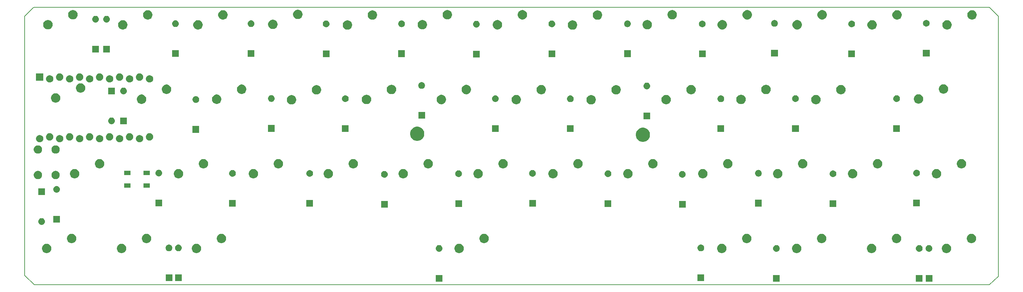
<source format=gbr>
%TF.GenerationSoftware,KiCad,Pcbnew,(5.0.2)-1*%
%TF.CreationDate,2019-02-24T22:28:07-05:00*%
%TF.ProjectId,TG4x,54473478-2e6b-4696-9361-645f70636258,rev?*%
%TF.SameCoordinates,Original*%
%TF.FileFunction,Soldermask,Top*%
%TF.FilePolarity,Negative*%
%FSLAX46Y46*%
G04 Gerber Fmt 4.6, Leading zero omitted, Abs format (unit mm)*
G04 Created by KiCad (PCBNEW (5.0.2)-1) date 2/24/2019 10:28:07 PM*
%MOMM*%
%LPD*%
G01*
G04 APERTURE LIST*
%ADD10C,0.150000*%
%ADD11C,0.100000*%
G04 APERTURE END LIST*
D10*
X27432000Y-41656000D02*
X270510000Y-41656000D01*
X270510000Y-41656000D02*
X272796000Y-43942000D01*
X27559000Y-112395000D02*
X270510000Y-112395000D01*
X270510000Y-112395000D02*
X272796000Y-110236000D01*
X25146000Y-43942000D02*
X27432000Y-41656000D01*
X27559000Y-112395000D02*
X25146000Y-109982000D01*
X25146000Y-109982000D02*
X25146000Y-43942000D01*
X272796000Y-43942000D02*
X272796000Y-110236000D01*
D11*
G36*
X255994000Y-111595000D02*
X254292000Y-111595000D01*
X254292000Y-109893000D01*
X255994000Y-109893000D01*
X255994000Y-111595000D01*
X255994000Y-111595000D01*
G37*
G36*
X253517500Y-111595000D02*
X251815500Y-111595000D01*
X251815500Y-109893000D01*
X253517500Y-109893000D01*
X253517500Y-111595000D01*
X253517500Y-111595000D01*
G37*
G36*
X131407000Y-111595000D02*
X129705000Y-111595000D01*
X129705000Y-109893000D01*
X131407000Y-109893000D01*
X131407000Y-111595000D01*
X131407000Y-111595000D01*
G37*
G36*
X217182800Y-111595000D02*
X215480800Y-111595000D01*
X215480800Y-109893000D01*
X217182800Y-109893000D01*
X217182800Y-111595000D01*
X217182800Y-111595000D01*
G37*
G36*
X62700000Y-111468000D02*
X60998000Y-111468000D01*
X60998000Y-109766000D01*
X62700000Y-109766000D01*
X62700000Y-111468000D01*
X62700000Y-111468000D01*
G37*
G36*
X65087600Y-111468000D02*
X63385600Y-111468000D01*
X63385600Y-109766000D01*
X65087600Y-109766000D01*
X65087600Y-111468000D01*
X65087600Y-111468000D01*
G37*
G36*
X197980400Y-111468000D02*
X196278400Y-111468000D01*
X196278400Y-109766000D01*
X197980400Y-109766000D01*
X197980400Y-111468000D01*
X197980400Y-111468000D01*
G37*
G36*
X31082277Y-101975885D02*
X31299572Y-102065891D01*
X31495131Y-102196560D01*
X31661440Y-102362869D01*
X31792109Y-102558428D01*
X31882115Y-102775723D01*
X31928000Y-103006401D01*
X31928000Y-103241599D01*
X31882115Y-103472277D01*
X31792109Y-103689572D01*
X31661440Y-103885131D01*
X31495131Y-104051440D01*
X31299572Y-104182109D01*
X31082277Y-104272115D01*
X30851599Y-104318000D01*
X30616401Y-104318000D01*
X30385723Y-104272115D01*
X30168428Y-104182109D01*
X29972869Y-104051440D01*
X29806560Y-103885131D01*
X29675891Y-103689572D01*
X29585885Y-103472277D01*
X29540000Y-103241599D01*
X29540000Y-103006401D01*
X29585885Y-102775723D01*
X29675891Y-102558428D01*
X29806560Y-102362869D01*
X29972869Y-102196560D01*
X30168428Y-102065891D01*
X30385723Y-101975885D01*
X30616401Y-101930000D01*
X30851599Y-101930000D01*
X31082277Y-101975885D01*
X31082277Y-101975885D01*
G37*
G36*
X50132277Y-101975885D02*
X50349572Y-102065891D01*
X50545131Y-102196560D01*
X50711440Y-102362869D01*
X50842109Y-102558428D01*
X50932115Y-102775723D01*
X50978000Y-103006401D01*
X50978000Y-103241599D01*
X50932115Y-103472277D01*
X50842109Y-103689572D01*
X50711440Y-103885131D01*
X50545131Y-104051440D01*
X50349572Y-104182109D01*
X50132277Y-104272115D01*
X49901599Y-104318000D01*
X49666401Y-104318000D01*
X49435723Y-104272115D01*
X49218428Y-104182109D01*
X49022869Y-104051440D01*
X48856560Y-103885131D01*
X48725891Y-103689572D01*
X48635885Y-103472277D01*
X48590000Y-103241599D01*
X48590000Y-103006401D01*
X48635885Y-102775723D01*
X48725891Y-102558428D01*
X48856560Y-102362869D01*
X49022869Y-102196560D01*
X49218428Y-102065891D01*
X49435723Y-101975885D01*
X49666401Y-101930000D01*
X49901599Y-101930000D01*
X50132277Y-101975885D01*
X50132277Y-101975885D01*
G37*
G36*
X69182277Y-101975885D02*
X69399572Y-102065891D01*
X69595131Y-102196560D01*
X69761440Y-102362869D01*
X69892109Y-102558428D01*
X69982115Y-102775723D01*
X70028000Y-103006401D01*
X70028000Y-103241599D01*
X69982115Y-103472277D01*
X69892109Y-103689572D01*
X69761440Y-103885131D01*
X69595131Y-104051440D01*
X69399572Y-104182109D01*
X69182277Y-104272115D01*
X68951599Y-104318000D01*
X68716401Y-104318000D01*
X68485723Y-104272115D01*
X68268428Y-104182109D01*
X68072869Y-104051440D01*
X67906560Y-103885131D01*
X67775891Y-103689572D01*
X67685885Y-103472277D01*
X67640000Y-103241599D01*
X67640000Y-103006401D01*
X67685885Y-102775723D01*
X67775891Y-102558428D01*
X67906560Y-102362869D01*
X68072869Y-102196560D01*
X68268428Y-102065891D01*
X68485723Y-101975885D01*
X68716401Y-101930000D01*
X68951599Y-101930000D01*
X69182277Y-101975885D01*
X69182277Y-101975885D01*
G37*
G36*
X135984277Y-101975885D02*
X136201572Y-102065891D01*
X136397131Y-102196560D01*
X136563440Y-102362869D01*
X136694109Y-102558428D01*
X136784115Y-102775723D01*
X136830000Y-103006401D01*
X136830000Y-103241599D01*
X136784115Y-103472277D01*
X136694109Y-103689572D01*
X136563440Y-103885131D01*
X136397131Y-104051440D01*
X136201572Y-104182109D01*
X135984277Y-104272115D01*
X135753599Y-104318000D01*
X135518401Y-104318000D01*
X135287723Y-104272115D01*
X135070428Y-104182109D01*
X134874869Y-104051440D01*
X134708560Y-103885131D01*
X134577891Y-103689572D01*
X134487885Y-103472277D01*
X134442000Y-103241599D01*
X134442000Y-103006401D01*
X134487885Y-102775723D01*
X134577891Y-102558428D01*
X134708560Y-102362869D01*
X134874869Y-102196560D01*
X135070428Y-102065891D01*
X135287723Y-101975885D01*
X135518401Y-101930000D01*
X135753599Y-101930000D01*
X135984277Y-101975885D01*
X135984277Y-101975885D01*
G37*
G36*
X221836277Y-101975885D02*
X222053572Y-102065891D01*
X222249131Y-102196560D01*
X222415440Y-102362869D01*
X222546109Y-102558428D01*
X222636115Y-102775723D01*
X222682000Y-103006401D01*
X222682000Y-103241599D01*
X222636115Y-103472277D01*
X222546109Y-103689572D01*
X222415440Y-103885131D01*
X222249131Y-104051440D01*
X222053572Y-104182109D01*
X221836277Y-104272115D01*
X221605599Y-104318000D01*
X221370401Y-104318000D01*
X221139723Y-104272115D01*
X220922428Y-104182109D01*
X220726869Y-104051440D01*
X220560560Y-103885131D01*
X220429891Y-103689572D01*
X220339885Y-103472277D01*
X220294000Y-103241599D01*
X220294000Y-103006401D01*
X220339885Y-102775723D01*
X220429891Y-102558428D01*
X220560560Y-102362869D01*
X220726869Y-102196560D01*
X220922428Y-102065891D01*
X221139723Y-101975885D01*
X221370401Y-101930000D01*
X221605599Y-101930000D01*
X221836277Y-101975885D01*
X221836277Y-101975885D01*
G37*
G36*
X240886277Y-101975885D02*
X241103572Y-102065891D01*
X241299131Y-102196560D01*
X241465440Y-102362869D01*
X241596109Y-102558428D01*
X241686115Y-102775723D01*
X241732000Y-103006401D01*
X241732000Y-103241599D01*
X241686115Y-103472277D01*
X241596109Y-103689572D01*
X241465440Y-103885131D01*
X241299131Y-104051440D01*
X241103572Y-104182109D01*
X240886277Y-104272115D01*
X240655599Y-104318000D01*
X240420401Y-104318000D01*
X240189723Y-104272115D01*
X239972428Y-104182109D01*
X239776869Y-104051440D01*
X239610560Y-103885131D01*
X239479891Y-103689572D01*
X239389885Y-103472277D01*
X239344000Y-103241599D01*
X239344000Y-103006401D01*
X239389885Y-102775723D01*
X239479891Y-102558428D01*
X239610560Y-102362869D01*
X239776869Y-102196560D01*
X239972428Y-102065891D01*
X240189723Y-101975885D01*
X240420401Y-101930000D01*
X240655599Y-101930000D01*
X240886277Y-101975885D01*
X240886277Y-101975885D01*
G37*
G36*
X259936277Y-101975885D02*
X260153572Y-102065891D01*
X260349131Y-102196560D01*
X260515440Y-102362869D01*
X260646109Y-102558428D01*
X260736115Y-102775723D01*
X260782000Y-103006401D01*
X260782000Y-103241599D01*
X260736115Y-103472277D01*
X260646109Y-103689572D01*
X260515440Y-103885131D01*
X260349131Y-104051440D01*
X260153572Y-104182109D01*
X259936277Y-104272115D01*
X259705599Y-104318000D01*
X259470401Y-104318000D01*
X259239723Y-104272115D01*
X259022428Y-104182109D01*
X258826869Y-104051440D01*
X258660560Y-103885131D01*
X258529891Y-103689572D01*
X258439885Y-103472277D01*
X258394000Y-103241599D01*
X258394000Y-103006401D01*
X258439885Y-102775723D01*
X258529891Y-102558428D01*
X258660560Y-102362869D01*
X258826869Y-102196560D01*
X259022428Y-102065891D01*
X259239723Y-101975885D01*
X259470401Y-101930000D01*
X259705599Y-101930000D01*
X259936277Y-101975885D01*
X259936277Y-101975885D01*
G37*
G36*
X202786277Y-101975885D02*
X203003572Y-102065891D01*
X203199131Y-102196560D01*
X203365440Y-102362869D01*
X203496109Y-102558428D01*
X203586115Y-102775723D01*
X203632000Y-103006401D01*
X203632000Y-103241599D01*
X203586115Y-103472277D01*
X203496109Y-103689572D01*
X203365440Y-103885131D01*
X203199131Y-104051440D01*
X203003572Y-104182109D01*
X202786277Y-104272115D01*
X202555599Y-104318000D01*
X202320401Y-104318000D01*
X202089723Y-104272115D01*
X201872428Y-104182109D01*
X201676869Y-104051440D01*
X201510560Y-103885131D01*
X201379891Y-103689572D01*
X201289885Y-103472277D01*
X201244000Y-103241599D01*
X201244000Y-103006401D01*
X201289885Y-102775723D01*
X201379891Y-102558428D01*
X201510560Y-102362869D01*
X201676869Y-102196560D01*
X201872428Y-102065891D01*
X202089723Y-101975885D01*
X202320401Y-101930000D01*
X202555599Y-101930000D01*
X202786277Y-101975885D01*
X202786277Y-101975885D01*
G37*
G36*
X252833321Y-102285313D02*
X252833324Y-102285314D01*
X252833325Y-102285314D01*
X252993739Y-102333975D01*
X252993741Y-102333976D01*
X252993744Y-102333977D01*
X253141578Y-102412995D01*
X253271159Y-102519341D01*
X253377505Y-102648922D01*
X253456523Y-102796756D01*
X253505187Y-102957179D01*
X253521617Y-103124000D01*
X253505187Y-103290821D01*
X253456523Y-103451244D01*
X253377505Y-103599078D01*
X253271159Y-103728659D01*
X253141578Y-103835005D01*
X252993744Y-103914023D01*
X252993741Y-103914024D01*
X252993739Y-103914025D01*
X252833325Y-103962686D01*
X252833324Y-103962686D01*
X252833321Y-103962687D01*
X252708304Y-103975000D01*
X252624696Y-103975000D01*
X252499679Y-103962687D01*
X252499676Y-103962686D01*
X252499675Y-103962686D01*
X252339261Y-103914025D01*
X252339259Y-103914024D01*
X252339256Y-103914023D01*
X252191422Y-103835005D01*
X252061841Y-103728659D01*
X251955495Y-103599078D01*
X251876477Y-103451244D01*
X251827813Y-103290821D01*
X251811383Y-103124000D01*
X251827813Y-102957179D01*
X251876477Y-102796756D01*
X251955495Y-102648922D01*
X252061841Y-102519341D01*
X252191422Y-102412995D01*
X252339256Y-102333977D01*
X252339259Y-102333976D01*
X252339261Y-102333975D01*
X252499675Y-102285314D01*
X252499676Y-102285314D01*
X252499679Y-102285313D01*
X252624696Y-102273000D01*
X252708304Y-102273000D01*
X252833321Y-102285313D01*
X252833321Y-102285313D01*
G37*
G36*
X255309821Y-102285313D02*
X255309824Y-102285314D01*
X255309825Y-102285314D01*
X255470239Y-102333975D01*
X255470241Y-102333976D01*
X255470244Y-102333977D01*
X255618078Y-102412995D01*
X255747659Y-102519341D01*
X255854005Y-102648922D01*
X255933023Y-102796756D01*
X255981687Y-102957179D01*
X255998117Y-103124000D01*
X255981687Y-103290821D01*
X255933023Y-103451244D01*
X255854005Y-103599078D01*
X255747659Y-103728659D01*
X255618078Y-103835005D01*
X255470244Y-103914023D01*
X255470241Y-103914024D01*
X255470239Y-103914025D01*
X255309825Y-103962686D01*
X255309824Y-103962686D01*
X255309821Y-103962687D01*
X255184804Y-103975000D01*
X255101196Y-103975000D01*
X254976179Y-103962687D01*
X254976176Y-103962686D01*
X254976175Y-103962686D01*
X254815761Y-103914025D01*
X254815759Y-103914024D01*
X254815756Y-103914023D01*
X254667922Y-103835005D01*
X254538341Y-103728659D01*
X254431995Y-103599078D01*
X254352977Y-103451244D01*
X254304313Y-103290821D01*
X254287883Y-103124000D01*
X254304313Y-102957179D01*
X254352977Y-102796756D01*
X254431995Y-102648922D01*
X254538341Y-102519341D01*
X254667922Y-102412995D01*
X254815756Y-102333977D01*
X254815759Y-102333976D01*
X254815761Y-102333975D01*
X254976175Y-102285314D01*
X254976176Y-102285314D01*
X254976179Y-102285313D01*
X255101196Y-102273000D01*
X255184804Y-102273000D01*
X255309821Y-102285313D01*
X255309821Y-102285313D01*
G37*
G36*
X216498621Y-102285313D02*
X216498624Y-102285314D01*
X216498625Y-102285314D01*
X216659039Y-102333975D01*
X216659041Y-102333976D01*
X216659044Y-102333977D01*
X216806878Y-102412995D01*
X216936459Y-102519341D01*
X217042805Y-102648922D01*
X217121823Y-102796756D01*
X217170487Y-102957179D01*
X217186917Y-103124000D01*
X217170487Y-103290821D01*
X217121823Y-103451244D01*
X217042805Y-103599078D01*
X216936459Y-103728659D01*
X216806878Y-103835005D01*
X216659044Y-103914023D01*
X216659041Y-103914024D01*
X216659039Y-103914025D01*
X216498625Y-103962686D01*
X216498624Y-103962686D01*
X216498621Y-103962687D01*
X216373604Y-103975000D01*
X216289996Y-103975000D01*
X216164979Y-103962687D01*
X216164976Y-103962686D01*
X216164975Y-103962686D01*
X216004561Y-103914025D01*
X216004559Y-103914024D01*
X216004556Y-103914023D01*
X215856722Y-103835005D01*
X215727141Y-103728659D01*
X215620795Y-103599078D01*
X215541777Y-103451244D01*
X215493113Y-103290821D01*
X215476683Y-103124000D01*
X215493113Y-102957179D01*
X215541777Y-102796756D01*
X215620795Y-102648922D01*
X215727141Y-102519341D01*
X215856722Y-102412995D01*
X216004556Y-102333977D01*
X216004559Y-102333976D01*
X216004561Y-102333975D01*
X216164975Y-102285314D01*
X216164976Y-102285314D01*
X216164979Y-102285313D01*
X216289996Y-102273000D01*
X216373604Y-102273000D01*
X216498621Y-102285313D01*
X216498621Y-102285313D01*
G37*
G36*
X130722821Y-102285313D02*
X130722824Y-102285314D01*
X130722825Y-102285314D01*
X130883239Y-102333975D01*
X130883241Y-102333976D01*
X130883244Y-102333977D01*
X131031078Y-102412995D01*
X131160659Y-102519341D01*
X131267005Y-102648922D01*
X131346023Y-102796756D01*
X131394687Y-102957179D01*
X131411117Y-103124000D01*
X131394687Y-103290821D01*
X131346023Y-103451244D01*
X131267005Y-103599078D01*
X131160659Y-103728659D01*
X131031078Y-103835005D01*
X130883244Y-103914023D01*
X130883241Y-103914024D01*
X130883239Y-103914025D01*
X130722825Y-103962686D01*
X130722824Y-103962686D01*
X130722821Y-103962687D01*
X130597804Y-103975000D01*
X130514196Y-103975000D01*
X130389179Y-103962687D01*
X130389176Y-103962686D01*
X130389175Y-103962686D01*
X130228761Y-103914025D01*
X130228759Y-103914024D01*
X130228756Y-103914023D01*
X130080922Y-103835005D01*
X129951341Y-103728659D01*
X129844995Y-103599078D01*
X129765977Y-103451244D01*
X129717313Y-103290821D01*
X129700883Y-103124000D01*
X129717313Y-102957179D01*
X129765977Y-102796756D01*
X129844995Y-102648922D01*
X129951341Y-102519341D01*
X130080922Y-102412995D01*
X130228756Y-102333977D01*
X130228759Y-102333976D01*
X130228761Y-102333975D01*
X130389175Y-102285314D01*
X130389176Y-102285314D01*
X130389179Y-102285313D01*
X130514196Y-102273000D01*
X130597804Y-102273000D01*
X130722821Y-102285313D01*
X130722821Y-102285313D01*
G37*
G36*
X197296221Y-102158313D02*
X197296224Y-102158314D01*
X197296225Y-102158314D01*
X197456639Y-102206975D01*
X197456641Y-102206976D01*
X197456644Y-102206977D01*
X197604478Y-102285995D01*
X197734059Y-102392341D01*
X197840405Y-102521922D01*
X197919423Y-102669756D01*
X197968087Y-102830179D01*
X197984517Y-102997000D01*
X197968087Y-103163821D01*
X197968086Y-103163824D01*
X197968086Y-103163825D01*
X197944494Y-103241599D01*
X197919423Y-103324244D01*
X197840405Y-103472078D01*
X197734059Y-103601659D01*
X197604478Y-103708005D01*
X197456644Y-103787023D01*
X197456641Y-103787024D01*
X197456639Y-103787025D01*
X197296225Y-103835686D01*
X197296224Y-103835686D01*
X197296221Y-103835687D01*
X197171204Y-103848000D01*
X197087596Y-103848000D01*
X196962579Y-103835687D01*
X196962576Y-103835686D01*
X196962575Y-103835686D01*
X196802161Y-103787025D01*
X196802159Y-103787024D01*
X196802156Y-103787023D01*
X196654322Y-103708005D01*
X196524741Y-103601659D01*
X196418395Y-103472078D01*
X196339377Y-103324244D01*
X196314307Y-103241599D01*
X196290714Y-103163825D01*
X196290714Y-103163824D01*
X196290713Y-103163821D01*
X196274283Y-102997000D01*
X196290713Y-102830179D01*
X196339377Y-102669756D01*
X196418395Y-102521922D01*
X196524741Y-102392341D01*
X196654322Y-102285995D01*
X196802156Y-102206977D01*
X196802159Y-102206976D01*
X196802161Y-102206975D01*
X196962575Y-102158314D01*
X196962576Y-102158314D01*
X196962579Y-102158313D01*
X197087596Y-102146000D01*
X197171204Y-102146000D01*
X197296221Y-102158313D01*
X197296221Y-102158313D01*
G37*
G36*
X64403421Y-102158313D02*
X64403424Y-102158314D01*
X64403425Y-102158314D01*
X64563839Y-102206975D01*
X64563841Y-102206976D01*
X64563844Y-102206977D01*
X64711678Y-102285995D01*
X64841259Y-102392341D01*
X64947605Y-102521922D01*
X65026623Y-102669756D01*
X65075287Y-102830179D01*
X65091717Y-102997000D01*
X65075287Y-103163821D01*
X65075286Y-103163824D01*
X65075286Y-103163825D01*
X65051694Y-103241599D01*
X65026623Y-103324244D01*
X64947605Y-103472078D01*
X64841259Y-103601659D01*
X64711678Y-103708005D01*
X64563844Y-103787023D01*
X64563841Y-103787024D01*
X64563839Y-103787025D01*
X64403425Y-103835686D01*
X64403424Y-103835686D01*
X64403421Y-103835687D01*
X64278404Y-103848000D01*
X64194796Y-103848000D01*
X64069779Y-103835687D01*
X64069776Y-103835686D01*
X64069775Y-103835686D01*
X63909361Y-103787025D01*
X63909359Y-103787024D01*
X63909356Y-103787023D01*
X63761522Y-103708005D01*
X63631941Y-103601659D01*
X63525595Y-103472078D01*
X63446577Y-103324244D01*
X63421507Y-103241599D01*
X63397914Y-103163825D01*
X63397914Y-103163824D01*
X63397913Y-103163821D01*
X63381483Y-102997000D01*
X63397913Y-102830179D01*
X63446577Y-102669756D01*
X63525595Y-102521922D01*
X63631941Y-102392341D01*
X63761522Y-102285995D01*
X63909356Y-102206977D01*
X63909359Y-102206976D01*
X63909361Y-102206975D01*
X64069775Y-102158314D01*
X64069776Y-102158314D01*
X64069779Y-102158313D01*
X64194796Y-102146000D01*
X64278404Y-102146000D01*
X64403421Y-102158313D01*
X64403421Y-102158313D01*
G37*
G36*
X62015821Y-102158313D02*
X62015824Y-102158314D01*
X62015825Y-102158314D01*
X62176239Y-102206975D01*
X62176241Y-102206976D01*
X62176244Y-102206977D01*
X62324078Y-102285995D01*
X62453659Y-102392341D01*
X62560005Y-102521922D01*
X62639023Y-102669756D01*
X62687687Y-102830179D01*
X62704117Y-102997000D01*
X62687687Y-103163821D01*
X62687686Y-103163824D01*
X62687686Y-103163825D01*
X62664094Y-103241599D01*
X62639023Y-103324244D01*
X62560005Y-103472078D01*
X62453659Y-103601659D01*
X62324078Y-103708005D01*
X62176244Y-103787023D01*
X62176241Y-103787024D01*
X62176239Y-103787025D01*
X62015825Y-103835686D01*
X62015824Y-103835686D01*
X62015821Y-103835687D01*
X61890804Y-103848000D01*
X61807196Y-103848000D01*
X61682179Y-103835687D01*
X61682176Y-103835686D01*
X61682175Y-103835686D01*
X61521761Y-103787025D01*
X61521759Y-103787024D01*
X61521756Y-103787023D01*
X61373922Y-103708005D01*
X61244341Y-103601659D01*
X61137995Y-103472078D01*
X61058977Y-103324244D01*
X61033907Y-103241599D01*
X61010314Y-103163825D01*
X61010314Y-103163824D01*
X61010313Y-103163821D01*
X60993883Y-102997000D01*
X61010313Y-102830179D01*
X61058977Y-102669756D01*
X61137995Y-102521922D01*
X61244341Y-102392341D01*
X61373922Y-102285995D01*
X61521756Y-102206977D01*
X61521759Y-102206976D01*
X61521761Y-102206975D01*
X61682175Y-102158314D01*
X61682176Y-102158314D01*
X61682179Y-102158313D01*
X61807196Y-102146000D01*
X61890804Y-102146000D01*
X62015821Y-102158313D01*
X62015821Y-102158313D01*
G37*
G36*
X228186277Y-99435885D02*
X228403572Y-99525891D01*
X228599131Y-99656560D01*
X228765440Y-99822869D01*
X228896109Y-100018428D01*
X228986115Y-100235723D01*
X229032000Y-100466401D01*
X229032000Y-100701599D01*
X228986115Y-100932277D01*
X228896109Y-101149572D01*
X228765440Y-101345131D01*
X228599131Y-101511440D01*
X228403572Y-101642109D01*
X228186277Y-101732115D01*
X227955599Y-101778000D01*
X227720401Y-101778000D01*
X227489723Y-101732115D01*
X227272428Y-101642109D01*
X227076869Y-101511440D01*
X226910560Y-101345131D01*
X226779891Y-101149572D01*
X226689885Y-100932277D01*
X226644000Y-100701599D01*
X226644000Y-100466401D01*
X226689885Y-100235723D01*
X226779891Y-100018428D01*
X226910560Y-99822869D01*
X227076869Y-99656560D01*
X227272428Y-99525891D01*
X227489723Y-99435885D01*
X227720401Y-99390000D01*
X227955599Y-99390000D01*
X228186277Y-99435885D01*
X228186277Y-99435885D01*
G37*
G36*
X247236277Y-99435885D02*
X247453572Y-99525891D01*
X247649131Y-99656560D01*
X247815440Y-99822869D01*
X247946109Y-100018428D01*
X248036115Y-100235723D01*
X248082000Y-100466401D01*
X248082000Y-100701599D01*
X248036115Y-100932277D01*
X247946109Y-101149572D01*
X247815440Y-101345131D01*
X247649131Y-101511440D01*
X247453572Y-101642109D01*
X247236277Y-101732115D01*
X247005599Y-101778000D01*
X246770401Y-101778000D01*
X246539723Y-101732115D01*
X246322428Y-101642109D01*
X246126869Y-101511440D01*
X245960560Y-101345131D01*
X245829891Y-101149572D01*
X245739885Y-100932277D01*
X245694000Y-100701599D01*
X245694000Y-100466401D01*
X245739885Y-100235723D01*
X245829891Y-100018428D01*
X245960560Y-99822869D01*
X246126869Y-99656560D01*
X246322428Y-99525891D01*
X246539723Y-99435885D01*
X246770401Y-99390000D01*
X247005599Y-99390000D01*
X247236277Y-99435885D01*
X247236277Y-99435885D01*
G37*
G36*
X142334277Y-99435885D02*
X142551572Y-99525891D01*
X142747131Y-99656560D01*
X142913440Y-99822869D01*
X143044109Y-100018428D01*
X143134115Y-100235723D01*
X143180000Y-100466401D01*
X143180000Y-100701599D01*
X143134115Y-100932277D01*
X143044109Y-101149572D01*
X142913440Y-101345131D01*
X142747131Y-101511440D01*
X142551572Y-101642109D01*
X142334277Y-101732115D01*
X142103599Y-101778000D01*
X141868401Y-101778000D01*
X141637723Y-101732115D01*
X141420428Y-101642109D01*
X141224869Y-101511440D01*
X141058560Y-101345131D01*
X140927891Y-101149572D01*
X140837885Y-100932277D01*
X140792000Y-100701599D01*
X140792000Y-100466401D01*
X140837885Y-100235723D01*
X140927891Y-100018428D01*
X141058560Y-99822869D01*
X141224869Y-99656560D01*
X141420428Y-99525891D01*
X141637723Y-99435885D01*
X141868401Y-99390000D01*
X142103599Y-99390000D01*
X142334277Y-99435885D01*
X142334277Y-99435885D01*
G37*
G36*
X209136277Y-99435885D02*
X209353572Y-99525891D01*
X209549131Y-99656560D01*
X209715440Y-99822869D01*
X209846109Y-100018428D01*
X209936115Y-100235723D01*
X209982000Y-100466401D01*
X209982000Y-100701599D01*
X209936115Y-100932277D01*
X209846109Y-101149572D01*
X209715440Y-101345131D01*
X209549131Y-101511440D01*
X209353572Y-101642109D01*
X209136277Y-101732115D01*
X208905599Y-101778000D01*
X208670401Y-101778000D01*
X208439723Y-101732115D01*
X208222428Y-101642109D01*
X208026869Y-101511440D01*
X207860560Y-101345131D01*
X207729891Y-101149572D01*
X207639885Y-100932277D01*
X207594000Y-100701599D01*
X207594000Y-100466401D01*
X207639885Y-100235723D01*
X207729891Y-100018428D01*
X207860560Y-99822869D01*
X208026869Y-99656560D01*
X208222428Y-99525891D01*
X208439723Y-99435885D01*
X208670401Y-99390000D01*
X208905599Y-99390000D01*
X209136277Y-99435885D01*
X209136277Y-99435885D01*
G37*
G36*
X75532277Y-99435885D02*
X75749572Y-99525891D01*
X75945131Y-99656560D01*
X76111440Y-99822869D01*
X76242109Y-100018428D01*
X76332115Y-100235723D01*
X76378000Y-100466401D01*
X76378000Y-100701599D01*
X76332115Y-100932277D01*
X76242109Y-101149572D01*
X76111440Y-101345131D01*
X75945131Y-101511440D01*
X75749572Y-101642109D01*
X75532277Y-101732115D01*
X75301599Y-101778000D01*
X75066401Y-101778000D01*
X74835723Y-101732115D01*
X74618428Y-101642109D01*
X74422869Y-101511440D01*
X74256560Y-101345131D01*
X74125891Y-101149572D01*
X74035885Y-100932277D01*
X73990000Y-100701599D01*
X73990000Y-100466401D01*
X74035885Y-100235723D01*
X74125891Y-100018428D01*
X74256560Y-99822869D01*
X74422869Y-99656560D01*
X74618428Y-99525891D01*
X74835723Y-99435885D01*
X75066401Y-99390000D01*
X75301599Y-99390000D01*
X75532277Y-99435885D01*
X75532277Y-99435885D01*
G37*
G36*
X37432277Y-99435885D02*
X37649572Y-99525891D01*
X37845131Y-99656560D01*
X38011440Y-99822869D01*
X38142109Y-100018428D01*
X38232115Y-100235723D01*
X38278000Y-100466401D01*
X38278000Y-100701599D01*
X38232115Y-100932277D01*
X38142109Y-101149572D01*
X38011440Y-101345131D01*
X37845131Y-101511440D01*
X37649572Y-101642109D01*
X37432277Y-101732115D01*
X37201599Y-101778000D01*
X36966401Y-101778000D01*
X36735723Y-101732115D01*
X36518428Y-101642109D01*
X36322869Y-101511440D01*
X36156560Y-101345131D01*
X36025891Y-101149572D01*
X35935885Y-100932277D01*
X35890000Y-100701599D01*
X35890000Y-100466401D01*
X35935885Y-100235723D01*
X36025891Y-100018428D01*
X36156560Y-99822869D01*
X36322869Y-99656560D01*
X36518428Y-99525891D01*
X36735723Y-99435885D01*
X36966401Y-99390000D01*
X37201599Y-99390000D01*
X37432277Y-99435885D01*
X37432277Y-99435885D01*
G37*
G36*
X56482277Y-99435885D02*
X56699572Y-99525891D01*
X56895131Y-99656560D01*
X57061440Y-99822869D01*
X57192109Y-100018428D01*
X57282115Y-100235723D01*
X57328000Y-100466401D01*
X57328000Y-100701599D01*
X57282115Y-100932277D01*
X57192109Y-101149572D01*
X57061440Y-101345131D01*
X56895131Y-101511440D01*
X56699572Y-101642109D01*
X56482277Y-101732115D01*
X56251599Y-101778000D01*
X56016401Y-101778000D01*
X55785723Y-101732115D01*
X55568428Y-101642109D01*
X55372869Y-101511440D01*
X55206560Y-101345131D01*
X55075891Y-101149572D01*
X54985885Y-100932277D01*
X54940000Y-100701599D01*
X54940000Y-100466401D01*
X54985885Y-100235723D01*
X55075891Y-100018428D01*
X55206560Y-99822869D01*
X55372869Y-99656560D01*
X55568428Y-99525891D01*
X55785723Y-99435885D01*
X56016401Y-99390000D01*
X56251599Y-99390000D01*
X56482277Y-99435885D01*
X56482277Y-99435885D01*
G37*
G36*
X266286277Y-99435885D02*
X266503572Y-99525891D01*
X266699131Y-99656560D01*
X266865440Y-99822869D01*
X266996109Y-100018428D01*
X267086115Y-100235723D01*
X267132000Y-100466401D01*
X267132000Y-100701599D01*
X267086115Y-100932277D01*
X266996109Y-101149572D01*
X266865440Y-101345131D01*
X266699131Y-101511440D01*
X266503572Y-101642109D01*
X266286277Y-101732115D01*
X266055599Y-101778000D01*
X265820401Y-101778000D01*
X265589723Y-101732115D01*
X265372428Y-101642109D01*
X265176869Y-101511440D01*
X265010560Y-101345131D01*
X264879891Y-101149572D01*
X264789885Y-100932277D01*
X264744000Y-100701599D01*
X264744000Y-100466401D01*
X264789885Y-100235723D01*
X264879891Y-100018428D01*
X265010560Y-99822869D01*
X265176869Y-99656560D01*
X265372428Y-99525891D01*
X265589723Y-99435885D01*
X265820401Y-99390000D01*
X266055599Y-99390000D01*
X266286277Y-99435885D01*
X266286277Y-99435885D01*
G37*
G36*
X29630821Y-95427313D02*
X29630824Y-95427314D01*
X29630825Y-95427314D01*
X29791239Y-95475975D01*
X29791241Y-95475976D01*
X29791244Y-95475977D01*
X29939078Y-95554995D01*
X30068659Y-95661341D01*
X30175005Y-95790922D01*
X30254023Y-95938756D01*
X30302687Y-96099179D01*
X30319117Y-96266000D01*
X30302687Y-96432821D01*
X30254023Y-96593244D01*
X30175005Y-96741078D01*
X30068659Y-96870659D01*
X29939078Y-96977005D01*
X29791244Y-97056023D01*
X29791241Y-97056024D01*
X29791239Y-97056025D01*
X29630825Y-97104686D01*
X29630824Y-97104686D01*
X29630821Y-97104687D01*
X29505804Y-97117000D01*
X29422196Y-97117000D01*
X29297179Y-97104687D01*
X29297176Y-97104686D01*
X29297175Y-97104686D01*
X29136761Y-97056025D01*
X29136759Y-97056024D01*
X29136756Y-97056023D01*
X28988922Y-96977005D01*
X28859341Y-96870659D01*
X28752995Y-96741078D01*
X28673977Y-96593244D01*
X28625313Y-96432821D01*
X28608883Y-96266000D01*
X28625313Y-96099179D01*
X28673977Y-95938756D01*
X28752995Y-95790922D01*
X28859341Y-95661341D01*
X28988922Y-95554995D01*
X29136756Y-95475977D01*
X29136759Y-95475976D01*
X29136761Y-95475975D01*
X29297175Y-95427314D01*
X29297176Y-95427314D01*
X29297179Y-95427313D01*
X29422196Y-95415000D01*
X29505804Y-95415000D01*
X29630821Y-95427313D01*
X29630821Y-95427313D01*
G37*
G36*
X34125000Y-96545500D02*
X32423000Y-96545500D01*
X32423000Y-94843500D01*
X34125000Y-94843500D01*
X34125000Y-96545500D01*
X34125000Y-96545500D01*
G37*
G36*
X193256000Y-92722800D02*
X191554000Y-92722800D01*
X191554000Y-91020800D01*
X193256000Y-91020800D01*
X193256000Y-92722800D01*
X193256000Y-92722800D01*
G37*
G36*
X117487800Y-92722800D02*
X115785800Y-92722800D01*
X115785800Y-91020800D01*
X117487800Y-91020800D01*
X117487800Y-92722800D01*
X117487800Y-92722800D01*
G37*
G36*
X231584600Y-92570400D02*
X229882600Y-92570400D01*
X229882600Y-90868400D01*
X231584600Y-90868400D01*
X231584600Y-92570400D01*
X231584600Y-92570400D01*
G37*
G36*
X136360000Y-92545000D02*
X134658000Y-92545000D01*
X134658000Y-90843000D01*
X136360000Y-90843000D01*
X136360000Y-92545000D01*
X136360000Y-92545000D01*
G37*
G36*
X174358400Y-92545000D02*
X172656400Y-92545000D01*
X172656400Y-90843000D01*
X174358400Y-90843000D01*
X174358400Y-92545000D01*
X174358400Y-92545000D01*
G37*
G36*
X98488600Y-92494200D02*
X96786600Y-92494200D01*
X96786600Y-90792200D01*
X98488600Y-90792200D01*
X98488600Y-92494200D01*
X98488600Y-92494200D01*
G37*
G36*
X78854400Y-92468800D02*
X77152400Y-92468800D01*
X77152400Y-90766800D01*
X78854400Y-90766800D01*
X78854400Y-92468800D01*
X78854400Y-92468800D01*
G37*
G36*
X155156000Y-92468800D02*
X153454000Y-92468800D01*
X153454000Y-90766800D01*
X155156000Y-90766800D01*
X155156000Y-92468800D01*
X155156000Y-92468800D01*
G37*
G36*
X212610800Y-92443400D02*
X210908800Y-92443400D01*
X210908800Y-90741400D01*
X212610800Y-90741400D01*
X212610800Y-92443400D01*
X212610800Y-92443400D01*
G37*
G36*
X252844400Y-92392600D02*
X251142400Y-92392600D01*
X251142400Y-90690600D01*
X252844400Y-90690600D01*
X252844400Y-92392600D01*
X252844400Y-92392600D01*
G37*
G36*
X60109200Y-92392600D02*
X58407200Y-92392600D01*
X58407200Y-90690600D01*
X60109200Y-90690600D01*
X60109200Y-92392600D01*
X60109200Y-92392600D01*
G37*
G36*
X30315000Y-89497000D02*
X28613000Y-89497000D01*
X28613000Y-87795000D01*
X30315000Y-87795000D01*
X30315000Y-89497000D01*
X30315000Y-89497000D01*
G37*
G36*
X33440821Y-87235813D02*
X33440824Y-87235814D01*
X33440825Y-87235814D01*
X33601239Y-87284475D01*
X33601241Y-87284476D01*
X33601244Y-87284477D01*
X33749078Y-87363495D01*
X33878659Y-87469841D01*
X33985005Y-87599422D01*
X34064023Y-87747256D01*
X34112687Y-87907679D01*
X34129117Y-88074500D01*
X34112687Y-88241321D01*
X34064023Y-88401744D01*
X33985005Y-88549578D01*
X33878659Y-88679159D01*
X33749078Y-88785505D01*
X33601244Y-88864523D01*
X33601241Y-88864524D01*
X33601239Y-88864525D01*
X33440825Y-88913186D01*
X33440824Y-88913186D01*
X33440821Y-88913187D01*
X33315804Y-88925500D01*
X33232196Y-88925500D01*
X33107179Y-88913187D01*
X33107176Y-88913186D01*
X33107175Y-88913186D01*
X32946761Y-88864525D01*
X32946759Y-88864524D01*
X32946756Y-88864523D01*
X32798922Y-88785505D01*
X32669341Y-88679159D01*
X32562995Y-88549578D01*
X32483977Y-88401744D01*
X32435313Y-88241321D01*
X32418883Y-88074500D01*
X32435313Y-87907679D01*
X32483977Y-87747256D01*
X32562995Y-87599422D01*
X32669341Y-87469841D01*
X32798922Y-87363495D01*
X32946756Y-87284477D01*
X32946759Y-87284476D01*
X32946761Y-87284475D01*
X33107175Y-87235814D01*
X33107176Y-87235814D01*
X33107179Y-87235813D01*
X33232196Y-87223500D01*
X33315804Y-87223500D01*
X33440821Y-87235813D01*
X33440821Y-87235813D01*
G37*
G36*
X52035000Y-87673000D02*
X50433000Y-87673000D01*
X50433000Y-86571000D01*
X52035000Y-86571000D01*
X52035000Y-87673000D01*
X52035000Y-87673000D01*
G37*
G36*
X56935000Y-87673000D02*
X55333000Y-87673000D01*
X55333000Y-86571000D01*
X56935000Y-86571000D01*
X56935000Y-87673000D01*
X56935000Y-87673000D01*
G37*
G36*
X33326565Y-83403889D02*
X33517834Y-83483115D01*
X33689976Y-83598137D01*
X33836363Y-83744524D01*
X33951385Y-83916666D01*
X34030611Y-84107935D01*
X34071000Y-84310984D01*
X34071000Y-84518016D01*
X34030611Y-84721065D01*
X33951385Y-84912334D01*
X33836363Y-85084476D01*
X33689976Y-85230863D01*
X33517834Y-85345885D01*
X33326565Y-85425111D01*
X33123516Y-85465500D01*
X32916484Y-85465500D01*
X32713435Y-85425111D01*
X32522166Y-85345885D01*
X32350024Y-85230863D01*
X32203637Y-85084476D01*
X32088615Y-84912334D01*
X32009389Y-84721065D01*
X31969000Y-84518016D01*
X31969000Y-84310984D01*
X32009389Y-84107935D01*
X32088615Y-83916666D01*
X32203637Y-83744524D01*
X32350024Y-83598137D01*
X32522166Y-83483115D01*
X32713435Y-83403889D01*
X32916484Y-83363500D01*
X33123516Y-83363500D01*
X33326565Y-83403889D01*
X33326565Y-83403889D01*
G37*
G36*
X28826565Y-83403889D02*
X29017834Y-83483115D01*
X29189976Y-83598137D01*
X29336363Y-83744524D01*
X29451385Y-83916666D01*
X29530611Y-84107935D01*
X29571000Y-84310984D01*
X29571000Y-84518016D01*
X29530611Y-84721065D01*
X29451385Y-84912334D01*
X29336363Y-85084476D01*
X29189976Y-85230863D01*
X29017834Y-85345885D01*
X28826565Y-85425111D01*
X28623516Y-85465500D01*
X28416484Y-85465500D01*
X28213435Y-85425111D01*
X28022166Y-85345885D01*
X27850024Y-85230863D01*
X27703637Y-85084476D01*
X27588615Y-84912334D01*
X27509389Y-84721065D01*
X27469000Y-84518016D01*
X27469000Y-84310984D01*
X27509389Y-84107935D01*
X27588615Y-83916666D01*
X27703637Y-83744524D01*
X27850024Y-83598137D01*
X28022166Y-83483115D01*
X28213435Y-83403889D01*
X28416484Y-83363500D01*
X28623516Y-83363500D01*
X28826565Y-83403889D01*
X28826565Y-83403889D01*
G37*
G36*
X236060277Y-82925885D02*
X236277572Y-83015891D01*
X236473131Y-83146560D01*
X236639440Y-83312869D01*
X236770109Y-83508428D01*
X236860115Y-83725723D01*
X236906000Y-83956401D01*
X236906000Y-84191599D01*
X236860115Y-84422277D01*
X236770109Y-84639572D01*
X236639440Y-84835131D01*
X236473131Y-85001440D01*
X236277572Y-85132109D01*
X236060277Y-85222115D01*
X235829599Y-85268000D01*
X235594401Y-85268000D01*
X235363723Y-85222115D01*
X235146428Y-85132109D01*
X234950869Y-85001440D01*
X234784560Y-84835131D01*
X234653891Y-84639572D01*
X234563885Y-84422277D01*
X234518000Y-84191599D01*
X234518000Y-83956401D01*
X234563885Y-83725723D01*
X234653891Y-83508428D01*
X234784560Y-83312869D01*
X234950869Y-83146560D01*
X235146428Y-83015891D01*
X235363723Y-82925885D01*
X235594401Y-82880000D01*
X235829599Y-82880000D01*
X236060277Y-82925885D01*
X236060277Y-82925885D01*
G37*
G36*
X217010277Y-82925885D02*
X217227572Y-83015891D01*
X217423131Y-83146560D01*
X217589440Y-83312869D01*
X217720109Y-83508428D01*
X217810115Y-83725723D01*
X217856000Y-83956401D01*
X217856000Y-84191599D01*
X217810115Y-84422277D01*
X217720109Y-84639572D01*
X217589440Y-84835131D01*
X217423131Y-85001440D01*
X217227572Y-85132109D01*
X217010277Y-85222115D01*
X216779599Y-85268000D01*
X216544401Y-85268000D01*
X216313723Y-85222115D01*
X216096428Y-85132109D01*
X215900869Y-85001440D01*
X215734560Y-84835131D01*
X215603891Y-84639572D01*
X215513885Y-84422277D01*
X215468000Y-84191599D01*
X215468000Y-83956401D01*
X215513885Y-83725723D01*
X215603891Y-83508428D01*
X215734560Y-83312869D01*
X215900869Y-83146560D01*
X216096428Y-83015891D01*
X216313723Y-82925885D01*
X216544401Y-82880000D01*
X216779599Y-82880000D01*
X217010277Y-82925885D01*
X217010277Y-82925885D01*
G37*
G36*
X197960277Y-82925885D02*
X198177572Y-83015891D01*
X198373131Y-83146560D01*
X198539440Y-83312869D01*
X198670109Y-83508428D01*
X198760115Y-83725723D01*
X198806000Y-83956401D01*
X198806000Y-84191599D01*
X198760115Y-84422277D01*
X198670109Y-84639572D01*
X198539440Y-84835131D01*
X198373131Y-85001440D01*
X198177572Y-85132109D01*
X197960277Y-85222115D01*
X197729599Y-85268000D01*
X197494401Y-85268000D01*
X197263723Y-85222115D01*
X197046428Y-85132109D01*
X196850869Y-85001440D01*
X196684560Y-84835131D01*
X196553891Y-84639572D01*
X196463885Y-84422277D01*
X196418000Y-84191599D01*
X196418000Y-83956401D01*
X196463885Y-83725723D01*
X196553891Y-83508428D01*
X196684560Y-83312869D01*
X196850869Y-83146560D01*
X197046428Y-83015891D01*
X197263723Y-82925885D01*
X197494401Y-82880000D01*
X197729599Y-82880000D01*
X197960277Y-82925885D01*
X197960277Y-82925885D01*
G37*
G36*
X178910277Y-82925885D02*
X179127572Y-83015891D01*
X179323131Y-83146560D01*
X179489440Y-83312869D01*
X179620109Y-83508428D01*
X179710115Y-83725723D01*
X179756000Y-83956401D01*
X179756000Y-84191599D01*
X179710115Y-84422277D01*
X179620109Y-84639572D01*
X179489440Y-84835131D01*
X179323131Y-85001440D01*
X179127572Y-85132109D01*
X178910277Y-85222115D01*
X178679599Y-85268000D01*
X178444401Y-85268000D01*
X178213723Y-85222115D01*
X177996428Y-85132109D01*
X177800869Y-85001440D01*
X177634560Y-84835131D01*
X177503891Y-84639572D01*
X177413885Y-84422277D01*
X177368000Y-84191599D01*
X177368000Y-83956401D01*
X177413885Y-83725723D01*
X177503891Y-83508428D01*
X177634560Y-83312869D01*
X177800869Y-83146560D01*
X177996428Y-83015891D01*
X178213723Y-82925885D01*
X178444401Y-82880000D01*
X178679599Y-82880000D01*
X178910277Y-82925885D01*
X178910277Y-82925885D01*
G37*
G36*
X159860277Y-82925885D02*
X160077572Y-83015891D01*
X160273131Y-83146560D01*
X160439440Y-83312869D01*
X160570109Y-83508428D01*
X160660115Y-83725723D01*
X160706000Y-83956401D01*
X160706000Y-84191599D01*
X160660115Y-84422277D01*
X160570109Y-84639572D01*
X160439440Y-84835131D01*
X160273131Y-85001440D01*
X160077572Y-85132109D01*
X159860277Y-85222115D01*
X159629599Y-85268000D01*
X159394401Y-85268000D01*
X159163723Y-85222115D01*
X158946428Y-85132109D01*
X158750869Y-85001440D01*
X158584560Y-84835131D01*
X158453891Y-84639572D01*
X158363885Y-84422277D01*
X158318000Y-84191599D01*
X158318000Y-83956401D01*
X158363885Y-83725723D01*
X158453891Y-83508428D01*
X158584560Y-83312869D01*
X158750869Y-83146560D01*
X158946428Y-83015891D01*
X159163723Y-82925885D01*
X159394401Y-82880000D01*
X159629599Y-82880000D01*
X159860277Y-82925885D01*
X159860277Y-82925885D01*
G37*
G36*
X140810277Y-82925885D02*
X141027572Y-83015891D01*
X141223131Y-83146560D01*
X141389440Y-83312869D01*
X141520109Y-83508428D01*
X141610115Y-83725723D01*
X141656000Y-83956401D01*
X141656000Y-84191599D01*
X141610115Y-84422277D01*
X141520109Y-84639572D01*
X141389440Y-84835131D01*
X141223131Y-85001440D01*
X141027572Y-85132109D01*
X140810277Y-85222115D01*
X140579599Y-85268000D01*
X140344401Y-85268000D01*
X140113723Y-85222115D01*
X139896428Y-85132109D01*
X139700869Y-85001440D01*
X139534560Y-84835131D01*
X139403891Y-84639572D01*
X139313885Y-84422277D01*
X139268000Y-84191599D01*
X139268000Y-83956401D01*
X139313885Y-83725723D01*
X139403891Y-83508428D01*
X139534560Y-83312869D01*
X139700869Y-83146560D01*
X139896428Y-83015891D01*
X140113723Y-82925885D01*
X140344401Y-82880000D01*
X140579599Y-82880000D01*
X140810277Y-82925885D01*
X140810277Y-82925885D01*
G37*
G36*
X257396277Y-82925885D02*
X257613572Y-83015891D01*
X257809131Y-83146560D01*
X257975440Y-83312869D01*
X258106109Y-83508428D01*
X258196115Y-83725723D01*
X258242000Y-83956401D01*
X258242000Y-84191599D01*
X258196115Y-84422277D01*
X258106109Y-84639572D01*
X257975440Y-84835131D01*
X257809131Y-85001440D01*
X257613572Y-85132109D01*
X257396277Y-85222115D01*
X257165599Y-85268000D01*
X256930401Y-85268000D01*
X256699723Y-85222115D01*
X256482428Y-85132109D01*
X256286869Y-85001440D01*
X256120560Y-84835131D01*
X255989891Y-84639572D01*
X255899885Y-84422277D01*
X255854000Y-84191599D01*
X255854000Y-83956401D01*
X255899885Y-83725723D01*
X255989891Y-83508428D01*
X256120560Y-83312869D01*
X256286869Y-83146560D01*
X256482428Y-83015891D01*
X256699723Y-82925885D01*
X256930401Y-82880000D01*
X257165599Y-82880000D01*
X257396277Y-82925885D01*
X257396277Y-82925885D01*
G37*
G36*
X64610277Y-82925885D02*
X64827572Y-83015891D01*
X65023131Y-83146560D01*
X65189440Y-83312869D01*
X65320109Y-83508428D01*
X65410115Y-83725723D01*
X65456000Y-83956401D01*
X65456000Y-84191599D01*
X65410115Y-84422277D01*
X65320109Y-84639572D01*
X65189440Y-84835131D01*
X65023131Y-85001440D01*
X64827572Y-85132109D01*
X64610277Y-85222115D01*
X64379599Y-85268000D01*
X64144401Y-85268000D01*
X63913723Y-85222115D01*
X63696428Y-85132109D01*
X63500869Y-85001440D01*
X63334560Y-84835131D01*
X63203891Y-84639572D01*
X63113885Y-84422277D01*
X63068000Y-84191599D01*
X63068000Y-83956401D01*
X63113885Y-83725723D01*
X63203891Y-83508428D01*
X63334560Y-83312869D01*
X63500869Y-83146560D01*
X63696428Y-83015891D01*
X63913723Y-82925885D01*
X64144401Y-82880000D01*
X64379599Y-82880000D01*
X64610277Y-82925885D01*
X64610277Y-82925885D01*
G37*
G36*
X121760277Y-82925885D02*
X121977572Y-83015891D01*
X122173131Y-83146560D01*
X122339440Y-83312869D01*
X122470109Y-83508428D01*
X122560115Y-83725723D01*
X122606000Y-83956401D01*
X122606000Y-84191599D01*
X122560115Y-84422277D01*
X122470109Y-84639572D01*
X122339440Y-84835131D01*
X122173131Y-85001440D01*
X121977572Y-85132109D01*
X121760277Y-85222115D01*
X121529599Y-85268000D01*
X121294401Y-85268000D01*
X121063723Y-85222115D01*
X120846428Y-85132109D01*
X120650869Y-85001440D01*
X120484560Y-84835131D01*
X120353891Y-84639572D01*
X120263885Y-84422277D01*
X120218000Y-84191599D01*
X120218000Y-83956401D01*
X120263885Y-83725723D01*
X120353891Y-83508428D01*
X120484560Y-83312869D01*
X120650869Y-83146560D01*
X120846428Y-83015891D01*
X121063723Y-82925885D01*
X121294401Y-82880000D01*
X121529599Y-82880000D01*
X121760277Y-82925885D01*
X121760277Y-82925885D01*
G37*
G36*
X102710277Y-82925885D02*
X102927572Y-83015891D01*
X103123131Y-83146560D01*
X103289440Y-83312869D01*
X103420109Y-83508428D01*
X103510115Y-83725723D01*
X103556000Y-83956401D01*
X103556000Y-84191599D01*
X103510115Y-84422277D01*
X103420109Y-84639572D01*
X103289440Y-84835131D01*
X103123131Y-85001440D01*
X102927572Y-85132109D01*
X102710277Y-85222115D01*
X102479599Y-85268000D01*
X102244401Y-85268000D01*
X102013723Y-85222115D01*
X101796428Y-85132109D01*
X101600869Y-85001440D01*
X101434560Y-84835131D01*
X101303891Y-84639572D01*
X101213885Y-84422277D01*
X101168000Y-84191599D01*
X101168000Y-83956401D01*
X101213885Y-83725723D01*
X101303891Y-83508428D01*
X101434560Y-83312869D01*
X101600869Y-83146560D01*
X101796428Y-83015891D01*
X102013723Y-82925885D01*
X102244401Y-82880000D01*
X102479599Y-82880000D01*
X102710277Y-82925885D01*
X102710277Y-82925885D01*
G37*
G36*
X83660277Y-82925885D02*
X83877572Y-83015891D01*
X84073131Y-83146560D01*
X84239440Y-83312869D01*
X84370109Y-83508428D01*
X84460115Y-83725723D01*
X84506000Y-83956401D01*
X84506000Y-84191599D01*
X84460115Y-84422277D01*
X84370109Y-84639572D01*
X84239440Y-84835131D01*
X84073131Y-85001440D01*
X83877572Y-85132109D01*
X83660277Y-85222115D01*
X83429599Y-85268000D01*
X83194401Y-85268000D01*
X82963723Y-85222115D01*
X82746428Y-85132109D01*
X82550869Y-85001440D01*
X82384560Y-84835131D01*
X82253891Y-84639572D01*
X82163885Y-84422277D01*
X82118000Y-84191599D01*
X82118000Y-83956401D01*
X82163885Y-83725723D01*
X82253891Y-83508428D01*
X82384560Y-83312869D01*
X82550869Y-83146560D01*
X82746428Y-83015891D01*
X82963723Y-82925885D01*
X83194401Y-82880000D01*
X83429599Y-82880000D01*
X83660277Y-82925885D01*
X83660277Y-82925885D01*
G37*
G36*
X38194277Y-82925885D02*
X38411572Y-83015891D01*
X38607131Y-83146560D01*
X38773440Y-83312869D01*
X38904109Y-83508428D01*
X38994115Y-83725723D01*
X39040000Y-83956401D01*
X39040000Y-84191599D01*
X38994115Y-84422277D01*
X38904109Y-84639572D01*
X38773440Y-84835131D01*
X38607131Y-85001440D01*
X38411572Y-85132109D01*
X38194277Y-85222115D01*
X37963599Y-85268000D01*
X37728401Y-85268000D01*
X37497723Y-85222115D01*
X37280428Y-85132109D01*
X37084869Y-85001440D01*
X36918560Y-84835131D01*
X36787891Y-84639572D01*
X36697885Y-84422277D01*
X36652000Y-84191599D01*
X36652000Y-83956401D01*
X36697885Y-83725723D01*
X36787891Y-83508428D01*
X36918560Y-83312869D01*
X37084869Y-83146560D01*
X37280428Y-83015891D01*
X37497723Y-82925885D01*
X37728401Y-82880000D01*
X37963599Y-82880000D01*
X38194277Y-82925885D01*
X38194277Y-82925885D01*
G37*
G36*
X192571821Y-83413113D02*
X192571824Y-83413114D01*
X192571825Y-83413114D01*
X192732239Y-83461775D01*
X192732241Y-83461776D01*
X192732244Y-83461777D01*
X192880078Y-83540795D01*
X193009659Y-83647141D01*
X193116005Y-83776722D01*
X193195023Y-83924556D01*
X193195024Y-83924559D01*
X193195025Y-83924561D01*
X193240357Y-84074000D01*
X193243687Y-84084979D01*
X193260117Y-84251800D01*
X193243687Y-84418621D01*
X193243686Y-84418624D01*
X193243686Y-84418625D01*
X193195626Y-84577059D01*
X193195023Y-84579044D01*
X193116005Y-84726878D01*
X193009659Y-84856459D01*
X192880078Y-84962805D01*
X192732244Y-85041823D01*
X192732241Y-85041824D01*
X192732239Y-85041825D01*
X192571825Y-85090486D01*
X192571824Y-85090486D01*
X192571821Y-85090487D01*
X192446804Y-85102800D01*
X192363196Y-85102800D01*
X192238179Y-85090487D01*
X192238176Y-85090486D01*
X192238175Y-85090486D01*
X192077761Y-85041825D01*
X192077759Y-85041824D01*
X192077756Y-85041823D01*
X191929922Y-84962805D01*
X191800341Y-84856459D01*
X191693995Y-84726878D01*
X191614977Y-84579044D01*
X191614375Y-84577059D01*
X191566314Y-84418625D01*
X191566314Y-84418624D01*
X191566313Y-84418621D01*
X191549883Y-84251800D01*
X191566313Y-84084979D01*
X191569643Y-84074000D01*
X191614975Y-83924561D01*
X191614976Y-83924559D01*
X191614977Y-83924556D01*
X191693995Y-83776722D01*
X191800341Y-83647141D01*
X191929922Y-83540795D01*
X192077756Y-83461777D01*
X192077759Y-83461776D01*
X192077761Y-83461775D01*
X192238175Y-83413114D01*
X192238176Y-83413114D01*
X192238179Y-83413113D01*
X192363196Y-83400800D01*
X192446804Y-83400800D01*
X192571821Y-83413113D01*
X192571821Y-83413113D01*
G37*
G36*
X116803621Y-83413113D02*
X116803624Y-83413114D01*
X116803625Y-83413114D01*
X116964039Y-83461775D01*
X116964041Y-83461776D01*
X116964044Y-83461777D01*
X117111878Y-83540795D01*
X117241459Y-83647141D01*
X117347805Y-83776722D01*
X117426823Y-83924556D01*
X117426824Y-83924559D01*
X117426825Y-83924561D01*
X117472157Y-84074000D01*
X117475487Y-84084979D01*
X117491917Y-84251800D01*
X117475487Y-84418621D01*
X117475486Y-84418624D01*
X117475486Y-84418625D01*
X117427426Y-84577059D01*
X117426823Y-84579044D01*
X117347805Y-84726878D01*
X117241459Y-84856459D01*
X117111878Y-84962805D01*
X116964044Y-85041823D01*
X116964041Y-85041824D01*
X116964039Y-85041825D01*
X116803625Y-85090486D01*
X116803624Y-85090486D01*
X116803621Y-85090487D01*
X116678604Y-85102800D01*
X116594996Y-85102800D01*
X116469979Y-85090487D01*
X116469976Y-85090486D01*
X116469975Y-85090486D01*
X116309561Y-85041825D01*
X116309559Y-85041824D01*
X116309556Y-85041823D01*
X116161722Y-84962805D01*
X116032141Y-84856459D01*
X115925795Y-84726878D01*
X115846777Y-84579044D01*
X115846175Y-84577059D01*
X115798114Y-84418625D01*
X115798114Y-84418624D01*
X115798113Y-84418621D01*
X115781683Y-84251800D01*
X115798113Y-84084979D01*
X115801443Y-84074000D01*
X115846775Y-83924561D01*
X115846776Y-83924559D01*
X115846777Y-83924556D01*
X115925795Y-83776722D01*
X116032141Y-83647141D01*
X116161722Y-83540795D01*
X116309556Y-83461777D01*
X116309559Y-83461776D01*
X116309561Y-83461775D01*
X116469975Y-83413114D01*
X116469976Y-83413114D01*
X116469979Y-83413113D01*
X116594996Y-83400800D01*
X116678604Y-83400800D01*
X116803621Y-83413113D01*
X116803621Y-83413113D01*
G37*
G36*
X230900421Y-83260713D02*
X230900424Y-83260714D01*
X230900425Y-83260714D01*
X231060839Y-83309375D01*
X231060841Y-83309376D01*
X231060844Y-83309377D01*
X231208678Y-83388395D01*
X231338259Y-83494741D01*
X231444605Y-83624322D01*
X231523623Y-83772156D01*
X231523624Y-83772159D01*
X231523625Y-83772161D01*
X231533761Y-83805575D01*
X231572287Y-83932579D01*
X231588717Y-84099400D01*
X231572287Y-84266221D01*
X231572286Y-84266224D01*
X231572286Y-84266225D01*
X231532714Y-84396678D01*
X231523623Y-84426644D01*
X231444605Y-84574478D01*
X231338259Y-84704059D01*
X231208678Y-84810405D01*
X231060844Y-84889423D01*
X231060841Y-84889424D01*
X231060839Y-84889425D01*
X230900425Y-84938086D01*
X230900424Y-84938086D01*
X230900421Y-84938087D01*
X230775404Y-84950400D01*
X230691796Y-84950400D01*
X230566779Y-84938087D01*
X230566776Y-84938086D01*
X230566775Y-84938086D01*
X230406361Y-84889425D01*
X230406359Y-84889424D01*
X230406356Y-84889423D01*
X230258522Y-84810405D01*
X230128941Y-84704059D01*
X230022595Y-84574478D01*
X229943577Y-84426644D01*
X229934487Y-84396678D01*
X229894914Y-84266225D01*
X229894914Y-84266224D01*
X229894913Y-84266221D01*
X229878483Y-84099400D01*
X229894913Y-83932579D01*
X229933439Y-83805575D01*
X229943575Y-83772161D01*
X229943576Y-83772159D01*
X229943577Y-83772156D01*
X230022595Y-83624322D01*
X230128941Y-83494741D01*
X230258522Y-83388395D01*
X230406356Y-83309377D01*
X230406359Y-83309376D01*
X230406361Y-83309375D01*
X230566775Y-83260714D01*
X230566776Y-83260714D01*
X230566779Y-83260713D01*
X230691796Y-83248400D01*
X230775404Y-83248400D01*
X230900421Y-83260713D01*
X230900421Y-83260713D01*
G37*
G36*
X135675821Y-83235313D02*
X135675824Y-83235314D01*
X135675825Y-83235314D01*
X135836239Y-83283975D01*
X135836241Y-83283976D01*
X135836244Y-83283977D01*
X135984078Y-83362995D01*
X136113659Y-83469341D01*
X136220005Y-83598922D01*
X136299023Y-83746756D01*
X136299024Y-83746759D01*
X136299025Y-83746761D01*
X136316866Y-83805575D01*
X136347687Y-83907179D01*
X136364117Y-84074000D01*
X136347687Y-84240821D01*
X136347686Y-84240824D01*
X136347686Y-84240825D01*
X136300409Y-84396678D01*
X136299023Y-84401244D01*
X136220005Y-84549078D01*
X136113659Y-84678659D01*
X135984078Y-84785005D01*
X135836244Y-84864023D01*
X135836241Y-84864024D01*
X135836239Y-84864025D01*
X135675825Y-84912686D01*
X135675824Y-84912686D01*
X135675821Y-84912687D01*
X135550804Y-84925000D01*
X135467196Y-84925000D01*
X135342179Y-84912687D01*
X135342176Y-84912686D01*
X135342175Y-84912686D01*
X135181761Y-84864025D01*
X135181759Y-84864024D01*
X135181756Y-84864023D01*
X135033922Y-84785005D01*
X134904341Y-84678659D01*
X134797995Y-84549078D01*
X134718977Y-84401244D01*
X134717592Y-84396678D01*
X134670314Y-84240825D01*
X134670314Y-84240824D01*
X134670313Y-84240821D01*
X134653883Y-84074000D01*
X134670313Y-83907179D01*
X134701134Y-83805575D01*
X134718975Y-83746761D01*
X134718976Y-83746759D01*
X134718977Y-83746756D01*
X134797995Y-83598922D01*
X134904341Y-83469341D01*
X135033922Y-83362995D01*
X135181756Y-83283977D01*
X135181759Y-83283976D01*
X135181761Y-83283975D01*
X135342175Y-83235314D01*
X135342176Y-83235314D01*
X135342179Y-83235313D01*
X135467196Y-83223000D01*
X135550804Y-83223000D01*
X135675821Y-83235313D01*
X135675821Y-83235313D01*
G37*
G36*
X173674221Y-83235313D02*
X173674224Y-83235314D01*
X173674225Y-83235314D01*
X173834639Y-83283975D01*
X173834641Y-83283976D01*
X173834644Y-83283977D01*
X173982478Y-83362995D01*
X174112059Y-83469341D01*
X174218405Y-83598922D01*
X174297423Y-83746756D01*
X174297424Y-83746759D01*
X174297425Y-83746761D01*
X174315266Y-83805575D01*
X174346087Y-83907179D01*
X174362517Y-84074000D01*
X174346087Y-84240821D01*
X174346086Y-84240824D01*
X174346086Y-84240825D01*
X174298809Y-84396678D01*
X174297423Y-84401244D01*
X174218405Y-84549078D01*
X174112059Y-84678659D01*
X173982478Y-84785005D01*
X173834644Y-84864023D01*
X173834641Y-84864024D01*
X173834639Y-84864025D01*
X173674225Y-84912686D01*
X173674224Y-84912686D01*
X173674221Y-84912687D01*
X173549204Y-84925000D01*
X173465596Y-84925000D01*
X173340579Y-84912687D01*
X173340576Y-84912686D01*
X173340575Y-84912686D01*
X173180161Y-84864025D01*
X173180159Y-84864024D01*
X173180156Y-84864023D01*
X173032322Y-84785005D01*
X172902741Y-84678659D01*
X172796395Y-84549078D01*
X172717377Y-84401244D01*
X172715992Y-84396678D01*
X172668714Y-84240825D01*
X172668714Y-84240824D01*
X172668713Y-84240821D01*
X172652283Y-84074000D01*
X172668713Y-83907179D01*
X172699534Y-83805575D01*
X172717375Y-83746761D01*
X172717376Y-83746759D01*
X172717377Y-83746756D01*
X172796395Y-83598922D01*
X172902741Y-83469341D01*
X173032322Y-83362995D01*
X173180156Y-83283977D01*
X173180159Y-83283976D01*
X173180161Y-83283975D01*
X173340575Y-83235314D01*
X173340576Y-83235314D01*
X173340579Y-83235313D01*
X173465596Y-83223000D01*
X173549204Y-83223000D01*
X173674221Y-83235313D01*
X173674221Y-83235313D01*
G37*
G36*
X97804421Y-83184513D02*
X97804424Y-83184514D01*
X97804425Y-83184514D01*
X97964839Y-83233175D01*
X97964841Y-83233176D01*
X97964844Y-83233177D01*
X98112678Y-83312195D01*
X98242259Y-83418541D01*
X98348605Y-83548122D01*
X98427623Y-83695956D01*
X98427624Y-83695959D01*
X98427625Y-83695961D01*
X98460876Y-83805575D01*
X98476287Y-83856379D01*
X98492717Y-84023200D01*
X98476287Y-84190021D01*
X98476286Y-84190024D01*
X98476286Y-84190025D01*
X98439594Y-84310984D01*
X98427623Y-84350444D01*
X98348605Y-84498278D01*
X98242259Y-84627859D01*
X98112678Y-84734205D01*
X97964844Y-84813223D01*
X97964841Y-84813224D01*
X97964839Y-84813225D01*
X97804425Y-84861886D01*
X97804424Y-84861886D01*
X97804421Y-84861887D01*
X97679404Y-84874200D01*
X97595796Y-84874200D01*
X97470779Y-84861887D01*
X97470776Y-84861886D01*
X97470775Y-84861886D01*
X97310361Y-84813225D01*
X97310359Y-84813224D01*
X97310356Y-84813223D01*
X97162522Y-84734205D01*
X97032941Y-84627859D01*
X96926595Y-84498278D01*
X96847577Y-84350444D01*
X96835607Y-84310984D01*
X96798914Y-84190025D01*
X96798914Y-84190024D01*
X96798913Y-84190021D01*
X96782483Y-84023200D01*
X96798913Y-83856379D01*
X96814324Y-83805575D01*
X96847575Y-83695961D01*
X96847576Y-83695959D01*
X96847577Y-83695956D01*
X96926595Y-83548122D01*
X97032941Y-83418541D01*
X97162522Y-83312195D01*
X97310356Y-83233177D01*
X97310359Y-83233176D01*
X97310361Y-83233175D01*
X97470775Y-83184514D01*
X97470776Y-83184514D01*
X97470779Y-83184513D01*
X97595796Y-83172200D01*
X97679404Y-83172200D01*
X97804421Y-83184513D01*
X97804421Y-83184513D01*
G37*
G36*
X154471821Y-83159113D02*
X154471824Y-83159114D01*
X154471825Y-83159114D01*
X154632239Y-83207775D01*
X154632241Y-83207776D01*
X154632244Y-83207777D01*
X154780078Y-83286795D01*
X154909659Y-83393141D01*
X155016005Y-83522722D01*
X155095023Y-83670556D01*
X155095024Y-83670559D01*
X155095025Y-83670561D01*
X155135981Y-83805575D01*
X155143687Y-83830979D01*
X155160117Y-83997800D01*
X155143687Y-84164621D01*
X155143686Y-84164624D01*
X155143686Y-84164625D01*
X155099288Y-84310986D01*
X155095023Y-84325044D01*
X155016005Y-84472878D01*
X154909659Y-84602459D01*
X154780078Y-84708805D01*
X154632244Y-84787823D01*
X154632241Y-84787824D01*
X154632239Y-84787825D01*
X154471825Y-84836486D01*
X154471824Y-84836486D01*
X154471821Y-84836487D01*
X154346804Y-84848800D01*
X154263196Y-84848800D01*
X154138179Y-84836487D01*
X154138176Y-84836486D01*
X154138175Y-84836486D01*
X153977761Y-84787825D01*
X153977759Y-84787824D01*
X153977756Y-84787823D01*
X153829922Y-84708805D01*
X153700341Y-84602459D01*
X153593995Y-84472878D01*
X153514977Y-84325044D01*
X153510713Y-84310986D01*
X153466314Y-84164625D01*
X153466314Y-84164624D01*
X153466313Y-84164621D01*
X153449883Y-83997800D01*
X153466313Y-83830979D01*
X153474019Y-83805575D01*
X153514975Y-83670561D01*
X153514976Y-83670559D01*
X153514977Y-83670556D01*
X153593995Y-83522722D01*
X153700341Y-83393141D01*
X153829922Y-83286795D01*
X153977756Y-83207777D01*
X153977759Y-83207776D01*
X153977761Y-83207775D01*
X154138175Y-83159114D01*
X154138176Y-83159114D01*
X154138179Y-83159113D01*
X154263196Y-83146800D01*
X154346804Y-83146800D01*
X154471821Y-83159113D01*
X154471821Y-83159113D01*
G37*
G36*
X78170221Y-83159113D02*
X78170224Y-83159114D01*
X78170225Y-83159114D01*
X78330639Y-83207775D01*
X78330641Y-83207776D01*
X78330644Y-83207777D01*
X78478478Y-83286795D01*
X78608059Y-83393141D01*
X78714405Y-83522722D01*
X78793423Y-83670556D01*
X78793424Y-83670559D01*
X78793425Y-83670561D01*
X78834381Y-83805575D01*
X78842087Y-83830979D01*
X78858517Y-83997800D01*
X78842087Y-84164621D01*
X78842086Y-84164624D01*
X78842086Y-84164625D01*
X78797688Y-84310986D01*
X78793423Y-84325044D01*
X78714405Y-84472878D01*
X78608059Y-84602459D01*
X78478478Y-84708805D01*
X78330644Y-84787823D01*
X78330641Y-84787824D01*
X78330639Y-84787825D01*
X78170225Y-84836486D01*
X78170224Y-84836486D01*
X78170221Y-84836487D01*
X78045204Y-84848800D01*
X77961596Y-84848800D01*
X77836579Y-84836487D01*
X77836576Y-84836486D01*
X77836575Y-84836486D01*
X77676161Y-84787825D01*
X77676159Y-84787824D01*
X77676156Y-84787823D01*
X77528322Y-84708805D01*
X77398741Y-84602459D01*
X77292395Y-84472878D01*
X77213377Y-84325044D01*
X77209113Y-84310986D01*
X77164714Y-84164625D01*
X77164714Y-84164624D01*
X77164713Y-84164621D01*
X77148283Y-83997800D01*
X77164713Y-83830979D01*
X77172419Y-83805575D01*
X77213375Y-83670561D01*
X77213376Y-83670559D01*
X77213377Y-83670556D01*
X77292395Y-83522722D01*
X77398741Y-83393141D01*
X77528322Y-83286795D01*
X77676156Y-83207777D01*
X77676159Y-83207776D01*
X77676161Y-83207775D01*
X77836575Y-83159114D01*
X77836576Y-83159114D01*
X77836579Y-83159113D01*
X77961596Y-83146800D01*
X78045204Y-83146800D01*
X78170221Y-83159113D01*
X78170221Y-83159113D01*
G37*
G36*
X211926621Y-83133713D02*
X211926624Y-83133714D01*
X211926625Y-83133714D01*
X212087039Y-83182375D01*
X212087041Y-83182376D01*
X212087044Y-83182377D01*
X212234878Y-83261395D01*
X212364459Y-83367741D01*
X212470805Y-83497322D01*
X212549823Y-83645156D01*
X212549824Y-83645159D01*
X212549825Y-83645161D01*
X212598486Y-83805575D01*
X212598487Y-83805579D01*
X212614917Y-83972400D01*
X212598487Y-84139221D01*
X212598486Y-84139224D01*
X212598486Y-84139225D01*
X212564337Y-84251800D01*
X212549823Y-84299644D01*
X212470805Y-84447478D01*
X212364459Y-84577059D01*
X212234878Y-84683405D01*
X212087044Y-84762423D01*
X212087041Y-84762424D01*
X212087039Y-84762425D01*
X211926625Y-84811086D01*
X211926624Y-84811086D01*
X211926621Y-84811087D01*
X211801604Y-84823400D01*
X211717996Y-84823400D01*
X211592979Y-84811087D01*
X211592976Y-84811086D01*
X211592975Y-84811086D01*
X211432561Y-84762425D01*
X211432559Y-84762424D01*
X211432556Y-84762423D01*
X211284722Y-84683405D01*
X211155141Y-84577059D01*
X211048795Y-84447478D01*
X210969777Y-84299644D01*
X210955264Y-84251800D01*
X210921114Y-84139225D01*
X210921114Y-84139224D01*
X210921113Y-84139221D01*
X210904683Y-83972400D01*
X210921113Y-83805579D01*
X210921114Y-83805575D01*
X210969775Y-83645161D01*
X210969776Y-83645159D01*
X210969777Y-83645156D01*
X211048795Y-83497322D01*
X211155141Y-83367741D01*
X211284722Y-83261395D01*
X211432556Y-83182377D01*
X211432559Y-83182376D01*
X211432561Y-83182375D01*
X211592975Y-83133714D01*
X211592976Y-83133714D01*
X211592979Y-83133713D01*
X211717996Y-83121400D01*
X211801604Y-83121400D01*
X211926621Y-83133713D01*
X211926621Y-83133713D01*
G37*
G36*
X252160221Y-83082913D02*
X252160224Y-83082914D01*
X252160225Y-83082914D01*
X252320639Y-83131575D01*
X252320641Y-83131576D01*
X252320644Y-83131577D01*
X252468478Y-83210595D01*
X252598059Y-83316941D01*
X252704405Y-83446522D01*
X252783423Y-83594356D01*
X252783424Y-83594359D01*
X252783425Y-83594361D01*
X252806538Y-83670556D01*
X252832087Y-83754779D01*
X252848517Y-83921600D01*
X252832087Y-84088421D01*
X252832086Y-84088424D01*
X252832086Y-84088425D01*
X252800789Y-84191599D01*
X252783423Y-84248844D01*
X252704405Y-84396678D01*
X252598059Y-84526259D01*
X252468478Y-84632605D01*
X252320644Y-84711623D01*
X252320641Y-84711624D01*
X252320639Y-84711625D01*
X252160225Y-84760286D01*
X252160224Y-84760286D01*
X252160221Y-84760287D01*
X252035204Y-84772600D01*
X251951596Y-84772600D01*
X251826579Y-84760287D01*
X251826576Y-84760286D01*
X251826575Y-84760286D01*
X251666161Y-84711625D01*
X251666159Y-84711624D01*
X251666156Y-84711623D01*
X251518322Y-84632605D01*
X251388741Y-84526259D01*
X251282395Y-84396678D01*
X251203377Y-84248844D01*
X251186012Y-84191599D01*
X251154714Y-84088425D01*
X251154714Y-84088424D01*
X251154713Y-84088421D01*
X251138283Y-83921600D01*
X251154713Y-83754779D01*
X251180262Y-83670556D01*
X251203375Y-83594361D01*
X251203376Y-83594359D01*
X251203377Y-83594356D01*
X251282395Y-83446522D01*
X251388741Y-83316941D01*
X251518322Y-83210595D01*
X251666156Y-83131577D01*
X251666159Y-83131576D01*
X251666161Y-83131575D01*
X251826575Y-83082914D01*
X251826576Y-83082914D01*
X251826579Y-83082913D01*
X251951596Y-83070600D01*
X252035204Y-83070600D01*
X252160221Y-83082913D01*
X252160221Y-83082913D01*
G37*
G36*
X59425021Y-83082913D02*
X59425024Y-83082914D01*
X59425025Y-83082914D01*
X59585439Y-83131575D01*
X59585441Y-83131576D01*
X59585444Y-83131577D01*
X59733278Y-83210595D01*
X59862859Y-83316941D01*
X59969205Y-83446522D01*
X60048223Y-83594356D01*
X60048224Y-83594359D01*
X60048225Y-83594361D01*
X60071338Y-83670556D01*
X60096887Y-83754779D01*
X60113317Y-83921600D01*
X60096887Y-84088421D01*
X60096886Y-84088424D01*
X60096886Y-84088425D01*
X60065589Y-84191599D01*
X60048223Y-84248844D01*
X59969205Y-84396678D01*
X59862859Y-84526259D01*
X59733278Y-84632605D01*
X59585444Y-84711623D01*
X59585441Y-84711624D01*
X59585439Y-84711625D01*
X59425025Y-84760286D01*
X59425024Y-84760286D01*
X59425021Y-84760287D01*
X59300004Y-84772600D01*
X59216396Y-84772600D01*
X59091379Y-84760287D01*
X59091376Y-84760286D01*
X59091375Y-84760286D01*
X58930961Y-84711625D01*
X58930959Y-84711624D01*
X58930956Y-84711623D01*
X58783122Y-84632605D01*
X58653541Y-84526259D01*
X58547195Y-84396678D01*
X58468177Y-84248844D01*
X58450812Y-84191599D01*
X58419514Y-84088425D01*
X58419514Y-84088424D01*
X58419513Y-84088421D01*
X58403083Y-83921600D01*
X58419513Y-83754779D01*
X58445062Y-83670556D01*
X58468175Y-83594361D01*
X58468176Y-83594359D01*
X58468177Y-83594356D01*
X58547195Y-83446522D01*
X58653541Y-83316941D01*
X58783122Y-83210595D01*
X58930956Y-83131577D01*
X58930959Y-83131576D01*
X58930961Y-83131575D01*
X59091375Y-83082914D01*
X59091376Y-83082914D01*
X59091379Y-83082913D01*
X59216396Y-83070600D01*
X59300004Y-83070600D01*
X59425021Y-83082913D01*
X59425021Y-83082913D01*
G37*
G36*
X56935000Y-84473000D02*
X55333000Y-84473000D01*
X55333000Y-83371000D01*
X56935000Y-83371000D01*
X56935000Y-84473000D01*
X56935000Y-84473000D01*
G37*
G36*
X52035000Y-84473000D02*
X50433000Y-84473000D01*
X50433000Y-83371000D01*
X52035000Y-83371000D01*
X52035000Y-84473000D01*
X52035000Y-84473000D01*
G37*
G36*
X242410277Y-80385885D02*
X242627572Y-80475891D01*
X242823131Y-80606560D01*
X242989440Y-80772869D01*
X243120109Y-80968428D01*
X243210115Y-81185723D01*
X243256000Y-81416401D01*
X243256000Y-81651599D01*
X243210115Y-81882277D01*
X243120109Y-82099572D01*
X242989440Y-82295131D01*
X242823131Y-82461440D01*
X242627572Y-82592109D01*
X242410277Y-82682115D01*
X242179599Y-82728000D01*
X241944401Y-82728000D01*
X241713723Y-82682115D01*
X241496428Y-82592109D01*
X241300869Y-82461440D01*
X241134560Y-82295131D01*
X241003891Y-82099572D01*
X240913885Y-81882277D01*
X240868000Y-81651599D01*
X240868000Y-81416401D01*
X240913885Y-81185723D01*
X241003891Y-80968428D01*
X241134560Y-80772869D01*
X241300869Y-80606560D01*
X241496428Y-80475891D01*
X241713723Y-80385885D01*
X241944401Y-80340000D01*
X242179599Y-80340000D01*
X242410277Y-80385885D01*
X242410277Y-80385885D01*
G37*
G36*
X166210277Y-80385885D02*
X166427572Y-80475891D01*
X166623131Y-80606560D01*
X166789440Y-80772869D01*
X166920109Y-80968428D01*
X167010115Y-81185723D01*
X167056000Y-81416401D01*
X167056000Y-81651599D01*
X167010115Y-81882277D01*
X166920109Y-82099572D01*
X166789440Y-82295131D01*
X166623131Y-82461440D01*
X166427572Y-82592109D01*
X166210277Y-82682115D01*
X165979599Y-82728000D01*
X165744401Y-82728000D01*
X165513723Y-82682115D01*
X165296428Y-82592109D01*
X165100869Y-82461440D01*
X164934560Y-82295131D01*
X164803891Y-82099572D01*
X164713885Y-81882277D01*
X164668000Y-81651599D01*
X164668000Y-81416401D01*
X164713885Y-81185723D01*
X164803891Y-80968428D01*
X164934560Y-80772869D01*
X165100869Y-80606560D01*
X165296428Y-80475891D01*
X165513723Y-80385885D01*
X165744401Y-80340000D01*
X165979599Y-80340000D01*
X166210277Y-80385885D01*
X166210277Y-80385885D01*
G37*
G36*
X223360277Y-80385885D02*
X223577572Y-80475891D01*
X223773131Y-80606560D01*
X223939440Y-80772869D01*
X224070109Y-80968428D01*
X224160115Y-81185723D01*
X224206000Y-81416401D01*
X224206000Y-81651599D01*
X224160115Y-81882277D01*
X224070109Y-82099572D01*
X223939440Y-82295131D01*
X223773131Y-82461440D01*
X223577572Y-82592109D01*
X223360277Y-82682115D01*
X223129599Y-82728000D01*
X222894401Y-82728000D01*
X222663723Y-82682115D01*
X222446428Y-82592109D01*
X222250869Y-82461440D01*
X222084560Y-82295131D01*
X221953891Y-82099572D01*
X221863885Y-81882277D01*
X221818000Y-81651599D01*
X221818000Y-81416401D01*
X221863885Y-81185723D01*
X221953891Y-80968428D01*
X222084560Y-80772869D01*
X222250869Y-80606560D01*
X222446428Y-80475891D01*
X222663723Y-80385885D01*
X222894401Y-80340000D01*
X223129599Y-80340000D01*
X223360277Y-80385885D01*
X223360277Y-80385885D01*
G37*
G36*
X185260277Y-80385885D02*
X185477572Y-80475891D01*
X185673131Y-80606560D01*
X185839440Y-80772869D01*
X185970109Y-80968428D01*
X186060115Y-81185723D01*
X186106000Y-81416401D01*
X186106000Y-81651599D01*
X186060115Y-81882277D01*
X185970109Y-82099572D01*
X185839440Y-82295131D01*
X185673131Y-82461440D01*
X185477572Y-82592109D01*
X185260277Y-82682115D01*
X185029599Y-82728000D01*
X184794401Y-82728000D01*
X184563723Y-82682115D01*
X184346428Y-82592109D01*
X184150869Y-82461440D01*
X183984560Y-82295131D01*
X183853891Y-82099572D01*
X183763885Y-81882277D01*
X183718000Y-81651599D01*
X183718000Y-81416401D01*
X183763885Y-81185723D01*
X183853891Y-80968428D01*
X183984560Y-80772869D01*
X184150869Y-80606560D01*
X184346428Y-80475891D01*
X184563723Y-80385885D01*
X184794401Y-80340000D01*
X185029599Y-80340000D01*
X185260277Y-80385885D01*
X185260277Y-80385885D01*
G37*
G36*
X147160277Y-80385885D02*
X147377572Y-80475891D01*
X147573131Y-80606560D01*
X147739440Y-80772869D01*
X147870109Y-80968428D01*
X147960115Y-81185723D01*
X148006000Y-81416401D01*
X148006000Y-81651599D01*
X147960115Y-81882277D01*
X147870109Y-82099572D01*
X147739440Y-82295131D01*
X147573131Y-82461440D01*
X147377572Y-82592109D01*
X147160277Y-82682115D01*
X146929599Y-82728000D01*
X146694401Y-82728000D01*
X146463723Y-82682115D01*
X146246428Y-82592109D01*
X146050869Y-82461440D01*
X145884560Y-82295131D01*
X145753891Y-82099572D01*
X145663885Y-81882277D01*
X145618000Y-81651599D01*
X145618000Y-81416401D01*
X145663885Y-81185723D01*
X145753891Y-80968428D01*
X145884560Y-80772869D01*
X146050869Y-80606560D01*
X146246428Y-80475891D01*
X146463723Y-80385885D01*
X146694401Y-80340000D01*
X146929599Y-80340000D01*
X147160277Y-80385885D01*
X147160277Y-80385885D01*
G37*
G36*
X128110277Y-80385885D02*
X128327572Y-80475891D01*
X128523131Y-80606560D01*
X128689440Y-80772869D01*
X128820109Y-80968428D01*
X128910115Y-81185723D01*
X128956000Y-81416401D01*
X128956000Y-81651599D01*
X128910115Y-81882277D01*
X128820109Y-82099572D01*
X128689440Y-82295131D01*
X128523131Y-82461440D01*
X128327572Y-82592109D01*
X128110277Y-82682115D01*
X127879599Y-82728000D01*
X127644401Y-82728000D01*
X127413723Y-82682115D01*
X127196428Y-82592109D01*
X127000869Y-82461440D01*
X126834560Y-82295131D01*
X126703891Y-82099572D01*
X126613885Y-81882277D01*
X126568000Y-81651599D01*
X126568000Y-81416401D01*
X126613885Y-81185723D01*
X126703891Y-80968428D01*
X126834560Y-80772869D01*
X127000869Y-80606560D01*
X127196428Y-80475891D01*
X127413723Y-80385885D01*
X127644401Y-80340000D01*
X127879599Y-80340000D01*
X128110277Y-80385885D01*
X128110277Y-80385885D01*
G37*
G36*
X204310277Y-80385885D02*
X204527572Y-80475891D01*
X204723131Y-80606560D01*
X204889440Y-80772869D01*
X205020109Y-80968428D01*
X205110115Y-81185723D01*
X205156000Y-81416401D01*
X205156000Y-81651599D01*
X205110115Y-81882277D01*
X205020109Y-82099572D01*
X204889440Y-82295131D01*
X204723131Y-82461440D01*
X204527572Y-82592109D01*
X204310277Y-82682115D01*
X204079599Y-82728000D01*
X203844401Y-82728000D01*
X203613723Y-82682115D01*
X203396428Y-82592109D01*
X203200869Y-82461440D01*
X203034560Y-82295131D01*
X202903891Y-82099572D01*
X202813885Y-81882277D01*
X202768000Y-81651599D01*
X202768000Y-81416401D01*
X202813885Y-81185723D01*
X202903891Y-80968428D01*
X203034560Y-80772869D01*
X203200869Y-80606560D01*
X203396428Y-80475891D01*
X203613723Y-80385885D01*
X203844401Y-80340000D01*
X204079599Y-80340000D01*
X204310277Y-80385885D01*
X204310277Y-80385885D01*
G37*
G36*
X263746277Y-80385885D02*
X263963572Y-80475891D01*
X264159131Y-80606560D01*
X264325440Y-80772869D01*
X264456109Y-80968428D01*
X264546115Y-81185723D01*
X264592000Y-81416401D01*
X264592000Y-81651599D01*
X264546115Y-81882277D01*
X264456109Y-82099572D01*
X264325440Y-82295131D01*
X264159131Y-82461440D01*
X263963572Y-82592109D01*
X263746277Y-82682115D01*
X263515599Y-82728000D01*
X263280401Y-82728000D01*
X263049723Y-82682115D01*
X262832428Y-82592109D01*
X262636869Y-82461440D01*
X262470560Y-82295131D01*
X262339891Y-82099572D01*
X262249885Y-81882277D01*
X262204000Y-81651599D01*
X262204000Y-81416401D01*
X262249885Y-81185723D01*
X262339891Y-80968428D01*
X262470560Y-80772869D01*
X262636869Y-80606560D01*
X262832428Y-80475891D01*
X263049723Y-80385885D01*
X263280401Y-80340000D01*
X263515599Y-80340000D01*
X263746277Y-80385885D01*
X263746277Y-80385885D01*
G37*
G36*
X44544277Y-80385885D02*
X44761572Y-80475891D01*
X44957131Y-80606560D01*
X45123440Y-80772869D01*
X45254109Y-80968428D01*
X45344115Y-81185723D01*
X45390000Y-81416401D01*
X45390000Y-81651599D01*
X45344115Y-81882277D01*
X45254109Y-82099572D01*
X45123440Y-82295131D01*
X44957131Y-82461440D01*
X44761572Y-82592109D01*
X44544277Y-82682115D01*
X44313599Y-82728000D01*
X44078401Y-82728000D01*
X43847723Y-82682115D01*
X43630428Y-82592109D01*
X43434869Y-82461440D01*
X43268560Y-82295131D01*
X43137891Y-82099572D01*
X43047885Y-81882277D01*
X43002000Y-81651599D01*
X43002000Y-81416401D01*
X43047885Y-81185723D01*
X43137891Y-80968428D01*
X43268560Y-80772869D01*
X43434869Y-80606560D01*
X43630428Y-80475891D01*
X43847723Y-80385885D01*
X44078401Y-80340000D01*
X44313599Y-80340000D01*
X44544277Y-80385885D01*
X44544277Y-80385885D01*
G37*
G36*
X90010277Y-80385885D02*
X90227572Y-80475891D01*
X90423131Y-80606560D01*
X90589440Y-80772869D01*
X90720109Y-80968428D01*
X90810115Y-81185723D01*
X90856000Y-81416401D01*
X90856000Y-81651599D01*
X90810115Y-81882277D01*
X90720109Y-82099572D01*
X90589440Y-82295131D01*
X90423131Y-82461440D01*
X90227572Y-82592109D01*
X90010277Y-82682115D01*
X89779599Y-82728000D01*
X89544401Y-82728000D01*
X89313723Y-82682115D01*
X89096428Y-82592109D01*
X88900869Y-82461440D01*
X88734560Y-82295131D01*
X88603891Y-82099572D01*
X88513885Y-81882277D01*
X88468000Y-81651599D01*
X88468000Y-81416401D01*
X88513885Y-81185723D01*
X88603891Y-80968428D01*
X88734560Y-80772869D01*
X88900869Y-80606560D01*
X89096428Y-80475891D01*
X89313723Y-80385885D01*
X89544401Y-80340000D01*
X89779599Y-80340000D01*
X90010277Y-80385885D01*
X90010277Y-80385885D01*
G37*
G36*
X70960277Y-80385885D02*
X71177572Y-80475891D01*
X71373131Y-80606560D01*
X71539440Y-80772869D01*
X71670109Y-80968428D01*
X71760115Y-81185723D01*
X71806000Y-81416401D01*
X71806000Y-81651599D01*
X71760115Y-81882277D01*
X71670109Y-82099572D01*
X71539440Y-82295131D01*
X71373131Y-82461440D01*
X71177572Y-82592109D01*
X70960277Y-82682115D01*
X70729599Y-82728000D01*
X70494401Y-82728000D01*
X70263723Y-82682115D01*
X70046428Y-82592109D01*
X69850869Y-82461440D01*
X69684560Y-82295131D01*
X69553891Y-82099572D01*
X69463885Y-81882277D01*
X69418000Y-81651599D01*
X69418000Y-81416401D01*
X69463885Y-81185723D01*
X69553891Y-80968428D01*
X69684560Y-80772869D01*
X69850869Y-80606560D01*
X70046428Y-80475891D01*
X70263723Y-80385885D01*
X70494401Y-80340000D01*
X70729599Y-80340000D01*
X70960277Y-80385885D01*
X70960277Y-80385885D01*
G37*
G36*
X109060277Y-80385885D02*
X109277572Y-80475891D01*
X109473131Y-80606560D01*
X109639440Y-80772869D01*
X109770109Y-80968428D01*
X109860115Y-81185723D01*
X109906000Y-81416401D01*
X109906000Y-81651599D01*
X109860115Y-81882277D01*
X109770109Y-82099572D01*
X109639440Y-82295131D01*
X109473131Y-82461440D01*
X109277572Y-82592109D01*
X109060277Y-82682115D01*
X108829599Y-82728000D01*
X108594401Y-82728000D01*
X108363723Y-82682115D01*
X108146428Y-82592109D01*
X107950869Y-82461440D01*
X107784560Y-82295131D01*
X107653891Y-82099572D01*
X107563885Y-81882277D01*
X107518000Y-81651599D01*
X107518000Y-81416401D01*
X107563885Y-81185723D01*
X107653891Y-80968428D01*
X107784560Y-80772869D01*
X107950869Y-80606560D01*
X108146428Y-80475891D01*
X108363723Y-80385885D01*
X108594401Y-80340000D01*
X108829599Y-80340000D01*
X109060277Y-80385885D01*
X109060277Y-80385885D01*
G37*
G36*
X33326565Y-76903889D02*
X33517834Y-76983115D01*
X33689976Y-77098137D01*
X33836363Y-77244524D01*
X33951385Y-77416666D01*
X34030611Y-77607935D01*
X34071000Y-77810984D01*
X34071000Y-78018016D01*
X34030611Y-78221065D01*
X33951385Y-78412334D01*
X33836363Y-78584476D01*
X33689976Y-78730863D01*
X33517834Y-78845885D01*
X33326565Y-78925111D01*
X33123516Y-78965500D01*
X32916484Y-78965500D01*
X32713435Y-78925111D01*
X32522166Y-78845885D01*
X32350024Y-78730863D01*
X32203637Y-78584476D01*
X32088615Y-78412334D01*
X32009389Y-78221065D01*
X31969000Y-78018016D01*
X31969000Y-77810984D01*
X32009389Y-77607935D01*
X32088615Y-77416666D01*
X32203637Y-77244524D01*
X32350024Y-77098137D01*
X32522166Y-76983115D01*
X32713435Y-76903889D01*
X32916484Y-76863500D01*
X33123516Y-76863500D01*
X33326565Y-76903889D01*
X33326565Y-76903889D01*
G37*
G36*
X28826565Y-76903889D02*
X29017834Y-76983115D01*
X29189976Y-77098137D01*
X29336363Y-77244524D01*
X29451385Y-77416666D01*
X29530611Y-77607935D01*
X29571000Y-77810984D01*
X29571000Y-78018016D01*
X29530611Y-78221065D01*
X29451385Y-78412334D01*
X29336363Y-78584476D01*
X29189976Y-78730863D01*
X29017834Y-78845885D01*
X28826565Y-78925111D01*
X28623516Y-78965500D01*
X28416484Y-78965500D01*
X28213435Y-78925111D01*
X28022166Y-78845885D01*
X27850024Y-78730863D01*
X27703637Y-78584476D01*
X27588615Y-78412334D01*
X27509389Y-78221065D01*
X27469000Y-78018016D01*
X27469000Y-77810984D01*
X27509389Y-77607935D01*
X27588615Y-77416666D01*
X27703637Y-77244524D01*
X27850024Y-77098137D01*
X28022166Y-76983115D01*
X28213435Y-76903889D01*
X28416484Y-76863500D01*
X28623516Y-76863500D01*
X28826565Y-76903889D01*
X28826565Y-76903889D01*
G37*
G36*
X34216907Y-74249117D02*
X34306483Y-74266935D01*
X34475241Y-74336837D01*
X34488032Y-74345384D01*
X34627122Y-74438321D01*
X34756279Y-74567478D01*
X34756281Y-74567481D01*
X34857763Y-74719359D01*
X34927665Y-74888117D01*
X34927665Y-74888119D01*
X34962267Y-75062073D01*
X34963300Y-75067269D01*
X34963300Y-75249931D01*
X34927665Y-75429083D01*
X34857763Y-75597841D01*
X34825725Y-75645789D01*
X34756279Y-75749722D01*
X34627122Y-75878879D01*
X34627119Y-75878881D01*
X34475241Y-75980363D01*
X34306483Y-76050265D01*
X34216907Y-76068083D01*
X34127333Y-76085900D01*
X33944667Y-76085900D01*
X33855093Y-76068083D01*
X33765517Y-76050265D01*
X33596759Y-75980363D01*
X33444881Y-75878881D01*
X33444878Y-75878879D01*
X33315721Y-75749722D01*
X33246275Y-75645789D01*
X33214237Y-75597841D01*
X33144335Y-75429083D01*
X33108700Y-75249931D01*
X33108700Y-75067269D01*
X33109734Y-75062073D01*
X33144335Y-74888119D01*
X33144335Y-74888117D01*
X33214237Y-74719359D01*
X33315719Y-74567481D01*
X33315721Y-74567478D01*
X33444878Y-74438321D01*
X33583968Y-74345384D01*
X33596759Y-74336837D01*
X33765517Y-74266935D01*
X33855093Y-74249117D01*
X33944667Y-74231300D01*
X34127333Y-74231300D01*
X34216907Y-74249117D01*
X34216907Y-74249117D01*
G37*
G36*
X49456907Y-74249117D02*
X49546483Y-74266935D01*
X49715241Y-74336837D01*
X49728032Y-74345384D01*
X49867122Y-74438321D01*
X49996279Y-74567478D01*
X49996281Y-74567481D01*
X50097763Y-74719359D01*
X50167665Y-74888117D01*
X50167665Y-74888119D01*
X50202267Y-75062073D01*
X50203300Y-75067269D01*
X50203300Y-75249931D01*
X50167665Y-75429083D01*
X50097763Y-75597841D01*
X50065725Y-75645789D01*
X49996279Y-75749722D01*
X49867122Y-75878879D01*
X49867119Y-75878881D01*
X49715241Y-75980363D01*
X49546483Y-76050265D01*
X49456907Y-76068083D01*
X49367333Y-76085900D01*
X49184667Y-76085900D01*
X49095093Y-76068083D01*
X49005517Y-76050265D01*
X48836759Y-75980363D01*
X48684881Y-75878881D01*
X48684878Y-75878879D01*
X48555721Y-75749722D01*
X48486275Y-75645789D01*
X48454237Y-75597841D01*
X48384335Y-75429083D01*
X48348700Y-75249931D01*
X48348700Y-75067269D01*
X48349734Y-75062073D01*
X48384335Y-74888119D01*
X48384335Y-74888117D01*
X48454237Y-74719359D01*
X48555719Y-74567481D01*
X48555721Y-74567478D01*
X48684878Y-74438321D01*
X48823968Y-74345384D01*
X48836759Y-74336837D01*
X49005517Y-74266935D01*
X49095093Y-74249117D01*
X49184667Y-74231300D01*
X49367333Y-74231300D01*
X49456907Y-74249117D01*
X49456907Y-74249117D01*
G37*
G36*
X54536907Y-74249117D02*
X54626483Y-74266935D01*
X54795241Y-74336837D01*
X54808032Y-74345384D01*
X54947122Y-74438321D01*
X55076279Y-74567478D01*
X55076281Y-74567481D01*
X55177763Y-74719359D01*
X55247665Y-74888117D01*
X55247665Y-74888119D01*
X55282267Y-75062073D01*
X55283300Y-75067269D01*
X55283300Y-75249931D01*
X55247665Y-75429083D01*
X55177763Y-75597841D01*
X55145725Y-75645789D01*
X55076279Y-75749722D01*
X54947122Y-75878879D01*
X54947119Y-75878881D01*
X54795241Y-75980363D01*
X54626483Y-76050265D01*
X54536907Y-76068083D01*
X54447333Y-76085900D01*
X54264667Y-76085900D01*
X54175093Y-76068083D01*
X54085517Y-76050265D01*
X53916759Y-75980363D01*
X53764881Y-75878881D01*
X53764878Y-75878879D01*
X53635721Y-75749722D01*
X53566275Y-75645789D01*
X53534237Y-75597841D01*
X53464335Y-75429083D01*
X53428700Y-75249931D01*
X53428700Y-75067269D01*
X53429734Y-75062073D01*
X53464335Y-74888119D01*
X53464335Y-74888117D01*
X53534237Y-74719359D01*
X53635719Y-74567481D01*
X53635721Y-74567478D01*
X53764878Y-74438321D01*
X53903968Y-74345384D01*
X53916759Y-74336837D01*
X54085517Y-74266935D01*
X54175093Y-74249117D01*
X54264667Y-74231300D01*
X54447333Y-74231300D01*
X54536907Y-74249117D01*
X54536907Y-74249117D01*
G37*
G36*
X29136907Y-74249117D02*
X29226483Y-74266935D01*
X29395241Y-74336837D01*
X29408032Y-74345384D01*
X29547122Y-74438321D01*
X29676279Y-74567478D01*
X29676281Y-74567481D01*
X29777763Y-74719359D01*
X29847665Y-74888117D01*
X29847665Y-74888119D01*
X29882267Y-75062073D01*
X29883300Y-75067269D01*
X29883300Y-75249931D01*
X29847665Y-75429083D01*
X29777763Y-75597841D01*
X29745725Y-75645789D01*
X29676279Y-75749722D01*
X29547122Y-75878879D01*
X29547119Y-75878881D01*
X29395241Y-75980363D01*
X29226483Y-76050265D01*
X29136907Y-76068083D01*
X29047333Y-76085900D01*
X28864667Y-76085900D01*
X28775093Y-76068083D01*
X28685517Y-76050265D01*
X28516759Y-75980363D01*
X28364881Y-75878881D01*
X28364878Y-75878879D01*
X28235721Y-75749722D01*
X28166275Y-75645789D01*
X28134237Y-75597841D01*
X28064335Y-75429083D01*
X28028700Y-75249931D01*
X28028700Y-75067269D01*
X28029734Y-75062073D01*
X28064335Y-74888119D01*
X28064335Y-74888117D01*
X28134237Y-74719359D01*
X28235719Y-74567481D01*
X28235721Y-74567478D01*
X28364878Y-74438321D01*
X28503968Y-74345384D01*
X28516759Y-74336837D01*
X28685517Y-74266935D01*
X28775093Y-74249117D01*
X28864667Y-74231300D01*
X29047333Y-74231300D01*
X29136907Y-74249117D01*
X29136907Y-74249117D01*
G37*
G36*
X39296907Y-74249117D02*
X39386483Y-74266935D01*
X39555241Y-74336837D01*
X39568032Y-74345384D01*
X39707122Y-74438321D01*
X39836279Y-74567478D01*
X39836281Y-74567481D01*
X39937763Y-74719359D01*
X40007665Y-74888117D01*
X40007665Y-74888119D01*
X40042267Y-75062073D01*
X40043300Y-75067269D01*
X40043300Y-75249931D01*
X40007665Y-75429083D01*
X39937763Y-75597841D01*
X39905725Y-75645789D01*
X39836279Y-75749722D01*
X39707122Y-75878879D01*
X39707119Y-75878881D01*
X39555241Y-75980363D01*
X39386483Y-76050265D01*
X39296907Y-76068083D01*
X39207333Y-76085900D01*
X39024667Y-76085900D01*
X38935093Y-76068083D01*
X38845517Y-76050265D01*
X38676759Y-75980363D01*
X38524881Y-75878881D01*
X38524878Y-75878879D01*
X38395721Y-75749722D01*
X38326275Y-75645789D01*
X38294237Y-75597841D01*
X38224335Y-75429083D01*
X38188700Y-75249931D01*
X38188700Y-75067269D01*
X38189734Y-75062073D01*
X38224335Y-74888119D01*
X38224335Y-74888117D01*
X38294237Y-74719359D01*
X38395719Y-74567481D01*
X38395721Y-74567478D01*
X38524878Y-74438321D01*
X38663968Y-74345384D01*
X38676759Y-74336837D01*
X38845517Y-74266935D01*
X38935093Y-74249117D01*
X39024667Y-74231300D01*
X39207333Y-74231300D01*
X39296907Y-74249117D01*
X39296907Y-74249117D01*
G37*
G36*
X44376907Y-74249117D02*
X44466483Y-74266935D01*
X44635241Y-74336837D01*
X44648032Y-74345384D01*
X44787122Y-74438321D01*
X44916279Y-74567478D01*
X44916281Y-74567481D01*
X45017763Y-74719359D01*
X45087665Y-74888117D01*
X45087665Y-74888119D01*
X45122267Y-75062073D01*
X45123300Y-75067269D01*
X45123300Y-75249931D01*
X45087665Y-75429083D01*
X45017763Y-75597841D01*
X44985725Y-75645789D01*
X44916279Y-75749722D01*
X44787122Y-75878879D01*
X44787119Y-75878881D01*
X44635241Y-75980363D01*
X44466483Y-76050265D01*
X44376907Y-76068083D01*
X44287333Y-76085900D01*
X44104667Y-76085900D01*
X44015093Y-76068083D01*
X43925517Y-76050265D01*
X43756759Y-75980363D01*
X43604881Y-75878881D01*
X43604878Y-75878879D01*
X43475721Y-75749722D01*
X43406275Y-75645789D01*
X43374237Y-75597841D01*
X43304335Y-75429083D01*
X43268700Y-75249931D01*
X43268700Y-75067269D01*
X43269734Y-75062073D01*
X43304335Y-74888119D01*
X43304335Y-74888117D01*
X43374237Y-74719359D01*
X43475719Y-74567481D01*
X43475721Y-74567478D01*
X43604878Y-74438321D01*
X43743968Y-74345384D01*
X43756759Y-74336837D01*
X43925517Y-74266935D01*
X44015093Y-74249117D01*
X44104667Y-74231300D01*
X44287333Y-74231300D01*
X44376907Y-74249117D01*
X44376907Y-74249117D01*
G37*
G36*
X182897331Y-72436211D02*
X183225092Y-72571974D01*
X183520073Y-72769074D01*
X183770926Y-73019927D01*
X183968026Y-73314908D01*
X184103789Y-73642669D01*
X184173000Y-73990616D01*
X184173000Y-74345384D01*
X184103789Y-74693331D01*
X183968026Y-75021092D01*
X183770926Y-75316073D01*
X183520073Y-75566926D01*
X183225092Y-75764026D01*
X182897331Y-75899789D01*
X182549384Y-75969000D01*
X182194616Y-75969000D01*
X181846669Y-75899789D01*
X181518908Y-75764026D01*
X181223927Y-75566926D01*
X180973074Y-75316073D01*
X180775974Y-75021092D01*
X180640211Y-74693331D01*
X180571000Y-74345384D01*
X180571000Y-73990616D01*
X180640211Y-73642669D01*
X180775974Y-73314908D01*
X180973074Y-73019927D01*
X181223927Y-72769074D01*
X181518908Y-72571974D01*
X181846669Y-72436211D01*
X182194616Y-72367000D01*
X182549384Y-72367000D01*
X182897331Y-72436211D01*
X182897331Y-72436211D01*
G37*
G36*
X125493331Y-72182211D02*
X125821092Y-72317974D01*
X126116073Y-72515074D01*
X126366926Y-72765927D01*
X126564026Y-73060908D01*
X126699789Y-73388669D01*
X126769000Y-73736616D01*
X126769000Y-74091384D01*
X126699789Y-74439331D01*
X126564026Y-74767092D01*
X126366926Y-75062073D01*
X126116073Y-75312926D01*
X125821092Y-75510026D01*
X125493331Y-75645789D01*
X125145384Y-75715000D01*
X124790616Y-75715000D01*
X124442669Y-75645789D01*
X124114908Y-75510026D01*
X123819927Y-75312926D01*
X123569074Y-75062073D01*
X123371974Y-74767092D01*
X123236211Y-74439331D01*
X123167000Y-74091384D01*
X123167000Y-73736616D01*
X123236211Y-73388669D01*
X123371974Y-73060908D01*
X123569074Y-72765927D01*
X123819927Y-72515074D01*
X124114908Y-72317974D01*
X124442669Y-72182211D01*
X124790616Y-72113000D01*
X125145384Y-72113000D01*
X125493331Y-72182211D01*
X125493331Y-72182211D01*
G37*
G36*
X41836907Y-73791917D02*
X41926483Y-73809735D01*
X42095241Y-73879637D01*
X42095242Y-73879638D01*
X42247122Y-73981121D01*
X42376279Y-74110278D01*
X42376281Y-74110281D01*
X42477763Y-74262159D01*
X42547665Y-74430917D01*
X42583300Y-74610069D01*
X42583300Y-74792731D01*
X42547665Y-74971883D01*
X42477763Y-75140641D01*
X42477762Y-75140642D01*
X42376279Y-75292522D01*
X42247122Y-75421679D01*
X42247119Y-75421681D01*
X42095241Y-75523163D01*
X41926483Y-75593065D01*
X41836907Y-75610883D01*
X41747333Y-75628700D01*
X41564667Y-75628700D01*
X41475093Y-75610883D01*
X41385517Y-75593065D01*
X41216759Y-75523163D01*
X41064881Y-75421681D01*
X41064878Y-75421679D01*
X40935721Y-75292522D01*
X40834238Y-75140642D01*
X40834237Y-75140641D01*
X40764335Y-74971883D01*
X40728700Y-74792731D01*
X40728700Y-74610069D01*
X40764335Y-74430917D01*
X40834237Y-74262159D01*
X40935719Y-74110281D01*
X40935721Y-74110278D01*
X41064878Y-73981121D01*
X41216758Y-73879638D01*
X41216759Y-73879637D01*
X41385517Y-73809735D01*
X41475093Y-73791917D01*
X41564667Y-73774100D01*
X41747333Y-73774100D01*
X41836907Y-73791917D01*
X41836907Y-73791917D01*
G37*
G36*
X31676907Y-73791917D02*
X31766483Y-73809735D01*
X31935241Y-73879637D01*
X31935242Y-73879638D01*
X32087122Y-73981121D01*
X32216279Y-74110278D01*
X32216281Y-74110281D01*
X32317763Y-74262159D01*
X32387665Y-74430917D01*
X32423300Y-74610069D01*
X32423300Y-74792731D01*
X32387665Y-74971883D01*
X32317763Y-75140641D01*
X32317762Y-75140642D01*
X32216279Y-75292522D01*
X32087122Y-75421679D01*
X32087119Y-75421681D01*
X31935241Y-75523163D01*
X31766483Y-75593065D01*
X31676907Y-75610883D01*
X31587333Y-75628700D01*
X31404667Y-75628700D01*
X31315093Y-75610883D01*
X31225517Y-75593065D01*
X31056759Y-75523163D01*
X30904881Y-75421681D01*
X30904878Y-75421679D01*
X30775721Y-75292522D01*
X30674238Y-75140642D01*
X30674237Y-75140641D01*
X30604335Y-74971883D01*
X30568700Y-74792731D01*
X30568700Y-74610069D01*
X30604335Y-74430917D01*
X30674237Y-74262159D01*
X30775719Y-74110281D01*
X30775721Y-74110278D01*
X30904878Y-73981121D01*
X31056758Y-73879638D01*
X31056759Y-73879637D01*
X31225517Y-73809735D01*
X31315093Y-73791917D01*
X31404667Y-73774100D01*
X31587333Y-73774100D01*
X31676907Y-73791917D01*
X31676907Y-73791917D01*
G37*
G36*
X57076907Y-73791917D02*
X57166483Y-73809735D01*
X57335241Y-73879637D01*
X57335242Y-73879638D01*
X57487122Y-73981121D01*
X57616279Y-74110278D01*
X57616281Y-74110281D01*
X57717763Y-74262159D01*
X57787665Y-74430917D01*
X57823300Y-74610069D01*
X57823300Y-74792731D01*
X57787665Y-74971883D01*
X57717763Y-75140641D01*
X57717762Y-75140642D01*
X57616279Y-75292522D01*
X57487122Y-75421679D01*
X57487119Y-75421681D01*
X57335241Y-75523163D01*
X57166483Y-75593065D01*
X57076907Y-75610883D01*
X56987333Y-75628700D01*
X56804667Y-75628700D01*
X56715093Y-75610883D01*
X56625517Y-75593065D01*
X56456759Y-75523163D01*
X56304881Y-75421681D01*
X56304878Y-75421679D01*
X56175721Y-75292522D01*
X56074238Y-75140642D01*
X56074237Y-75140641D01*
X56004335Y-74971883D01*
X55968700Y-74792731D01*
X55968700Y-74610069D01*
X56004335Y-74430917D01*
X56074237Y-74262159D01*
X56175719Y-74110281D01*
X56175721Y-74110278D01*
X56304878Y-73981121D01*
X56456758Y-73879638D01*
X56456759Y-73879637D01*
X56625517Y-73809735D01*
X56715093Y-73791917D01*
X56804667Y-73774100D01*
X56987333Y-73774100D01*
X57076907Y-73791917D01*
X57076907Y-73791917D01*
G37*
G36*
X51996907Y-73791917D02*
X52086483Y-73809735D01*
X52255241Y-73879637D01*
X52255242Y-73879638D01*
X52407122Y-73981121D01*
X52536279Y-74110278D01*
X52536281Y-74110281D01*
X52637763Y-74262159D01*
X52707665Y-74430917D01*
X52743300Y-74610069D01*
X52743300Y-74792731D01*
X52707665Y-74971883D01*
X52637763Y-75140641D01*
X52637762Y-75140642D01*
X52536279Y-75292522D01*
X52407122Y-75421679D01*
X52407119Y-75421681D01*
X52255241Y-75523163D01*
X52086483Y-75593065D01*
X51996907Y-75610883D01*
X51907333Y-75628700D01*
X51724667Y-75628700D01*
X51635093Y-75610883D01*
X51545517Y-75593065D01*
X51376759Y-75523163D01*
X51224881Y-75421681D01*
X51224878Y-75421679D01*
X51095721Y-75292522D01*
X50994238Y-75140642D01*
X50994237Y-75140641D01*
X50924335Y-74971883D01*
X50888700Y-74792731D01*
X50888700Y-74610069D01*
X50924335Y-74430917D01*
X50994237Y-74262159D01*
X51095719Y-74110281D01*
X51095721Y-74110278D01*
X51224878Y-73981121D01*
X51376758Y-73879638D01*
X51376759Y-73879637D01*
X51545517Y-73809735D01*
X51635093Y-73791917D01*
X51724667Y-73774100D01*
X51907333Y-73774100D01*
X51996907Y-73791917D01*
X51996907Y-73791917D01*
G37*
G36*
X36756907Y-73791917D02*
X36846483Y-73809735D01*
X37015241Y-73879637D01*
X37015242Y-73879638D01*
X37167122Y-73981121D01*
X37296279Y-74110278D01*
X37296281Y-74110281D01*
X37397763Y-74262159D01*
X37467665Y-74430917D01*
X37503300Y-74610069D01*
X37503300Y-74792731D01*
X37467665Y-74971883D01*
X37397763Y-75140641D01*
X37397762Y-75140642D01*
X37296279Y-75292522D01*
X37167122Y-75421679D01*
X37167119Y-75421681D01*
X37015241Y-75523163D01*
X36846483Y-75593065D01*
X36756907Y-75610883D01*
X36667333Y-75628700D01*
X36484667Y-75628700D01*
X36395093Y-75610883D01*
X36305517Y-75593065D01*
X36136759Y-75523163D01*
X35984881Y-75421681D01*
X35984878Y-75421679D01*
X35855721Y-75292522D01*
X35754238Y-75140642D01*
X35754237Y-75140641D01*
X35684335Y-74971883D01*
X35648700Y-74792731D01*
X35648700Y-74610069D01*
X35684335Y-74430917D01*
X35754237Y-74262159D01*
X35855719Y-74110281D01*
X35855721Y-74110278D01*
X35984878Y-73981121D01*
X36136758Y-73879638D01*
X36136759Y-73879637D01*
X36305517Y-73809735D01*
X36395093Y-73791917D01*
X36484667Y-73774100D01*
X36667333Y-73774100D01*
X36756907Y-73791917D01*
X36756907Y-73791917D01*
G37*
G36*
X46916907Y-73791917D02*
X47006483Y-73809735D01*
X47175241Y-73879637D01*
X47175242Y-73879638D01*
X47327122Y-73981121D01*
X47456279Y-74110278D01*
X47456281Y-74110281D01*
X47557763Y-74262159D01*
X47627665Y-74430917D01*
X47663300Y-74610069D01*
X47663300Y-74792731D01*
X47627665Y-74971883D01*
X47557763Y-75140641D01*
X47557762Y-75140642D01*
X47456279Y-75292522D01*
X47327122Y-75421679D01*
X47327119Y-75421681D01*
X47175241Y-75523163D01*
X47006483Y-75593065D01*
X46916907Y-75610883D01*
X46827333Y-75628700D01*
X46644667Y-75628700D01*
X46555093Y-75610883D01*
X46465517Y-75593065D01*
X46296759Y-75523163D01*
X46144881Y-75421681D01*
X46144878Y-75421679D01*
X46015721Y-75292522D01*
X45914238Y-75140642D01*
X45914237Y-75140641D01*
X45844335Y-74971883D01*
X45808700Y-74792731D01*
X45808700Y-74610069D01*
X45844335Y-74430917D01*
X45914237Y-74262159D01*
X46015719Y-74110281D01*
X46015721Y-74110278D01*
X46144878Y-73981121D01*
X46296758Y-73879638D01*
X46296759Y-73879637D01*
X46465517Y-73809735D01*
X46555093Y-73791917D01*
X46644667Y-73774100D01*
X46827333Y-73774100D01*
X46916907Y-73791917D01*
X46916907Y-73791917D01*
G37*
G36*
X69532600Y-73647400D02*
X67830600Y-73647400D01*
X67830600Y-71945400D01*
X69532600Y-71945400D01*
X69532600Y-73647400D01*
X69532600Y-73647400D01*
G37*
G36*
X203060400Y-73469600D02*
X201358400Y-73469600D01*
X201358400Y-71767600D01*
X203060400Y-71767600D01*
X203060400Y-73469600D01*
X203060400Y-73469600D01*
G37*
G36*
X164782600Y-73469600D02*
X163080600Y-73469600D01*
X163080600Y-71767600D01*
X164782600Y-71767600D01*
X164782600Y-73469600D01*
X164782600Y-73469600D01*
G37*
G36*
X107556400Y-73444200D02*
X105854400Y-73444200D01*
X105854400Y-71742200D01*
X107556400Y-71742200D01*
X107556400Y-73444200D01*
X107556400Y-73444200D01*
G37*
G36*
X145707200Y-73444200D02*
X144005200Y-73444200D01*
X144005200Y-71742200D01*
X145707200Y-71742200D01*
X145707200Y-73444200D01*
X145707200Y-73444200D01*
G37*
G36*
X222034200Y-73418800D02*
X220332200Y-73418800D01*
X220332200Y-71716800D01*
X222034200Y-71716800D01*
X222034200Y-73418800D01*
X222034200Y-73418800D01*
G37*
G36*
X247764400Y-73418800D02*
X246062400Y-73418800D01*
X246062400Y-71716800D01*
X247764400Y-71716800D01*
X247764400Y-73418800D01*
X247764400Y-73418800D01*
G37*
G36*
X88735000Y-73393400D02*
X87033000Y-73393400D01*
X87033000Y-71691400D01*
X88735000Y-71691400D01*
X88735000Y-73393400D01*
X88735000Y-73393400D01*
G37*
G36*
X47410821Y-69773313D02*
X47410824Y-69773314D01*
X47410825Y-69773314D01*
X47571239Y-69821975D01*
X47571241Y-69821976D01*
X47571244Y-69821977D01*
X47719078Y-69900995D01*
X47848659Y-70007341D01*
X47955005Y-70136922D01*
X48034023Y-70284756D01*
X48082687Y-70445179D01*
X48099117Y-70612000D01*
X48082687Y-70778821D01*
X48034023Y-70939244D01*
X47955005Y-71087078D01*
X47848659Y-71216659D01*
X47719078Y-71323005D01*
X47571244Y-71402023D01*
X47571241Y-71402024D01*
X47571239Y-71402025D01*
X47410825Y-71450686D01*
X47410824Y-71450686D01*
X47410821Y-71450687D01*
X47285804Y-71463000D01*
X47202196Y-71463000D01*
X47077179Y-71450687D01*
X47077176Y-71450686D01*
X47077175Y-71450686D01*
X46916761Y-71402025D01*
X46916759Y-71402024D01*
X46916756Y-71402023D01*
X46768922Y-71323005D01*
X46639341Y-71216659D01*
X46532995Y-71087078D01*
X46453977Y-70939244D01*
X46405313Y-70778821D01*
X46388883Y-70612000D01*
X46405313Y-70445179D01*
X46453977Y-70284756D01*
X46532995Y-70136922D01*
X46639341Y-70007341D01*
X46768922Y-69900995D01*
X46916756Y-69821977D01*
X46916759Y-69821976D01*
X46916761Y-69821975D01*
X47077175Y-69773314D01*
X47077176Y-69773314D01*
X47077179Y-69773313D01*
X47202196Y-69761000D01*
X47285804Y-69761000D01*
X47410821Y-69773313D01*
X47410821Y-69773313D01*
G37*
G36*
X51143000Y-71463000D02*
X49441000Y-71463000D01*
X49441000Y-69761000D01*
X51143000Y-69761000D01*
X51143000Y-71463000D01*
X51143000Y-71463000D01*
G37*
G36*
X184239000Y-70193000D02*
X182537000Y-70193000D01*
X182537000Y-68491000D01*
X184239000Y-68491000D01*
X184239000Y-70193000D01*
X184239000Y-70193000D01*
G37*
G36*
X126962000Y-70066000D02*
X125260000Y-70066000D01*
X125260000Y-68364000D01*
X126962000Y-68364000D01*
X126962000Y-70066000D01*
X126962000Y-70066000D01*
G37*
G36*
X93363077Y-64104485D02*
X93580372Y-64194491D01*
X93775931Y-64325160D01*
X93942240Y-64491469D01*
X94072909Y-64687028D01*
X94162915Y-64904323D01*
X94208800Y-65135001D01*
X94208800Y-65370199D01*
X94162915Y-65600877D01*
X94072909Y-65818172D01*
X93942240Y-66013731D01*
X93775931Y-66180040D01*
X93580372Y-66310709D01*
X93363077Y-66400715D01*
X93132399Y-66446600D01*
X92897201Y-66446600D01*
X92666523Y-66400715D01*
X92449228Y-66310709D01*
X92253669Y-66180040D01*
X92087360Y-66013731D01*
X91956691Y-65818172D01*
X91866685Y-65600877D01*
X91820800Y-65370199D01*
X91820800Y-65135001D01*
X91866685Y-64904323D01*
X91956691Y-64687028D01*
X92087360Y-64491469D01*
X92253669Y-64325160D01*
X92449228Y-64194491D01*
X92666523Y-64104485D01*
X92897201Y-64058600D01*
X93132399Y-64058600D01*
X93363077Y-64104485D01*
X93363077Y-64104485D01*
G37*
G36*
X169563077Y-64079085D02*
X169780372Y-64169091D01*
X169975931Y-64299760D01*
X170142240Y-64466069D01*
X170272909Y-64661628D01*
X170362915Y-64878923D01*
X170408800Y-65109601D01*
X170408800Y-65344799D01*
X170362915Y-65575477D01*
X170272909Y-65792772D01*
X170142240Y-65988331D01*
X169975931Y-66154640D01*
X169780372Y-66285309D01*
X169563077Y-66375315D01*
X169332399Y-66421200D01*
X169097201Y-66421200D01*
X168866523Y-66375315D01*
X168649228Y-66285309D01*
X168453669Y-66154640D01*
X168287360Y-65988331D01*
X168156691Y-65792772D01*
X168066685Y-65575477D01*
X168020800Y-65344799D01*
X168020800Y-65109601D01*
X168066685Y-64878923D01*
X168156691Y-64661628D01*
X168287360Y-64466069D01*
X168453669Y-64299760D01*
X168649228Y-64169091D01*
X168866523Y-64079085D01*
X169097201Y-64033200D01*
X169332399Y-64033200D01*
X169563077Y-64079085D01*
X169563077Y-64079085D01*
G37*
G36*
X150513077Y-64053685D02*
X150730372Y-64143691D01*
X150925931Y-64274360D01*
X151092240Y-64440669D01*
X151222909Y-64636228D01*
X151312915Y-64853523D01*
X151358800Y-65084201D01*
X151358800Y-65319399D01*
X151312915Y-65550077D01*
X151222909Y-65767372D01*
X151092240Y-65962931D01*
X150925931Y-66129240D01*
X150730372Y-66259909D01*
X150513077Y-66349915D01*
X150282399Y-66395800D01*
X150047201Y-66395800D01*
X149816523Y-66349915D01*
X149599228Y-66259909D01*
X149403669Y-66129240D01*
X149237360Y-65962931D01*
X149106691Y-65767372D01*
X149016685Y-65550077D01*
X148970800Y-65319399D01*
X148970800Y-65084201D01*
X149016685Y-64853523D01*
X149106691Y-64636228D01*
X149237360Y-64440669D01*
X149403669Y-64274360D01*
X149599228Y-64143691D01*
X149816523Y-64053685D01*
X150047201Y-64007800D01*
X150282399Y-64007800D01*
X150513077Y-64053685D01*
X150513077Y-64053685D01*
G37*
G36*
X226738477Y-64053685D02*
X226955772Y-64143691D01*
X227151331Y-64274360D01*
X227317640Y-64440669D01*
X227448309Y-64636228D01*
X227538315Y-64853523D01*
X227584200Y-65084201D01*
X227584200Y-65319399D01*
X227538315Y-65550077D01*
X227448309Y-65767372D01*
X227317640Y-65962931D01*
X227151331Y-66129240D01*
X226955772Y-66259909D01*
X226833129Y-66310709D01*
X226738477Y-66349915D01*
X226507799Y-66395800D01*
X226272601Y-66395800D01*
X226041923Y-66349915D01*
X225947271Y-66310709D01*
X225824628Y-66259909D01*
X225629069Y-66129240D01*
X225462760Y-65962931D01*
X225332091Y-65767372D01*
X225242085Y-65550077D01*
X225196200Y-65319399D01*
X225196200Y-65084201D01*
X225242085Y-64853523D01*
X225332091Y-64636228D01*
X225462760Y-64440669D01*
X225629069Y-64274360D01*
X225824628Y-64143691D01*
X226041923Y-64053685D01*
X226272601Y-64007800D01*
X226507799Y-64007800D01*
X226738477Y-64053685D01*
X226738477Y-64053685D01*
G37*
G36*
X188638477Y-64053685D02*
X188855772Y-64143691D01*
X189051331Y-64274360D01*
X189217640Y-64440669D01*
X189348309Y-64636228D01*
X189438315Y-64853523D01*
X189484200Y-65084201D01*
X189484200Y-65319399D01*
X189438315Y-65550077D01*
X189348309Y-65767372D01*
X189217640Y-65962931D01*
X189051331Y-66129240D01*
X188855772Y-66259909D01*
X188638477Y-66349915D01*
X188407799Y-66395800D01*
X188172601Y-66395800D01*
X187941923Y-66349915D01*
X187724628Y-66259909D01*
X187529069Y-66129240D01*
X187362760Y-65962931D01*
X187232091Y-65767372D01*
X187142085Y-65550077D01*
X187096200Y-65319399D01*
X187096200Y-65084201D01*
X187142085Y-64853523D01*
X187232091Y-64636228D01*
X187362760Y-64440669D01*
X187529069Y-64274360D01*
X187724628Y-64143691D01*
X187941923Y-64053685D01*
X188172601Y-64007800D01*
X188407799Y-64007800D01*
X188638477Y-64053685D01*
X188638477Y-64053685D01*
G37*
G36*
X131463077Y-64028285D02*
X131680372Y-64118291D01*
X131875931Y-64248960D01*
X132042240Y-64415269D01*
X132172909Y-64610828D01*
X132262915Y-64828123D01*
X132308800Y-65058801D01*
X132308800Y-65293999D01*
X132262915Y-65524677D01*
X132172909Y-65741972D01*
X132042240Y-65937531D01*
X131875931Y-66103840D01*
X131680372Y-66234509D01*
X131557729Y-66285309D01*
X131463077Y-66324515D01*
X131232399Y-66370400D01*
X130997201Y-66370400D01*
X130766523Y-66324515D01*
X130671871Y-66285309D01*
X130549228Y-66234509D01*
X130353669Y-66103840D01*
X130187360Y-65937531D01*
X130056691Y-65741972D01*
X129966685Y-65524677D01*
X129920800Y-65293999D01*
X129920800Y-65058801D01*
X129966685Y-64828123D01*
X130056691Y-64610828D01*
X130187360Y-64415269D01*
X130353669Y-64248960D01*
X130549228Y-64118291D01*
X130766523Y-64028285D01*
X130997201Y-63982400D01*
X131232399Y-63982400D01*
X131463077Y-64028285D01*
X131463077Y-64028285D01*
G37*
G36*
X207688477Y-64002885D02*
X207905772Y-64092891D01*
X208101331Y-64223560D01*
X208267640Y-64389869D01*
X208398309Y-64585428D01*
X208488315Y-64802723D01*
X208534200Y-65033401D01*
X208534200Y-65268599D01*
X208488315Y-65499277D01*
X208398309Y-65716572D01*
X208267640Y-65912131D01*
X208101331Y-66078440D01*
X207905772Y-66209109D01*
X207783129Y-66259909D01*
X207688477Y-66299115D01*
X207457799Y-66345000D01*
X207222601Y-66345000D01*
X206991923Y-66299115D01*
X206897271Y-66259909D01*
X206774628Y-66209109D01*
X206579069Y-66078440D01*
X206412760Y-65912131D01*
X206282091Y-65716572D01*
X206192085Y-65499277D01*
X206146200Y-65268599D01*
X206146200Y-65033401D01*
X206192085Y-64802723D01*
X206282091Y-64585428D01*
X206412760Y-64389869D01*
X206579069Y-64223560D01*
X206774628Y-64092891D01*
X206991923Y-64002885D01*
X207222601Y-63957000D01*
X207457799Y-63957000D01*
X207688477Y-64002885D01*
X207688477Y-64002885D01*
G37*
G36*
X112438477Y-64002885D02*
X112655772Y-64092891D01*
X112851331Y-64223560D01*
X113017640Y-64389869D01*
X113148309Y-64585428D01*
X113238315Y-64802723D01*
X113284200Y-65033401D01*
X113284200Y-65268599D01*
X113238315Y-65499277D01*
X113148309Y-65716572D01*
X113017640Y-65912131D01*
X112851331Y-66078440D01*
X112655772Y-66209109D01*
X112438477Y-66299115D01*
X112207799Y-66345000D01*
X111972601Y-66345000D01*
X111741923Y-66299115D01*
X111524628Y-66209109D01*
X111329069Y-66078440D01*
X111162760Y-65912131D01*
X111032091Y-65716572D01*
X110942085Y-65499277D01*
X110896200Y-65268599D01*
X110896200Y-65033401D01*
X110942085Y-64802723D01*
X111032091Y-64585428D01*
X111162760Y-64389869D01*
X111329069Y-64223560D01*
X111524628Y-64092891D01*
X111741923Y-64002885D01*
X111972601Y-63957000D01*
X112207799Y-63957000D01*
X112438477Y-64002885D01*
X112438477Y-64002885D01*
G37*
G36*
X55237677Y-63952085D02*
X55454972Y-64042091D01*
X55650531Y-64172760D01*
X55816840Y-64339069D01*
X55947509Y-64534628D01*
X56037515Y-64751923D01*
X56083400Y-64982601D01*
X56083400Y-65217799D01*
X56037515Y-65448477D01*
X55947509Y-65665772D01*
X55816840Y-65861331D01*
X55650531Y-66027640D01*
X55454972Y-66158309D01*
X55402508Y-66180040D01*
X55237677Y-66248315D01*
X55006999Y-66294200D01*
X54771801Y-66294200D01*
X54541123Y-66248315D01*
X54376292Y-66180040D01*
X54323828Y-66158309D01*
X54128269Y-66027640D01*
X53961960Y-65861331D01*
X53831291Y-65665772D01*
X53741285Y-65448477D01*
X53695400Y-65217799D01*
X53695400Y-64982601D01*
X53741285Y-64751923D01*
X53831291Y-64534628D01*
X53961960Y-64339069D01*
X54128269Y-64172760D01*
X54323828Y-64042091D01*
X54541123Y-63952085D01*
X54771801Y-63906200D01*
X55006999Y-63906200D01*
X55237677Y-63952085D01*
X55237677Y-63952085D01*
G37*
G36*
X74313077Y-63952085D02*
X74530372Y-64042091D01*
X74725931Y-64172760D01*
X74892240Y-64339069D01*
X75022909Y-64534628D01*
X75112915Y-64751923D01*
X75158800Y-64982601D01*
X75158800Y-65217799D01*
X75112915Y-65448477D01*
X75022909Y-65665772D01*
X74892240Y-65861331D01*
X74725931Y-66027640D01*
X74530372Y-66158309D01*
X74477908Y-66180040D01*
X74313077Y-66248315D01*
X74082399Y-66294200D01*
X73847201Y-66294200D01*
X73616523Y-66248315D01*
X73451692Y-66180040D01*
X73399228Y-66158309D01*
X73203669Y-66027640D01*
X73037360Y-65861331D01*
X72906691Y-65665772D01*
X72816685Y-65448477D01*
X72770800Y-65217799D01*
X72770800Y-64982601D01*
X72816685Y-64751923D01*
X72906691Y-64534628D01*
X73037360Y-64339069D01*
X73203669Y-64172760D01*
X73399228Y-64042091D01*
X73616523Y-63952085D01*
X73847201Y-63906200D01*
X74082399Y-63906200D01*
X74313077Y-63952085D01*
X74313077Y-63952085D01*
G37*
G36*
X252824277Y-63875885D02*
X253041572Y-63965891D01*
X253237131Y-64096560D01*
X253403440Y-64262869D01*
X253534109Y-64458428D01*
X253624115Y-64675723D01*
X253670000Y-64906401D01*
X253670000Y-65141599D01*
X253624115Y-65372277D01*
X253534109Y-65589572D01*
X253403440Y-65785131D01*
X253237131Y-65951440D01*
X253041572Y-66082109D01*
X252857608Y-66158309D01*
X252824277Y-66172115D01*
X252593599Y-66218000D01*
X252358401Y-66218000D01*
X252127723Y-66172115D01*
X252094392Y-66158309D01*
X251910428Y-66082109D01*
X251714869Y-65951440D01*
X251548560Y-65785131D01*
X251417891Y-65589572D01*
X251327885Y-65372277D01*
X251282000Y-65141599D01*
X251282000Y-64906401D01*
X251327885Y-64675723D01*
X251417891Y-64458428D01*
X251548560Y-64262869D01*
X251714869Y-64096560D01*
X251910428Y-63965891D01*
X252127723Y-63875885D01*
X252358401Y-63830000D01*
X252593599Y-63830000D01*
X252824277Y-63875885D01*
X252824277Y-63875885D01*
G37*
G36*
X68848421Y-64337713D02*
X68848424Y-64337714D01*
X68848425Y-64337714D01*
X69008839Y-64386375D01*
X69008841Y-64386376D01*
X69008844Y-64386377D01*
X69156678Y-64465395D01*
X69286259Y-64571741D01*
X69392605Y-64701322D01*
X69471623Y-64849156D01*
X69471624Y-64849159D01*
X69471625Y-64849161D01*
X69516957Y-64998600D01*
X69520287Y-65009579D01*
X69536717Y-65176400D01*
X69520287Y-65343221D01*
X69520286Y-65343224D01*
X69520286Y-65343225D01*
X69480714Y-65473678D01*
X69471623Y-65503644D01*
X69392605Y-65651478D01*
X69286259Y-65781059D01*
X69156678Y-65887405D01*
X69008844Y-65966423D01*
X69008841Y-65966424D01*
X69008839Y-65966425D01*
X68848425Y-66015086D01*
X68848424Y-66015086D01*
X68848421Y-66015087D01*
X68723404Y-66027400D01*
X68639796Y-66027400D01*
X68514779Y-66015087D01*
X68514776Y-66015086D01*
X68514775Y-66015086D01*
X68354361Y-65966425D01*
X68354359Y-65966424D01*
X68354356Y-65966423D01*
X68206522Y-65887405D01*
X68076941Y-65781059D01*
X67970595Y-65651478D01*
X67891577Y-65503644D01*
X67882487Y-65473678D01*
X67842914Y-65343225D01*
X67842914Y-65343224D01*
X67842913Y-65343221D01*
X67826483Y-65176400D01*
X67842913Y-65009579D01*
X67846243Y-64998600D01*
X67891575Y-64849161D01*
X67891576Y-64849159D01*
X67891577Y-64849156D01*
X67970595Y-64701322D01*
X68076941Y-64571741D01*
X68206522Y-64465395D01*
X68354356Y-64386377D01*
X68354359Y-64386376D01*
X68354361Y-64386375D01*
X68514775Y-64337714D01*
X68514776Y-64337714D01*
X68514779Y-64337713D01*
X68639796Y-64325400D01*
X68723404Y-64325400D01*
X68848421Y-64337713D01*
X68848421Y-64337713D01*
G37*
G36*
X33368277Y-63621885D02*
X33585572Y-63711891D01*
X33781131Y-63842560D01*
X33947440Y-64008869D01*
X34078109Y-64204428D01*
X34168115Y-64421723D01*
X34214000Y-64652401D01*
X34214000Y-64887599D01*
X34168115Y-65118277D01*
X34078109Y-65335572D01*
X33947440Y-65531131D01*
X33781131Y-65697440D01*
X33585572Y-65828109D01*
X33442420Y-65887404D01*
X33368277Y-65918115D01*
X33137599Y-65964000D01*
X32902401Y-65964000D01*
X32671723Y-65918115D01*
X32597580Y-65887404D01*
X32454428Y-65828109D01*
X32258869Y-65697440D01*
X32092560Y-65531131D01*
X31961891Y-65335572D01*
X31871885Y-65118277D01*
X31826000Y-64887599D01*
X31826000Y-64652401D01*
X31871885Y-64421723D01*
X31961891Y-64204428D01*
X32092560Y-64008869D01*
X32258869Y-63842560D01*
X32454428Y-63711891D01*
X32671723Y-63621885D01*
X32902401Y-63576000D01*
X33137599Y-63576000D01*
X33368277Y-63621885D01*
X33368277Y-63621885D01*
G37*
G36*
X164098421Y-64159913D02*
X164098424Y-64159914D01*
X164098425Y-64159914D01*
X164258839Y-64208575D01*
X164258841Y-64208576D01*
X164258844Y-64208577D01*
X164406678Y-64287595D01*
X164536259Y-64393941D01*
X164642605Y-64523522D01*
X164721623Y-64671356D01*
X164721624Y-64671359D01*
X164721625Y-64671361D01*
X164746063Y-64751923D01*
X164770287Y-64831779D01*
X164786717Y-64998600D01*
X164770287Y-65165421D01*
X164770286Y-65165424D01*
X164770286Y-65165425D01*
X164723579Y-65319399D01*
X164721623Y-65325844D01*
X164642605Y-65473678D01*
X164536259Y-65603259D01*
X164406678Y-65709605D01*
X164258844Y-65788623D01*
X164258841Y-65788624D01*
X164258839Y-65788625D01*
X164098425Y-65837286D01*
X164098424Y-65837286D01*
X164098421Y-65837287D01*
X163973404Y-65849600D01*
X163889796Y-65849600D01*
X163764779Y-65837287D01*
X163764776Y-65837286D01*
X163764775Y-65837286D01*
X163604361Y-65788625D01*
X163604359Y-65788624D01*
X163604356Y-65788623D01*
X163456522Y-65709605D01*
X163326941Y-65603259D01*
X163220595Y-65473678D01*
X163141577Y-65325844D01*
X163139622Y-65319399D01*
X163092914Y-65165425D01*
X163092914Y-65165424D01*
X163092913Y-65165421D01*
X163076483Y-64998600D01*
X163092913Y-64831779D01*
X163117137Y-64751923D01*
X163141575Y-64671361D01*
X163141576Y-64671359D01*
X163141577Y-64671356D01*
X163220595Y-64523522D01*
X163326941Y-64393941D01*
X163456522Y-64287595D01*
X163604356Y-64208577D01*
X163604359Y-64208576D01*
X163604361Y-64208575D01*
X163764775Y-64159914D01*
X163764776Y-64159914D01*
X163764779Y-64159913D01*
X163889796Y-64147600D01*
X163973404Y-64147600D01*
X164098421Y-64159913D01*
X164098421Y-64159913D01*
G37*
G36*
X202376221Y-64159913D02*
X202376224Y-64159914D01*
X202376225Y-64159914D01*
X202536639Y-64208575D01*
X202536641Y-64208576D01*
X202536644Y-64208577D01*
X202684478Y-64287595D01*
X202814059Y-64393941D01*
X202920405Y-64523522D01*
X202999423Y-64671356D01*
X202999424Y-64671359D01*
X202999425Y-64671361D01*
X203023863Y-64751923D01*
X203048087Y-64831779D01*
X203064517Y-64998600D01*
X203048087Y-65165421D01*
X203048086Y-65165424D01*
X203048086Y-65165425D01*
X203001379Y-65319399D01*
X202999423Y-65325844D01*
X202920405Y-65473678D01*
X202814059Y-65603259D01*
X202684478Y-65709605D01*
X202536644Y-65788623D01*
X202536641Y-65788624D01*
X202536639Y-65788625D01*
X202376225Y-65837286D01*
X202376224Y-65837286D01*
X202376221Y-65837287D01*
X202251204Y-65849600D01*
X202167596Y-65849600D01*
X202042579Y-65837287D01*
X202042576Y-65837286D01*
X202042575Y-65837286D01*
X201882161Y-65788625D01*
X201882159Y-65788624D01*
X201882156Y-65788623D01*
X201734322Y-65709605D01*
X201604741Y-65603259D01*
X201498395Y-65473678D01*
X201419377Y-65325844D01*
X201417422Y-65319399D01*
X201370714Y-65165425D01*
X201370714Y-65165424D01*
X201370713Y-65165421D01*
X201354283Y-64998600D01*
X201370713Y-64831779D01*
X201394937Y-64751923D01*
X201419375Y-64671361D01*
X201419376Y-64671359D01*
X201419377Y-64671356D01*
X201498395Y-64523522D01*
X201604741Y-64393941D01*
X201734322Y-64287595D01*
X201882156Y-64208577D01*
X201882159Y-64208576D01*
X201882161Y-64208575D01*
X202042575Y-64159914D01*
X202042576Y-64159914D01*
X202042579Y-64159913D01*
X202167596Y-64147600D01*
X202251204Y-64147600D01*
X202376221Y-64159913D01*
X202376221Y-64159913D01*
G37*
G36*
X106872221Y-64134513D02*
X106872224Y-64134514D01*
X106872225Y-64134514D01*
X107032639Y-64183175D01*
X107032641Y-64183176D01*
X107032644Y-64183177D01*
X107180478Y-64262195D01*
X107310059Y-64368541D01*
X107416405Y-64498122D01*
X107495423Y-64645956D01*
X107495424Y-64645959D01*
X107495425Y-64645961D01*
X107527568Y-64751923D01*
X107544087Y-64806379D01*
X107560517Y-64973200D01*
X107544087Y-65140021D01*
X107544086Y-65140024D01*
X107544086Y-65140025D01*
X107497379Y-65293999D01*
X107495423Y-65300444D01*
X107416405Y-65448278D01*
X107310059Y-65577859D01*
X107180478Y-65684205D01*
X107032644Y-65763223D01*
X107032641Y-65763224D01*
X107032639Y-65763225D01*
X106872225Y-65811886D01*
X106872224Y-65811886D01*
X106872221Y-65811887D01*
X106747204Y-65824200D01*
X106663596Y-65824200D01*
X106538579Y-65811887D01*
X106538576Y-65811886D01*
X106538575Y-65811886D01*
X106378161Y-65763225D01*
X106378159Y-65763224D01*
X106378156Y-65763223D01*
X106230322Y-65684205D01*
X106100741Y-65577859D01*
X105994395Y-65448278D01*
X105915377Y-65300444D01*
X105913422Y-65293999D01*
X105866714Y-65140025D01*
X105866714Y-65140024D01*
X105866713Y-65140021D01*
X105850283Y-64973200D01*
X105866713Y-64806379D01*
X105883232Y-64751923D01*
X105915375Y-64645961D01*
X105915376Y-64645959D01*
X105915377Y-64645956D01*
X105994395Y-64498122D01*
X106100741Y-64368541D01*
X106230322Y-64262195D01*
X106378156Y-64183177D01*
X106378159Y-64183176D01*
X106378161Y-64183175D01*
X106538575Y-64134514D01*
X106538576Y-64134514D01*
X106538579Y-64134513D01*
X106663596Y-64122200D01*
X106747204Y-64122200D01*
X106872221Y-64134513D01*
X106872221Y-64134513D01*
G37*
G36*
X145023021Y-64134513D02*
X145023024Y-64134514D01*
X145023025Y-64134514D01*
X145183439Y-64183175D01*
X145183441Y-64183176D01*
X145183444Y-64183177D01*
X145331278Y-64262195D01*
X145460859Y-64368541D01*
X145567205Y-64498122D01*
X145646223Y-64645956D01*
X145646224Y-64645959D01*
X145646225Y-64645961D01*
X145678368Y-64751923D01*
X145694887Y-64806379D01*
X145711317Y-64973200D01*
X145694887Y-65140021D01*
X145694886Y-65140024D01*
X145694886Y-65140025D01*
X145648179Y-65293999D01*
X145646223Y-65300444D01*
X145567205Y-65448278D01*
X145460859Y-65577859D01*
X145331278Y-65684205D01*
X145183444Y-65763223D01*
X145183441Y-65763224D01*
X145183439Y-65763225D01*
X145023025Y-65811886D01*
X145023024Y-65811886D01*
X145023021Y-65811887D01*
X144898004Y-65824200D01*
X144814396Y-65824200D01*
X144689379Y-65811887D01*
X144689376Y-65811886D01*
X144689375Y-65811886D01*
X144528961Y-65763225D01*
X144528959Y-65763224D01*
X144528956Y-65763223D01*
X144381122Y-65684205D01*
X144251541Y-65577859D01*
X144145195Y-65448278D01*
X144066177Y-65300444D01*
X144064222Y-65293999D01*
X144017514Y-65140025D01*
X144017514Y-65140024D01*
X144017513Y-65140021D01*
X144001083Y-64973200D01*
X144017513Y-64806379D01*
X144034032Y-64751923D01*
X144066175Y-64645961D01*
X144066176Y-64645959D01*
X144066177Y-64645956D01*
X144145195Y-64498122D01*
X144251541Y-64368541D01*
X144381122Y-64262195D01*
X144528956Y-64183177D01*
X144528959Y-64183176D01*
X144528961Y-64183175D01*
X144689375Y-64134514D01*
X144689376Y-64134514D01*
X144689379Y-64134513D01*
X144814396Y-64122200D01*
X144898004Y-64122200D01*
X145023021Y-64134513D01*
X145023021Y-64134513D01*
G37*
G36*
X247080221Y-64109113D02*
X247080224Y-64109114D01*
X247080225Y-64109114D01*
X247240639Y-64157775D01*
X247240641Y-64157776D01*
X247240644Y-64157777D01*
X247388478Y-64236795D01*
X247518059Y-64343141D01*
X247624405Y-64472722D01*
X247703423Y-64620556D01*
X247703424Y-64620559D01*
X247703425Y-64620561D01*
X247743273Y-64751923D01*
X247752087Y-64780979D01*
X247768517Y-64947800D01*
X247752087Y-65114621D01*
X247752086Y-65114624D01*
X247752086Y-65114625D01*
X247705379Y-65268599D01*
X247703423Y-65275044D01*
X247624405Y-65422878D01*
X247518059Y-65552459D01*
X247388478Y-65658805D01*
X247240644Y-65737823D01*
X247240641Y-65737824D01*
X247240639Y-65737825D01*
X247080225Y-65786486D01*
X247080224Y-65786486D01*
X247080221Y-65786487D01*
X246955204Y-65798800D01*
X246871596Y-65798800D01*
X246746579Y-65786487D01*
X246746576Y-65786486D01*
X246746575Y-65786486D01*
X246586161Y-65737825D01*
X246586159Y-65737824D01*
X246586156Y-65737823D01*
X246438322Y-65658805D01*
X246308741Y-65552459D01*
X246202395Y-65422878D01*
X246123377Y-65275044D01*
X246121422Y-65268599D01*
X246074714Y-65114625D01*
X246074714Y-65114624D01*
X246074713Y-65114621D01*
X246058283Y-64947800D01*
X246074713Y-64780979D01*
X246083527Y-64751923D01*
X246123375Y-64620561D01*
X246123376Y-64620559D01*
X246123377Y-64620556D01*
X246202395Y-64472722D01*
X246308741Y-64343141D01*
X246438322Y-64236795D01*
X246586156Y-64157777D01*
X246586159Y-64157776D01*
X246586161Y-64157775D01*
X246746575Y-64109114D01*
X246746576Y-64109114D01*
X246746579Y-64109113D01*
X246871596Y-64096800D01*
X246955204Y-64096800D01*
X247080221Y-64109113D01*
X247080221Y-64109113D01*
G37*
G36*
X221350021Y-64109113D02*
X221350024Y-64109114D01*
X221350025Y-64109114D01*
X221510439Y-64157775D01*
X221510441Y-64157776D01*
X221510444Y-64157777D01*
X221658278Y-64236795D01*
X221787859Y-64343141D01*
X221894205Y-64472722D01*
X221973223Y-64620556D01*
X221973224Y-64620559D01*
X221973225Y-64620561D01*
X222013073Y-64751923D01*
X222021887Y-64780979D01*
X222038317Y-64947800D01*
X222021887Y-65114621D01*
X222021886Y-65114624D01*
X222021886Y-65114625D01*
X221975179Y-65268599D01*
X221973223Y-65275044D01*
X221894205Y-65422878D01*
X221787859Y-65552459D01*
X221658278Y-65658805D01*
X221510444Y-65737823D01*
X221510441Y-65737824D01*
X221510439Y-65737825D01*
X221350025Y-65786486D01*
X221350024Y-65786486D01*
X221350021Y-65786487D01*
X221225004Y-65798800D01*
X221141396Y-65798800D01*
X221016379Y-65786487D01*
X221016376Y-65786486D01*
X221016375Y-65786486D01*
X220855961Y-65737825D01*
X220855959Y-65737824D01*
X220855956Y-65737823D01*
X220708122Y-65658805D01*
X220578541Y-65552459D01*
X220472195Y-65422878D01*
X220393177Y-65275044D01*
X220391222Y-65268599D01*
X220344514Y-65114625D01*
X220344514Y-65114624D01*
X220344513Y-65114621D01*
X220328083Y-64947800D01*
X220344513Y-64780979D01*
X220353327Y-64751923D01*
X220393175Y-64620561D01*
X220393176Y-64620559D01*
X220393177Y-64620556D01*
X220472195Y-64472722D01*
X220578541Y-64343141D01*
X220708122Y-64236795D01*
X220855956Y-64157777D01*
X220855959Y-64157776D01*
X220855961Y-64157775D01*
X221016375Y-64109114D01*
X221016376Y-64109114D01*
X221016379Y-64109113D01*
X221141396Y-64096800D01*
X221225004Y-64096800D01*
X221350021Y-64109113D01*
X221350021Y-64109113D01*
G37*
G36*
X88050821Y-64083713D02*
X88050824Y-64083714D01*
X88050825Y-64083714D01*
X88211239Y-64132375D01*
X88211241Y-64132376D01*
X88211244Y-64132377D01*
X88359078Y-64211395D01*
X88488659Y-64317741D01*
X88595005Y-64447322D01*
X88674023Y-64595156D01*
X88674024Y-64595159D01*
X88674025Y-64595161D01*
X88721578Y-64751923D01*
X88722687Y-64755579D01*
X88739117Y-64922400D01*
X88722687Y-65089221D01*
X88722686Y-65089224D01*
X88722686Y-65089225D01*
X88683684Y-65217799D01*
X88674023Y-65249644D01*
X88595005Y-65397478D01*
X88488659Y-65527059D01*
X88359078Y-65633405D01*
X88211244Y-65712423D01*
X88211241Y-65712424D01*
X88211239Y-65712425D01*
X88050825Y-65761086D01*
X88050824Y-65761086D01*
X88050821Y-65761087D01*
X87925804Y-65773400D01*
X87842196Y-65773400D01*
X87717179Y-65761087D01*
X87717176Y-65761086D01*
X87717175Y-65761086D01*
X87556761Y-65712425D01*
X87556759Y-65712424D01*
X87556756Y-65712423D01*
X87408922Y-65633405D01*
X87279341Y-65527059D01*
X87172995Y-65397478D01*
X87093977Y-65249644D01*
X87084317Y-65217799D01*
X87045314Y-65089225D01*
X87045314Y-65089224D01*
X87045313Y-65089221D01*
X87028883Y-64922400D01*
X87045313Y-64755579D01*
X87046422Y-64751923D01*
X87093975Y-64595161D01*
X87093976Y-64595159D01*
X87093977Y-64595156D01*
X87172995Y-64447322D01*
X87279341Y-64317741D01*
X87408922Y-64211395D01*
X87556756Y-64132377D01*
X87556759Y-64132376D01*
X87556761Y-64132375D01*
X87717175Y-64083714D01*
X87717176Y-64083714D01*
X87717179Y-64083713D01*
X87842196Y-64071400D01*
X87925804Y-64071400D01*
X88050821Y-64083713D01*
X88050821Y-64083713D01*
G37*
G36*
X99713077Y-61564485D02*
X99930372Y-61654491D01*
X100125931Y-61785160D01*
X100292240Y-61951469D01*
X100422909Y-62147028D01*
X100512915Y-62364323D01*
X100558800Y-62595001D01*
X100558800Y-62830199D01*
X100512915Y-63060877D01*
X100422909Y-63278172D01*
X100292240Y-63473731D01*
X100125931Y-63640040D01*
X99930372Y-63770709D01*
X99713077Y-63860715D01*
X99482399Y-63906600D01*
X99247201Y-63906600D01*
X99016523Y-63860715D01*
X98799228Y-63770709D01*
X98603669Y-63640040D01*
X98437360Y-63473731D01*
X98306691Y-63278172D01*
X98216685Y-63060877D01*
X98170800Y-62830199D01*
X98170800Y-62595001D01*
X98216685Y-62364323D01*
X98306691Y-62147028D01*
X98437360Y-61951469D01*
X98603669Y-61785160D01*
X98799228Y-61654491D01*
X99016523Y-61564485D01*
X99247201Y-61518600D01*
X99482399Y-61518600D01*
X99713077Y-61564485D01*
X99713077Y-61564485D01*
G37*
G36*
X175913077Y-61539085D02*
X176130372Y-61629091D01*
X176325931Y-61759760D01*
X176492240Y-61926069D01*
X176622909Y-62121628D01*
X176712915Y-62338923D01*
X176758800Y-62569601D01*
X176758800Y-62804799D01*
X176712915Y-63035477D01*
X176622909Y-63252772D01*
X176492240Y-63448331D01*
X176325931Y-63614640D01*
X176130372Y-63745309D01*
X175986264Y-63805000D01*
X175913077Y-63835315D01*
X175682399Y-63881200D01*
X175447201Y-63881200D01*
X175216523Y-63835315D01*
X175143336Y-63805000D01*
X174999228Y-63745309D01*
X174803669Y-63614640D01*
X174637360Y-63448331D01*
X174506691Y-63252772D01*
X174416685Y-63035477D01*
X174370800Y-62804799D01*
X174370800Y-62569601D01*
X174416685Y-62338923D01*
X174506691Y-62121628D01*
X174637360Y-61926069D01*
X174803669Y-61759760D01*
X174999228Y-61629091D01*
X175216523Y-61539085D01*
X175447201Y-61493200D01*
X175682399Y-61493200D01*
X175913077Y-61539085D01*
X175913077Y-61539085D01*
G37*
G36*
X194988477Y-61513685D02*
X195205772Y-61603691D01*
X195401331Y-61734360D01*
X195567640Y-61900669D01*
X195698309Y-62096228D01*
X195788315Y-62313523D01*
X195834200Y-62544201D01*
X195834200Y-62779399D01*
X195788315Y-63010077D01*
X195698309Y-63227372D01*
X195567640Y-63422931D01*
X195401331Y-63589240D01*
X195205772Y-63719909D01*
X195055810Y-63782025D01*
X194988477Y-63809915D01*
X194757799Y-63855800D01*
X194522601Y-63855800D01*
X194291923Y-63809915D01*
X194224590Y-63782025D01*
X194074628Y-63719909D01*
X193879069Y-63589240D01*
X193712760Y-63422931D01*
X193582091Y-63227372D01*
X193492085Y-63010077D01*
X193446200Y-62779399D01*
X193446200Y-62544201D01*
X193492085Y-62313523D01*
X193582091Y-62096228D01*
X193712760Y-61900669D01*
X193879069Y-61734360D01*
X194074628Y-61603691D01*
X194291923Y-61513685D01*
X194522601Y-61467800D01*
X194757799Y-61467800D01*
X194988477Y-61513685D01*
X194988477Y-61513685D01*
G37*
G36*
X156863077Y-61513685D02*
X157080372Y-61603691D01*
X157275931Y-61734360D01*
X157442240Y-61900669D01*
X157572909Y-62096228D01*
X157662915Y-62313523D01*
X157708800Y-62544201D01*
X157708800Y-62779399D01*
X157662915Y-63010077D01*
X157572909Y-63227372D01*
X157442240Y-63422931D01*
X157275931Y-63589240D01*
X157080372Y-63719909D01*
X156930410Y-63782025D01*
X156863077Y-63809915D01*
X156632399Y-63855800D01*
X156397201Y-63855800D01*
X156166523Y-63809915D01*
X156099190Y-63782025D01*
X155949228Y-63719909D01*
X155753669Y-63589240D01*
X155587360Y-63422931D01*
X155456691Y-63227372D01*
X155366685Y-63010077D01*
X155320800Y-62779399D01*
X155320800Y-62544201D01*
X155366685Y-62313523D01*
X155456691Y-62096228D01*
X155587360Y-61900669D01*
X155753669Y-61734360D01*
X155949228Y-61603691D01*
X156166523Y-61513685D01*
X156397201Y-61467800D01*
X156632399Y-61467800D01*
X156863077Y-61513685D01*
X156863077Y-61513685D01*
G37*
G36*
X233088477Y-61513685D02*
X233305772Y-61603691D01*
X233501331Y-61734360D01*
X233667640Y-61900669D01*
X233798309Y-62096228D01*
X233888315Y-62313523D01*
X233934200Y-62544201D01*
X233934200Y-62779399D01*
X233888315Y-63010077D01*
X233798309Y-63227372D01*
X233667640Y-63422931D01*
X233501331Y-63589240D01*
X233305772Y-63719909D01*
X233088477Y-63809915D01*
X232857799Y-63855800D01*
X232622601Y-63855800D01*
X232391923Y-63809915D01*
X232174628Y-63719909D01*
X231979069Y-63589240D01*
X231812760Y-63422931D01*
X231682091Y-63227372D01*
X231592085Y-63010077D01*
X231546200Y-62779399D01*
X231546200Y-62544201D01*
X231592085Y-62313523D01*
X231682091Y-62096228D01*
X231812760Y-61900669D01*
X231979069Y-61734360D01*
X232174628Y-61603691D01*
X232391923Y-61513685D01*
X232622601Y-61467800D01*
X232857799Y-61467800D01*
X233088477Y-61513685D01*
X233088477Y-61513685D01*
G37*
G36*
X48095000Y-63843000D02*
X46393000Y-63843000D01*
X46393000Y-62141000D01*
X48095000Y-62141000D01*
X48095000Y-63843000D01*
X48095000Y-63843000D01*
G37*
G36*
X50458821Y-62153313D02*
X50458824Y-62153314D01*
X50458825Y-62153314D01*
X50619239Y-62201975D01*
X50619241Y-62201976D01*
X50619244Y-62201977D01*
X50767078Y-62280995D01*
X50896659Y-62387341D01*
X51003005Y-62516922D01*
X51082023Y-62664756D01*
X51082024Y-62664759D01*
X51082025Y-62664761D01*
X51121706Y-62795572D01*
X51130687Y-62825179D01*
X51147117Y-62992000D01*
X51130687Y-63158821D01*
X51130686Y-63158824D01*
X51130686Y-63158825D01*
X51094483Y-63278172D01*
X51082023Y-63319244D01*
X51003005Y-63467078D01*
X50896659Y-63596659D01*
X50767078Y-63703005D01*
X50619244Y-63782023D01*
X50619241Y-63782024D01*
X50619239Y-63782025D01*
X50458825Y-63830686D01*
X50458824Y-63830686D01*
X50458821Y-63830687D01*
X50333804Y-63843000D01*
X50250196Y-63843000D01*
X50125179Y-63830687D01*
X50125176Y-63830686D01*
X50125175Y-63830686D01*
X49964761Y-63782025D01*
X49964759Y-63782024D01*
X49964756Y-63782023D01*
X49816922Y-63703005D01*
X49687341Y-63596659D01*
X49580995Y-63467078D01*
X49501977Y-63319244D01*
X49489518Y-63278172D01*
X49453314Y-63158825D01*
X49453314Y-63158824D01*
X49453313Y-63158821D01*
X49436883Y-62992000D01*
X49453313Y-62825179D01*
X49462294Y-62795572D01*
X49501975Y-62664761D01*
X49501976Y-62664759D01*
X49501977Y-62664756D01*
X49580995Y-62516922D01*
X49687341Y-62387341D01*
X49816922Y-62280995D01*
X49964756Y-62201977D01*
X49964759Y-62201976D01*
X49964761Y-62201975D01*
X50125175Y-62153314D01*
X50125176Y-62153314D01*
X50125179Y-62153313D01*
X50250196Y-62141000D01*
X50333804Y-62141000D01*
X50458821Y-62153313D01*
X50458821Y-62153313D01*
G37*
G36*
X137813077Y-61488285D02*
X138030372Y-61578291D01*
X138225931Y-61708960D01*
X138392240Y-61875269D01*
X138522909Y-62070828D01*
X138612915Y-62288123D01*
X138658800Y-62518801D01*
X138658800Y-62753999D01*
X138612915Y-62984677D01*
X138522909Y-63201972D01*
X138392240Y-63397531D01*
X138225931Y-63563840D01*
X138030372Y-63694509D01*
X137907729Y-63745309D01*
X137813077Y-63784515D01*
X137582399Y-63830400D01*
X137347201Y-63830400D01*
X137116523Y-63784515D01*
X137021871Y-63745309D01*
X136899228Y-63694509D01*
X136703669Y-63563840D01*
X136537360Y-63397531D01*
X136406691Y-63201972D01*
X136316685Y-62984677D01*
X136270800Y-62753999D01*
X136270800Y-62518801D01*
X136316685Y-62288123D01*
X136406691Y-62070828D01*
X136537360Y-61875269D01*
X136703669Y-61708960D01*
X136899228Y-61578291D01*
X137116523Y-61488285D01*
X137347201Y-61442400D01*
X137582399Y-61442400D01*
X137813077Y-61488285D01*
X137813077Y-61488285D01*
G37*
G36*
X118788477Y-61462885D02*
X119005772Y-61552891D01*
X119201331Y-61683560D01*
X119367640Y-61849869D01*
X119498309Y-62045428D01*
X119588315Y-62262723D01*
X119634200Y-62493401D01*
X119634200Y-62728599D01*
X119588315Y-62959277D01*
X119498309Y-63176572D01*
X119367640Y-63372131D01*
X119201331Y-63538440D01*
X119005772Y-63669109D01*
X118788477Y-63759115D01*
X118557799Y-63805000D01*
X118322601Y-63805000D01*
X118091923Y-63759115D01*
X117874628Y-63669109D01*
X117679069Y-63538440D01*
X117512760Y-63372131D01*
X117382091Y-63176572D01*
X117292085Y-62959277D01*
X117246200Y-62728599D01*
X117246200Y-62493401D01*
X117292085Y-62262723D01*
X117382091Y-62045428D01*
X117512760Y-61849869D01*
X117679069Y-61683560D01*
X117874628Y-61552891D01*
X118091923Y-61462885D01*
X118322601Y-61417000D01*
X118557799Y-61417000D01*
X118788477Y-61462885D01*
X118788477Y-61462885D01*
G37*
G36*
X214038477Y-61462885D02*
X214255772Y-61552891D01*
X214451331Y-61683560D01*
X214617640Y-61849869D01*
X214748309Y-62045428D01*
X214838315Y-62262723D01*
X214884200Y-62493401D01*
X214884200Y-62728599D01*
X214838315Y-62959277D01*
X214748309Y-63176572D01*
X214617640Y-63372131D01*
X214451331Y-63538440D01*
X214255772Y-63669109D01*
X214038477Y-63759115D01*
X213807799Y-63805000D01*
X213572601Y-63805000D01*
X213341923Y-63759115D01*
X213124628Y-63669109D01*
X212929069Y-63538440D01*
X212762760Y-63372131D01*
X212632091Y-63176572D01*
X212542085Y-62959277D01*
X212496200Y-62728599D01*
X212496200Y-62493401D01*
X212542085Y-62262723D01*
X212632091Y-62045428D01*
X212762760Y-61849869D01*
X212929069Y-61683560D01*
X213124628Y-61552891D01*
X213341923Y-61462885D01*
X213572601Y-61417000D01*
X213807799Y-61417000D01*
X214038477Y-61462885D01*
X214038477Y-61462885D01*
G37*
G36*
X80663077Y-61412085D02*
X80880372Y-61502091D01*
X81075931Y-61632760D01*
X81242240Y-61799069D01*
X81372909Y-61994628D01*
X81462915Y-62211923D01*
X81508800Y-62442601D01*
X81508800Y-62677799D01*
X81462915Y-62908477D01*
X81372909Y-63125772D01*
X81242240Y-63321331D01*
X81075931Y-63487640D01*
X80880372Y-63618309D01*
X80663077Y-63708315D01*
X80432399Y-63754200D01*
X80197201Y-63754200D01*
X79966523Y-63708315D01*
X79749228Y-63618309D01*
X79553669Y-63487640D01*
X79387360Y-63321331D01*
X79256691Y-63125772D01*
X79166685Y-62908477D01*
X79120800Y-62677799D01*
X79120800Y-62442601D01*
X79166685Y-62211923D01*
X79256691Y-61994628D01*
X79387360Y-61799069D01*
X79553669Y-61632760D01*
X79749228Y-61502091D01*
X79966523Y-61412085D01*
X80197201Y-61366200D01*
X80432399Y-61366200D01*
X80663077Y-61412085D01*
X80663077Y-61412085D01*
G37*
G36*
X61587677Y-61412085D02*
X61804972Y-61502091D01*
X62000531Y-61632760D01*
X62166840Y-61799069D01*
X62297509Y-61994628D01*
X62387515Y-62211923D01*
X62433400Y-62442601D01*
X62433400Y-62677799D01*
X62387515Y-62908477D01*
X62297509Y-63125772D01*
X62166840Y-63321331D01*
X62000531Y-63487640D01*
X61804972Y-63618309D01*
X61587677Y-63708315D01*
X61356999Y-63754200D01*
X61121801Y-63754200D01*
X60891123Y-63708315D01*
X60673828Y-63618309D01*
X60478269Y-63487640D01*
X60311960Y-63321331D01*
X60181291Y-63125772D01*
X60091285Y-62908477D01*
X60045400Y-62677799D01*
X60045400Y-62442601D01*
X60091285Y-62211923D01*
X60181291Y-61994628D01*
X60311960Y-61799069D01*
X60478269Y-61632760D01*
X60673828Y-61502091D01*
X60891123Y-61412085D01*
X61121801Y-61366200D01*
X61356999Y-61366200D01*
X61587677Y-61412085D01*
X61587677Y-61412085D01*
G37*
G36*
X259174277Y-61335885D02*
X259391572Y-61425891D01*
X259587131Y-61556560D01*
X259753440Y-61722869D01*
X259884109Y-61918428D01*
X259974115Y-62135723D01*
X260020000Y-62366401D01*
X260020000Y-62601599D01*
X259974115Y-62832277D01*
X259884109Y-63049572D01*
X259753440Y-63245131D01*
X259587131Y-63411440D01*
X259391572Y-63542109D01*
X259174277Y-63632115D01*
X258943599Y-63678000D01*
X258708401Y-63678000D01*
X258477723Y-63632115D01*
X258260428Y-63542109D01*
X258064869Y-63411440D01*
X257898560Y-63245131D01*
X257767891Y-63049572D01*
X257677885Y-62832277D01*
X257632000Y-62601599D01*
X257632000Y-62366401D01*
X257677885Y-62135723D01*
X257767891Y-61918428D01*
X257898560Y-61722869D01*
X258064869Y-61556560D01*
X258260428Y-61425891D01*
X258477723Y-61335885D01*
X258708401Y-61290000D01*
X258943599Y-61290000D01*
X259174277Y-61335885D01*
X259174277Y-61335885D01*
G37*
G36*
X39718277Y-61081885D02*
X39935572Y-61171891D01*
X40131131Y-61302560D01*
X40297440Y-61468869D01*
X40428109Y-61664428D01*
X40518115Y-61881723D01*
X40564000Y-62112401D01*
X40564000Y-62347599D01*
X40518115Y-62578277D01*
X40428109Y-62795572D01*
X40297440Y-62991131D01*
X40131131Y-63157440D01*
X39935572Y-63288109D01*
X39732726Y-63372130D01*
X39718277Y-63378115D01*
X39487599Y-63424000D01*
X39252401Y-63424000D01*
X39021723Y-63378115D01*
X39007274Y-63372130D01*
X38804428Y-63288109D01*
X38608869Y-63157440D01*
X38442560Y-62991131D01*
X38311891Y-62795572D01*
X38221885Y-62578277D01*
X38176000Y-62347599D01*
X38176000Y-62112401D01*
X38221885Y-61881723D01*
X38311891Y-61664428D01*
X38442560Y-61468869D01*
X38608869Y-61302560D01*
X38804428Y-61171891D01*
X39021723Y-61081885D01*
X39252401Y-61036000D01*
X39487599Y-61036000D01*
X39718277Y-61081885D01*
X39718277Y-61081885D01*
G37*
G36*
X183554821Y-60883313D02*
X183554824Y-60883314D01*
X183554825Y-60883314D01*
X183715239Y-60931975D01*
X183715241Y-60931976D01*
X183715244Y-60931977D01*
X183863078Y-61010995D01*
X183992659Y-61117341D01*
X184099005Y-61246922D01*
X184178023Y-61394756D01*
X184178024Y-61394759D01*
X184178025Y-61394761D01*
X184206395Y-61488285D01*
X184226687Y-61555179D01*
X184243117Y-61722000D01*
X184226687Y-61888821D01*
X184226686Y-61888824D01*
X184226686Y-61888825D01*
X184179181Y-62045429D01*
X184178023Y-62049244D01*
X184099005Y-62197078D01*
X183992659Y-62326659D01*
X183863078Y-62433005D01*
X183715244Y-62512023D01*
X183715241Y-62512024D01*
X183715239Y-62512025D01*
X183554825Y-62560686D01*
X183554824Y-62560686D01*
X183554821Y-62560687D01*
X183429804Y-62573000D01*
X183346196Y-62573000D01*
X183221179Y-62560687D01*
X183221176Y-62560686D01*
X183221175Y-62560686D01*
X183060761Y-62512025D01*
X183060759Y-62512024D01*
X183060756Y-62512023D01*
X182912922Y-62433005D01*
X182783341Y-62326659D01*
X182676995Y-62197078D01*
X182597977Y-62049244D01*
X182596820Y-62045429D01*
X182549314Y-61888825D01*
X182549314Y-61888824D01*
X182549313Y-61888821D01*
X182532883Y-61722000D01*
X182549313Y-61555179D01*
X182569605Y-61488285D01*
X182597975Y-61394761D01*
X182597976Y-61394759D01*
X182597977Y-61394756D01*
X182676995Y-61246922D01*
X182783341Y-61117341D01*
X182912922Y-61010995D01*
X183060756Y-60931977D01*
X183060759Y-60931976D01*
X183060761Y-60931975D01*
X183221175Y-60883314D01*
X183221176Y-60883314D01*
X183221179Y-60883313D01*
X183346196Y-60871000D01*
X183429804Y-60871000D01*
X183554821Y-60883313D01*
X183554821Y-60883313D01*
G37*
G36*
X126277821Y-60756313D02*
X126277824Y-60756314D01*
X126277825Y-60756314D01*
X126438239Y-60804975D01*
X126438241Y-60804976D01*
X126438244Y-60804977D01*
X126586078Y-60883995D01*
X126715659Y-60990341D01*
X126822005Y-61119922D01*
X126901023Y-61267756D01*
X126949687Y-61428179D01*
X126966117Y-61595000D01*
X126949687Y-61761821D01*
X126949686Y-61761824D01*
X126949686Y-61761825D01*
X126902181Y-61918429D01*
X126901023Y-61922244D01*
X126822005Y-62070078D01*
X126715659Y-62199659D01*
X126586078Y-62306005D01*
X126438244Y-62385023D01*
X126438241Y-62385024D01*
X126438239Y-62385025D01*
X126277825Y-62433686D01*
X126277824Y-62433686D01*
X126277821Y-62433687D01*
X126152804Y-62446000D01*
X126069196Y-62446000D01*
X125944179Y-62433687D01*
X125944176Y-62433686D01*
X125944175Y-62433686D01*
X125783761Y-62385025D01*
X125783759Y-62385024D01*
X125783756Y-62385023D01*
X125635922Y-62306005D01*
X125506341Y-62199659D01*
X125399995Y-62070078D01*
X125320977Y-61922244D01*
X125319820Y-61918429D01*
X125272314Y-61761825D01*
X125272314Y-61761824D01*
X125272313Y-61761821D01*
X125255883Y-61595000D01*
X125272313Y-61428179D01*
X125320977Y-61267756D01*
X125399995Y-61119922D01*
X125506341Y-60990341D01*
X125635922Y-60883995D01*
X125783756Y-60804977D01*
X125783759Y-60804976D01*
X125783761Y-60804975D01*
X125944175Y-60756314D01*
X125944176Y-60756314D01*
X125944179Y-60756313D01*
X126069196Y-60744000D01*
X126152804Y-60744000D01*
X126277821Y-60756313D01*
X126277821Y-60756313D01*
G37*
G36*
X31676907Y-59009117D02*
X31766483Y-59026935D01*
X31935241Y-59096837D01*
X31935242Y-59096838D01*
X32087122Y-59198321D01*
X32216279Y-59327478D01*
X32216281Y-59327481D01*
X32317763Y-59479359D01*
X32387665Y-59648117D01*
X32423300Y-59827269D01*
X32423300Y-60009931D01*
X32387665Y-60189083D01*
X32317763Y-60357841D01*
X32217650Y-60507671D01*
X32216279Y-60509722D01*
X32087122Y-60638879D01*
X32087119Y-60638881D01*
X31935241Y-60740363D01*
X31766483Y-60810265D01*
X31676907Y-60828083D01*
X31587333Y-60845900D01*
X31404667Y-60845900D01*
X31315093Y-60828083D01*
X31225517Y-60810265D01*
X31056759Y-60740363D01*
X30904881Y-60638881D01*
X30904878Y-60638879D01*
X30775721Y-60509722D01*
X30774350Y-60507671D01*
X30674237Y-60357841D01*
X30604335Y-60189083D01*
X30568700Y-60009931D01*
X30568700Y-59827269D01*
X30604335Y-59648117D01*
X30674237Y-59479359D01*
X30775719Y-59327481D01*
X30775721Y-59327478D01*
X30904878Y-59198321D01*
X31056758Y-59096838D01*
X31056759Y-59096837D01*
X31225517Y-59026935D01*
X31315093Y-59009117D01*
X31404667Y-58991300D01*
X31587333Y-58991300D01*
X31676907Y-59009117D01*
X31676907Y-59009117D01*
G37*
G36*
X57076907Y-59009117D02*
X57166483Y-59026935D01*
X57335241Y-59096837D01*
X57335242Y-59096838D01*
X57487122Y-59198321D01*
X57616279Y-59327478D01*
X57616281Y-59327481D01*
X57717763Y-59479359D01*
X57787665Y-59648117D01*
X57823300Y-59827269D01*
X57823300Y-60009931D01*
X57787665Y-60189083D01*
X57717763Y-60357841D01*
X57617650Y-60507671D01*
X57616279Y-60509722D01*
X57487122Y-60638879D01*
X57487119Y-60638881D01*
X57335241Y-60740363D01*
X57166483Y-60810265D01*
X57076907Y-60828083D01*
X56987333Y-60845900D01*
X56804667Y-60845900D01*
X56715093Y-60828083D01*
X56625517Y-60810265D01*
X56456759Y-60740363D01*
X56304881Y-60638881D01*
X56304878Y-60638879D01*
X56175721Y-60509722D01*
X56174350Y-60507671D01*
X56074237Y-60357841D01*
X56004335Y-60189083D01*
X55968700Y-60009931D01*
X55968700Y-59827269D01*
X56004335Y-59648117D01*
X56074237Y-59479359D01*
X56175719Y-59327481D01*
X56175721Y-59327478D01*
X56304878Y-59198321D01*
X56456758Y-59096838D01*
X56456759Y-59096837D01*
X56625517Y-59026935D01*
X56715093Y-59009117D01*
X56804667Y-58991300D01*
X56987333Y-58991300D01*
X57076907Y-59009117D01*
X57076907Y-59009117D01*
G37*
G36*
X51996907Y-59009117D02*
X52086483Y-59026935D01*
X52255241Y-59096837D01*
X52255242Y-59096838D01*
X52407122Y-59198321D01*
X52536279Y-59327478D01*
X52536281Y-59327481D01*
X52637763Y-59479359D01*
X52707665Y-59648117D01*
X52743300Y-59827269D01*
X52743300Y-60009931D01*
X52707665Y-60189083D01*
X52637763Y-60357841D01*
X52537650Y-60507671D01*
X52536279Y-60509722D01*
X52407122Y-60638879D01*
X52407119Y-60638881D01*
X52255241Y-60740363D01*
X52086483Y-60810265D01*
X51996907Y-60828083D01*
X51907333Y-60845900D01*
X51724667Y-60845900D01*
X51635093Y-60828083D01*
X51545517Y-60810265D01*
X51376759Y-60740363D01*
X51224881Y-60638881D01*
X51224878Y-60638879D01*
X51095721Y-60509722D01*
X51094350Y-60507671D01*
X50994237Y-60357841D01*
X50924335Y-60189083D01*
X50888700Y-60009931D01*
X50888700Y-59827269D01*
X50924335Y-59648117D01*
X50994237Y-59479359D01*
X51095719Y-59327481D01*
X51095721Y-59327478D01*
X51224878Y-59198321D01*
X51376758Y-59096838D01*
X51376759Y-59096837D01*
X51545517Y-59026935D01*
X51635093Y-59009117D01*
X51724667Y-58991300D01*
X51907333Y-58991300D01*
X51996907Y-59009117D01*
X51996907Y-59009117D01*
G37*
G36*
X46916907Y-59009117D02*
X47006483Y-59026935D01*
X47175241Y-59096837D01*
X47175242Y-59096838D01*
X47327122Y-59198321D01*
X47456279Y-59327478D01*
X47456281Y-59327481D01*
X47557763Y-59479359D01*
X47627665Y-59648117D01*
X47663300Y-59827269D01*
X47663300Y-60009931D01*
X47627665Y-60189083D01*
X47557763Y-60357841D01*
X47457650Y-60507671D01*
X47456279Y-60509722D01*
X47327122Y-60638879D01*
X47327119Y-60638881D01*
X47175241Y-60740363D01*
X47006483Y-60810265D01*
X46916907Y-60828083D01*
X46827333Y-60845900D01*
X46644667Y-60845900D01*
X46555093Y-60828083D01*
X46465517Y-60810265D01*
X46296759Y-60740363D01*
X46144881Y-60638881D01*
X46144878Y-60638879D01*
X46015721Y-60509722D01*
X46014350Y-60507671D01*
X45914237Y-60357841D01*
X45844335Y-60189083D01*
X45808700Y-60009931D01*
X45808700Y-59827269D01*
X45844335Y-59648117D01*
X45914237Y-59479359D01*
X46015719Y-59327481D01*
X46015721Y-59327478D01*
X46144878Y-59198321D01*
X46296758Y-59096838D01*
X46296759Y-59096837D01*
X46465517Y-59026935D01*
X46555093Y-59009117D01*
X46644667Y-58991300D01*
X46827333Y-58991300D01*
X46916907Y-59009117D01*
X46916907Y-59009117D01*
G37*
G36*
X41836907Y-59009117D02*
X41926483Y-59026935D01*
X42095241Y-59096837D01*
X42095242Y-59096838D01*
X42247122Y-59198321D01*
X42376279Y-59327478D01*
X42376281Y-59327481D01*
X42477763Y-59479359D01*
X42547665Y-59648117D01*
X42583300Y-59827269D01*
X42583300Y-60009931D01*
X42547665Y-60189083D01*
X42477763Y-60357841D01*
X42377650Y-60507671D01*
X42376279Y-60509722D01*
X42247122Y-60638879D01*
X42247119Y-60638881D01*
X42095241Y-60740363D01*
X41926483Y-60810265D01*
X41836907Y-60828083D01*
X41747333Y-60845900D01*
X41564667Y-60845900D01*
X41475093Y-60828083D01*
X41385517Y-60810265D01*
X41216759Y-60740363D01*
X41064881Y-60638881D01*
X41064878Y-60638879D01*
X40935721Y-60509722D01*
X40934350Y-60507671D01*
X40834237Y-60357841D01*
X40764335Y-60189083D01*
X40728700Y-60009931D01*
X40728700Y-59827269D01*
X40764335Y-59648117D01*
X40834237Y-59479359D01*
X40935719Y-59327481D01*
X40935721Y-59327478D01*
X41064878Y-59198321D01*
X41216758Y-59096838D01*
X41216759Y-59096837D01*
X41385517Y-59026935D01*
X41475093Y-59009117D01*
X41564667Y-58991300D01*
X41747333Y-58991300D01*
X41836907Y-59009117D01*
X41836907Y-59009117D01*
G37*
G36*
X36756907Y-59009117D02*
X36846483Y-59026935D01*
X37015241Y-59096837D01*
X37015242Y-59096838D01*
X37167122Y-59198321D01*
X37296279Y-59327478D01*
X37296281Y-59327481D01*
X37397763Y-59479359D01*
X37467665Y-59648117D01*
X37503300Y-59827269D01*
X37503300Y-60009931D01*
X37467665Y-60189083D01*
X37397763Y-60357841D01*
X37297650Y-60507671D01*
X37296279Y-60509722D01*
X37167122Y-60638879D01*
X37167119Y-60638881D01*
X37015241Y-60740363D01*
X36846483Y-60810265D01*
X36756907Y-60828083D01*
X36667333Y-60845900D01*
X36484667Y-60845900D01*
X36395093Y-60828083D01*
X36305517Y-60810265D01*
X36136759Y-60740363D01*
X35984881Y-60638881D01*
X35984878Y-60638879D01*
X35855721Y-60509722D01*
X35854350Y-60507671D01*
X35754237Y-60357841D01*
X35684335Y-60189083D01*
X35648700Y-60009931D01*
X35648700Y-59827269D01*
X35684335Y-59648117D01*
X35754237Y-59479359D01*
X35855719Y-59327481D01*
X35855721Y-59327478D01*
X35984878Y-59198321D01*
X36136758Y-59096838D01*
X36136759Y-59096837D01*
X36305517Y-59026935D01*
X36395093Y-59009117D01*
X36484667Y-58991300D01*
X36667333Y-58991300D01*
X36756907Y-59009117D01*
X36756907Y-59009117D01*
G37*
G36*
X29883300Y-60388700D02*
X28028700Y-60388700D01*
X28028700Y-58534100D01*
X29883300Y-58534100D01*
X29883300Y-60388700D01*
X29883300Y-60388700D01*
G37*
G36*
X34216907Y-58551918D02*
X34306483Y-58569735D01*
X34475241Y-58639637D01*
X34475242Y-58639638D01*
X34627122Y-58741121D01*
X34756279Y-58870278D01*
X34756281Y-58870281D01*
X34857763Y-59022159D01*
X34927665Y-59190917D01*
X34963300Y-59370069D01*
X34963300Y-59552731D01*
X34927665Y-59731883D01*
X34857763Y-59900641D01*
X34857762Y-59900642D01*
X34756279Y-60052522D01*
X34627122Y-60181679D01*
X34627119Y-60181681D01*
X34475241Y-60283163D01*
X34306483Y-60353065D01*
X34216907Y-60370882D01*
X34127333Y-60388700D01*
X33944667Y-60388700D01*
X33855093Y-60370882D01*
X33765517Y-60353065D01*
X33596759Y-60283163D01*
X33444881Y-60181681D01*
X33444878Y-60181679D01*
X33315721Y-60052522D01*
X33214238Y-59900642D01*
X33214237Y-59900641D01*
X33144335Y-59731883D01*
X33108700Y-59552731D01*
X33108700Y-59370069D01*
X33144335Y-59190917D01*
X33214237Y-59022159D01*
X33315719Y-58870281D01*
X33315721Y-58870278D01*
X33444878Y-58741121D01*
X33596758Y-58639638D01*
X33596759Y-58639637D01*
X33765517Y-58569735D01*
X33855093Y-58551918D01*
X33944667Y-58534100D01*
X34127333Y-58534100D01*
X34216907Y-58551918D01*
X34216907Y-58551918D01*
G37*
G36*
X39296907Y-58551918D02*
X39386483Y-58569735D01*
X39555241Y-58639637D01*
X39555242Y-58639638D01*
X39707122Y-58741121D01*
X39836279Y-58870278D01*
X39836281Y-58870281D01*
X39937763Y-59022159D01*
X40007665Y-59190917D01*
X40043300Y-59370069D01*
X40043300Y-59552731D01*
X40007665Y-59731883D01*
X39937763Y-59900641D01*
X39937762Y-59900642D01*
X39836279Y-60052522D01*
X39707122Y-60181679D01*
X39707119Y-60181681D01*
X39555241Y-60283163D01*
X39386483Y-60353065D01*
X39296907Y-60370882D01*
X39207333Y-60388700D01*
X39024667Y-60388700D01*
X38935093Y-60370882D01*
X38845517Y-60353065D01*
X38676759Y-60283163D01*
X38524881Y-60181681D01*
X38524878Y-60181679D01*
X38395721Y-60052522D01*
X38294238Y-59900642D01*
X38294237Y-59900641D01*
X38224335Y-59731883D01*
X38188700Y-59552731D01*
X38188700Y-59370069D01*
X38224335Y-59190917D01*
X38294237Y-59022159D01*
X38395719Y-58870281D01*
X38395721Y-58870278D01*
X38524878Y-58741121D01*
X38676758Y-58639638D01*
X38676759Y-58639637D01*
X38845517Y-58569735D01*
X38935093Y-58551918D01*
X39024667Y-58534100D01*
X39207333Y-58534100D01*
X39296907Y-58551918D01*
X39296907Y-58551918D01*
G37*
G36*
X54536907Y-58551918D02*
X54626483Y-58569735D01*
X54795241Y-58639637D01*
X54795242Y-58639638D01*
X54947122Y-58741121D01*
X55076279Y-58870278D01*
X55076281Y-58870281D01*
X55177763Y-59022159D01*
X55247665Y-59190917D01*
X55283300Y-59370069D01*
X55283300Y-59552731D01*
X55247665Y-59731883D01*
X55177763Y-59900641D01*
X55177762Y-59900642D01*
X55076279Y-60052522D01*
X54947122Y-60181679D01*
X54947119Y-60181681D01*
X54795241Y-60283163D01*
X54626483Y-60353065D01*
X54536907Y-60370882D01*
X54447333Y-60388700D01*
X54264667Y-60388700D01*
X54175093Y-60370882D01*
X54085517Y-60353065D01*
X53916759Y-60283163D01*
X53764881Y-60181681D01*
X53764878Y-60181679D01*
X53635721Y-60052522D01*
X53534238Y-59900642D01*
X53534237Y-59900641D01*
X53464335Y-59731883D01*
X53428700Y-59552731D01*
X53428700Y-59370069D01*
X53464335Y-59190917D01*
X53534237Y-59022159D01*
X53635719Y-58870281D01*
X53635721Y-58870278D01*
X53764878Y-58741121D01*
X53916758Y-58639638D01*
X53916759Y-58639637D01*
X54085517Y-58569735D01*
X54175093Y-58551918D01*
X54264667Y-58534100D01*
X54447333Y-58534100D01*
X54536907Y-58551918D01*
X54536907Y-58551918D01*
G37*
G36*
X44376907Y-58551918D02*
X44466483Y-58569735D01*
X44635241Y-58639637D01*
X44635242Y-58639638D01*
X44787122Y-58741121D01*
X44916279Y-58870278D01*
X44916281Y-58870281D01*
X45017763Y-59022159D01*
X45087665Y-59190917D01*
X45123300Y-59370069D01*
X45123300Y-59552731D01*
X45087665Y-59731883D01*
X45017763Y-59900641D01*
X45017762Y-59900642D01*
X44916279Y-60052522D01*
X44787122Y-60181679D01*
X44787119Y-60181681D01*
X44635241Y-60283163D01*
X44466483Y-60353065D01*
X44376907Y-60370882D01*
X44287333Y-60388700D01*
X44104667Y-60388700D01*
X44015093Y-60370882D01*
X43925517Y-60353065D01*
X43756759Y-60283163D01*
X43604881Y-60181681D01*
X43604878Y-60181679D01*
X43475721Y-60052522D01*
X43374238Y-59900642D01*
X43374237Y-59900641D01*
X43304335Y-59731883D01*
X43268700Y-59552731D01*
X43268700Y-59370069D01*
X43304335Y-59190917D01*
X43374237Y-59022159D01*
X43475719Y-58870281D01*
X43475721Y-58870278D01*
X43604878Y-58741121D01*
X43756758Y-58639638D01*
X43756759Y-58639637D01*
X43925517Y-58569735D01*
X44015093Y-58551918D01*
X44104667Y-58534100D01*
X44287333Y-58534100D01*
X44376907Y-58551918D01*
X44376907Y-58551918D01*
G37*
G36*
X49456907Y-58551918D02*
X49546483Y-58569735D01*
X49715241Y-58639637D01*
X49715242Y-58639638D01*
X49867122Y-58741121D01*
X49996279Y-58870278D01*
X49996281Y-58870281D01*
X50097763Y-59022159D01*
X50167665Y-59190917D01*
X50203300Y-59370069D01*
X50203300Y-59552731D01*
X50167665Y-59731883D01*
X50097763Y-59900641D01*
X50097762Y-59900642D01*
X49996279Y-60052522D01*
X49867122Y-60181679D01*
X49867119Y-60181681D01*
X49715241Y-60283163D01*
X49546483Y-60353065D01*
X49456907Y-60370882D01*
X49367333Y-60388700D01*
X49184667Y-60388700D01*
X49095093Y-60370882D01*
X49005517Y-60353065D01*
X48836759Y-60283163D01*
X48684881Y-60181681D01*
X48684878Y-60181679D01*
X48555721Y-60052522D01*
X48454238Y-59900642D01*
X48454237Y-59900641D01*
X48384335Y-59731883D01*
X48348700Y-59552731D01*
X48348700Y-59370069D01*
X48384335Y-59190917D01*
X48454237Y-59022159D01*
X48555719Y-58870281D01*
X48555721Y-58870278D01*
X48684878Y-58741121D01*
X48836758Y-58639638D01*
X48836759Y-58639637D01*
X49005517Y-58569735D01*
X49095093Y-58551918D01*
X49184667Y-58534100D01*
X49367333Y-58534100D01*
X49456907Y-58551918D01*
X49456907Y-58551918D01*
G37*
G36*
X140881200Y-54445000D02*
X139179200Y-54445000D01*
X139179200Y-52743000D01*
X140881200Y-52743000D01*
X140881200Y-54445000D01*
X140881200Y-54445000D01*
G37*
G36*
X236334400Y-54394200D02*
X234632400Y-54394200D01*
X234632400Y-52692200D01*
X236334400Y-52692200D01*
X236334400Y-54394200D01*
X236334400Y-54394200D01*
G37*
G36*
X198336000Y-54394200D02*
X196634000Y-54394200D01*
X196634000Y-52692200D01*
X198336000Y-52692200D01*
X198336000Y-54394200D01*
X198336000Y-54394200D01*
G37*
G36*
X102679600Y-54368800D02*
X100977600Y-54368800D01*
X100977600Y-52666800D01*
X102679600Y-52666800D01*
X102679600Y-54368800D01*
X102679600Y-54368800D01*
G37*
G36*
X160083600Y-54368800D02*
X158381600Y-54368800D01*
X158381600Y-52666800D01*
X160083600Y-52666800D01*
X160083600Y-54368800D01*
X160083600Y-54368800D01*
G37*
G36*
X121856600Y-54343400D02*
X120154600Y-54343400D01*
X120154600Y-52641400D01*
X121856600Y-52641400D01*
X121856600Y-54343400D01*
X121856600Y-54343400D01*
G37*
G36*
X179311400Y-54343400D02*
X177609400Y-54343400D01*
X177609400Y-52641400D01*
X179311400Y-52641400D01*
X179311400Y-54343400D01*
X179311400Y-54343400D01*
G37*
G36*
X83578800Y-54318000D02*
X81876800Y-54318000D01*
X81876800Y-52616000D01*
X83578800Y-52616000D01*
X83578800Y-54318000D01*
X83578800Y-54318000D01*
G37*
G36*
X64351000Y-54318000D02*
X62649000Y-54318000D01*
X62649000Y-52616000D01*
X64351000Y-52616000D01*
X64351000Y-54318000D01*
X64351000Y-54318000D01*
G37*
G36*
X216700200Y-54241800D02*
X214998200Y-54241800D01*
X214998200Y-52539800D01*
X216700200Y-52539800D01*
X216700200Y-54241800D01*
X216700200Y-54241800D01*
G37*
G36*
X255308200Y-54216400D02*
X253606200Y-54216400D01*
X253606200Y-52514400D01*
X255308200Y-52514400D01*
X255308200Y-54216400D01*
X255308200Y-54216400D01*
G37*
G36*
X44031000Y-53175000D02*
X42329000Y-53175000D01*
X42329000Y-51473000D01*
X44031000Y-51473000D01*
X44031000Y-53175000D01*
X44031000Y-53175000D01*
G37*
G36*
X46825000Y-53175000D02*
X45123000Y-53175000D01*
X45123000Y-51473000D01*
X46825000Y-51473000D01*
X46825000Y-53175000D01*
X46825000Y-53175000D01*
G37*
G36*
X107587077Y-45029085D02*
X107804372Y-45119091D01*
X107999931Y-45249760D01*
X108166240Y-45416069D01*
X108296909Y-45611628D01*
X108386915Y-45828923D01*
X108432800Y-46059601D01*
X108432800Y-46294799D01*
X108386915Y-46525477D01*
X108296909Y-46742772D01*
X108166240Y-46938331D01*
X107999931Y-47104640D01*
X107804372Y-47235309D01*
X107587077Y-47325315D01*
X107356399Y-47371200D01*
X107121201Y-47371200D01*
X106890523Y-47325315D01*
X106673228Y-47235309D01*
X106477669Y-47104640D01*
X106311360Y-46938331D01*
X106180691Y-46742772D01*
X106090685Y-46525477D01*
X106044800Y-46294799D01*
X106044800Y-46059601D01*
X106090685Y-45828923D01*
X106180691Y-45611628D01*
X106311360Y-45416069D01*
X106477669Y-45249760D01*
X106673228Y-45119091D01*
X106890523Y-45029085D01*
X107121201Y-44983200D01*
X107356399Y-44983200D01*
X107587077Y-45029085D01*
X107587077Y-45029085D01*
G37*
G36*
X164838677Y-45029085D02*
X165055972Y-45119091D01*
X165251531Y-45249760D01*
X165417840Y-45416069D01*
X165548509Y-45611628D01*
X165638515Y-45828923D01*
X165684400Y-46059601D01*
X165684400Y-46294799D01*
X165638515Y-46525477D01*
X165548509Y-46742772D01*
X165417840Y-46938331D01*
X165251531Y-47104640D01*
X165055972Y-47235309D01*
X164838677Y-47325315D01*
X164607999Y-47371200D01*
X164372801Y-47371200D01*
X164142123Y-47325315D01*
X163924828Y-47235309D01*
X163729269Y-47104640D01*
X163562960Y-46938331D01*
X163432291Y-46742772D01*
X163342285Y-46525477D01*
X163296400Y-46294799D01*
X163296400Y-46059601D01*
X163342285Y-45828923D01*
X163432291Y-45611628D01*
X163562960Y-45416069D01*
X163729269Y-45249760D01*
X163924828Y-45119091D01*
X164142123Y-45029085D01*
X164372801Y-44983200D01*
X164607999Y-44983200D01*
X164838677Y-45029085D01*
X164838677Y-45029085D01*
G37*
G36*
X260088677Y-45003685D02*
X260305972Y-45093691D01*
X260501531Y-45224360D01*
X260667840Y-45390669D01*
X260798509Y-45586228D01*
X260888515Y-45803523D01*
X260934400Y-46034201D01*
X260934400Y-46269399D01*
X260888515Y-46500077D01*
X260798509Y-46717372D01*
X260667840Y-46912931D01*
X260501531Y-47079240D01*
X260305972Y-47209909D01*
X260088677Y-47299915D01*
X259857999Y-47345800D01*
X259622801Y-47345800D01*
X259392123Y-47299915D01*
X259174828Y-47209909D01*
X258979269Y-47079240D01*
X258812960Y-46912931D01*
X258682291Y-46717372D01*
X258592285Y-46500077D01*
X258546400Y-46269399D01*
X258546400Y-46034201D01*
X258592285Y-45803523D01*
X258682291Y-45586228D01*
X258812960Y-45390669D01*
X258979269Y-45224360D01*
X259174828Y-45093691D01*
X259392123Y-45003685D01*
X259622801Y-44957800D01*
X259857999Y-44957800D01*
X260088677Y-45003685D01*
X260088677Y-45003685D01*
G37*
G36*
X241013277Y-45003685D02*
X241230572Y-45093691D01*
X241426131Y-45224360D01*
X241592440Y-45390669D01*
X241723109Y-45586228D01*
X241813115Y-45803523D01*
X241859000Y-46034201D01*
X241859000Y-46269399D01*
X241813115Y-46500077D01*
X241723109Y-46717372D01*
X241592440Y-46912931D01*
X241426131Y-47079240D01*
X241230572Y-47209909D01*
X241013277Y-47299915D01*
X240782599Y-47345800D01*
X240547401Y-47345800D01*
X240316723Y-47299915D01*
X240099428Y-47209909D01*
X239903869Y-47079240D01*
X239737560Y-46912931D01*
X239606891Y-46717372D01*
X239516885Y-46500077D01*
X239471000Y-46269399D01*
X239471000Y-46034201D01*
X239516885Y-45803523D01*
X239606891Y-45586228D01*
X239737560Y-45390669D01*
X239903869Y-45224360D01*
X240099428Y-45093691D01*
X240316723Y-45003685D01*
X240547401Y-44957800D01*
X240782599Y-44957800D01*
X241013277Y-45003685D01*
X241013277Y-45003685D01*
G37*
G36*
X69563277Y-45003685D02*
X69780572Y-45093691D01*
X69976131Y-45224360D01*
X70142440Y-45390669D01*
X70273109Y-45586228D01*
X70363115Y-45803523D01*
X70409000Y-46034201D01*
X70409000Y-46269399D01*
X70363115Y-46500077D01*
X70273109Y-46717372D01*
X70142440Y-46912931D01*
X69976131Y-47079240D01*
X69780572Y-47209909D01*
X69563277Y-47299915D01*
X69332599Y-47345800D01*
X69097401Y-47345800D01*
X68866723Y-47299915D01*
X68649428Y-47209909D01*
X68453869Y-47079240D01*
X68287560Y-46912931D01*
X68156891Y-46717372D01*
X68066885Y-46500077D01*
X68021000Y-46269399D01*
X68021000Y-46034201D01*
X68066885Y-45803523D01*
X68156891Y-45586228D01*
X68287560Y-45390669D01*
X68453869Y-45224360D01*
X68649428Y-45093691D01*
X68866723Y-45003685D01*
X69097401Y-44957800D01*
X69332599Y-44957800D01*
X69563277Y-45003685D01*
X69563277Y-45003685D01*
G37*
G36*
X50437077Y-45003685D02*
X50654372Y-45093691D01*
X50849931Y-45224360D01*
X51016240Y-45390669D01*
X51146909Y-45586228D01*
X51236915Y-45803523D01*
X51282800Y-46034201D01*
X51282800Y-46269399D01*
X51236915Y-46500077D01*
X51146909Y-46717372D01*
X51016240Y-46912931D01*
X50849931Y-47079240D01*
X50654372Y-47209909D01*
X50437077Y-47299915D01*
X50206399Y-47345800D01*
X49971201Y-47345800D01*
X49740523Y-47299915D01*
X49523228Y-47209909D01*
X49327669Y-47079240D01*
X49161360Y-46912931D01*
X49030691Y-46717372D01*
X48940685Y-46500077D01*
X48894800Y-46269399D01*
X48894800Y-46034201D01*
X48940685Y-45803523D01*
X49030691Y-45586228D01*
X49161360Y-45390669D01*
X49327669Y-45224360D01*
X49523228Y-45093691D01*
X49740523Y-45003685D01*
X49971201Y-44957800D01*
X50206399Y-44957800D01*
X50437077Y-45003685D01*
X50437077Y-45003685D01*
G37*
G36*
X202913277Y-44978285D02*
X203130572Y-45068291D01*
X203326131Y-45198960D01*
X203492440Y-45365269D01*
X203623109Y-45560828D01*
X203713115Y-45778123D01*
X203759000Y-46008801D01*
X203759000Y-46243999D01*
X203713115Y-46474677D01*
X203623109Y-46691972D01*
X203492440Y-46887531D01*
X203326131Y-47053840D01*
X203130572Y-47184509D01*
X203007929Y-47235309D01*
X202913277Y-47274515D01*
X202682599Y-47320400D01*
X202447401Y-47320400D01*
X202216723Y-47274515D01*
X202122071Y-47235309D01*
X201999428Y-47184509D01*
X201803869Y-47053840D01*
X201637560Y-46887531D01*
X201506891Y-46691972D01*
X201416885Y-46474677D01*
X201371000Y-46243999D01*
X201371000Y-46008801D01*
X201416885Y-45778123D01*
X201506891Y-45560828D01*
X201637560Y-45365269D01*
X201803869Y-45198960D01*
X201999428Y-45068291D01*
X202216723Y-44978285D01*
X202447401Y-44932400D01*
X202682599Y-44932400D01*
X202913277Y-44978285D01*
X202913277Y-44978285D01*
G37*
G36*
X221963277Y-44978285D02*
X222180572Y-45068291D01*
X222376131Y-45198960D01*
X222542440Y-45365269D01*
X222673109Y-45560828D01*
X222763115Y-45778123D01*
X222809000Y-46008801D01*
X222809000Y-46243999D01*
X222763115Y-46474677D01*
X222673109Y-46691972D01*
X222542440Y-46887531D01*
X222376131Y-47053840D01*
X222180572Y-47184509D01*
X222057929Y-47235309D01*
X221963277Y-47274515D01*
X221732599Y-47320400D01*
X221497401Y-47320400D01*
X221266723Y-47274515D01*
X221172071Y-47235309D01*
X221049428Y-47184509D01*
X220853869Y-47053840D01*
X220687560Y-46887531D01*
X220556891Y-46691972D01*
X220466885Y-46474677D01*
X220421000Y-46243999D01*
X220421000Y-46008801D01*
X220466885Y-45778123D01*
X220556891Y-45560828D01*
X220687560Y-45365269D01*
X220853869Y-45198960D01*
X221049428Y-45068291D01*
X221266723Y-44978285D01*
X221497401Y-44932400D01*
X221732599Y-44932400D01*
X221963277Y-44978285D01*
X221963277Y-44978285D01*
G37*
G36*
X145737877Y-44978285D02*
X145955172Y-45068291D01*
X146150731Y-45198960D01*
X146317040Y-45365269D01*
X146447709Y-45560828D01*
X146537715Y-45778123D01*
X146583600Y-46008801D01*
X146583600Y-46243999D01*
X146537715Y-46474677D01*
X146447709Y-46691972D01*
X146317040Y-46887531D01*
X146150731Y-47053840D01*
X145955172Y-47184509D01*
X145832529Y-47235309D01*
X145737877Y-47274515D01*
X145507199Y-47320400D01*
X145272001Y-47320400D01*
X145041323Y-47274515D01*
X144946671Y-47235309D01*
X144824028Y-47184509D01*
X144628469Y-47053840D01*
X144462160Y-46887531D01*
X144331491Y-46691972D01*
X144241485Y-46474677D01*
X144195600Y-46243999D01*
X144195600Y-46008801D01*
X144241485Y-45778123D01*
X144331491Y-45560828D01*
X144462160Y-45365269D01*
X144628469Y-45198960D01*
X144824028Y-45068291D01*
X145041323Y-44978285D01*
X145272001Y-44932400D01*
X145507199Y-44932400D01*
X145737877Y-44978285D01*
X145737877Y-44978285D01*
G37*
G36*
X183837877Y-44952885D02*
X184055172Y-45042891D01*
X184250731Y-45173560D01*
X184417040Y-45339869D01*
X184547709Y-45535428D01*
X184637715Y-45752723D01*
X184683600Y-45983401D01*
X184683600Y-46218599D01*
X184637715Y-46449277D01*
X184547709Y-46666572D01*
X184417040Y-46862131D01*
X184250731Y-47028440D01*
X184055172Y-47159109D01*
X183837877Y-47249115D01*
X183607199Y-47295000D01*
X183372001Y-47295000D01*
X183141323Y-47249115D01*
X182924028Y-47159109D01*
X182728469Y-47028440D01*
X182562160Y-46862131D01*
X182431491Y-46666572D01*
X182341485Y-46449277D01*
X182295600Y-46218599D01*
X182295600Y-45983401D01*
X182341485Y-45752723D01*
X182431491Y-45535428D01*
X182562160Y-45339869D01*
X182728469Y-45173560D01*
X182924028Y-45042891D01*
X183141323Y-44952885D01*
X183372001Y-44907000D01*
X183607199Y-44907000D01*
X183837877Y-44952885D01*
X183837877Y-44952885D01*
G37*
G36*
X126637077Y-44952885D02*
X126854372Y-45042891D01*
X127049931Y-45173560D01*
X127216240Y-45339869D01*
X127346909Y-45535428D01*
X127436915Y-45752723D01*
X127482800Y-45983401D01*
X127482800Y-46218599D01*
X127436915Y-46449277D01*
X127346909Y-46666572D01*
X127216240Y-46862131D01*
X127049931Y-47028440D01*
X126854372Y-47159109D01*
X126731729Y-47209909D01*
X126637077Y-47249115D01*
X126406399Y-47295000D01*
X126171201Y-47295000D01*
X125940523Y-47249115D01*
X125845871Y-47209909D01*
X125723228Y-47159109D01*
X125527669Y-47028440D01*
X125361360Y-46862131D01*
X125230691Y-46666572D01*
X125140685Y-46449277D01*
X125094800Y-46218599D01*
X125094800Y-45983401D01*
X125140685Y-45752723D01*
X125230691Y-45535428D01*
X125361360Y-45339869D01*
X125527669Y-45173560D01*
X125723228Y-45042891D01*
X125940523Y-44952885D01*
X126171201Y-44907000D01*
X126406399Y-44907000D01*
X126637077Y-44952885D01*
X126637077Y-44952885D01*
G37*
G36*
X31412477Y-44952885D02*
X31629772Y-45042891D01*
X31825331Y-45173560D01*
X31991640Y-45339869D01*
X32122309Y-45535428D01*
X32212315Y-45752723D01*
X32258200Y-45983401D01*
X32258200Y-46218599D01*
X32212315Y-46449277D01*
X32122309Y-46666572D01*
X31991640Y-46862131D01*
X31825331Y-47028440D01*
X31629772Y-47159109D01*
X31507129Y-47209909D01*
X31412477Y-47249115D01*
X31181799Y-47295000D01*
X30946601Y-47295000D01*
X30715923Y-47249115D01*
X30621271Y-47209909D01*
X30498628Y-47159109D01*
X30303069Y-47028440D01*
X30136760Y-46862131D01*
X30006091Y-46666572D01*
X29916085Y-46449277D01*
X29870200Y-46218599D01*
X29870200Y-45983401D01*
X29916085Y-45752723D01*
X30006091Y-45535428D01*
X30136760Y-45339869D01*
X30303069Y-45173560D01*
X30498628Y-45042891D01*
X30715923Y-44952885D01*
X30946601Y-44907000D01*
X31181799Y-44907000D01*
X31412477Y-44952885D01*
X31412477Y-44952885D01*
G37*
G36*
X88613277Y-44876685D02*
X88830572Y-44966691D01*
X89026131Y-45097360D01*
X89192440Y-45263669D01*
X89323109Y-45459228D01*
X89413115Y-45676523D01*
X89459000Y-45907201D01*
X89459000Y-46142399D01*
X89413115Y-46373077D01*
X89323109Y-46590372D01*
X89192440Y-46785931D01*
X89026131Y-46952240D01*
X88830572Y-47082909D01*
X88613277Y-47172915D01*
X88382599Y-47218800D01*
X88147401Y-47218800D01*
X87916723Y-47172915D01*
X87699428Y-47082909D01*
X87503869Y-46952240D01*
X87337560Y-46785931D01*
X87206891Y-46590372D01*
X87116885Y-46373077D01*
X87071000Y-46142399D01*
X87071000Y-45907201D01*
X87116885Y-45676523D01*
X87206891Y-45459228D01*
X87337560Y-45263669D01*
X87503869Y-45097360D01*
X87699428Y-44966691D01*
X87916723Y-44876685D01*
X88147401Y-44830800D01*
X88382599Y-44830800D01*
X88613277Y-44876685D01*
X88613277Y-44876685D01*
G37*
G36*
X140197021Y-45135313D02*
X140197024Y-45135314D01*
X140197025Y-45135314D01*
X140357439Y-45183975D01*
X140357441Y-45183976D01*
X140357444Y-45183977D01*
X140505278Y-45262995D01*
X140634859Y-45369341D01*
X140741205Y-45498922D01*
X140820223Y-45646756D01*
X140820224Y-45646759D01*
X140820225Y-45646761D01*
X140852368Y-45752723D01*
X140868887Y-45807179D01*
X140885317Y-45974000D01*
X140868887Y-46140821D01*
X140868886Y-46140824D01*
X140868886Y-46140825D01*
X140822179Y-46294799D01*
X140820223Y-46301244D01*
X140741205Y-46449078D01*
X140634859Y-46578659D01*
X140505278Y-46685005D01*
X140357444Y-46764023D01*
X140357441Y-46764024D01*
X140357439Y-46764025D01*
X140197025Y-46812686D01*
X140197024Y-46812686D01*
X140197021Y-46812687D01*
X140072004Y-46825000D01*
X139988396Y-46825000D01*
X139863379Y-46812687D01*
X139863376Y-46812686D01*
X139863375Y-46812686D01*
X139702961Y-46764025D01*
X139702959Y-46764024D01*
X139702956Y-46764023D01*
X139555122Y-46685005D01*
X139425541Y-46578659D01*
X139319195Y-46449078D01*
X139240177Y-46301244D01*
X139238222Y-46294799D01*
X139191514Y-46140825D01*
X139191514Y-46140824D01*
X139191513Y-46140821D01*
X139175083Y-45974000D01*
X139191513Y-45807179D01*
X139208032Y-45752723D01*
X139240175Y-45646761D01*
X139240176Y-45646759D01*
X139240177Y-45646756D01*
X139319195Y-45498922D01*
X139425541Y-45369341D01*
X139555122Y-45262995D01*
X139702956Y-45183977D01*
X139702959Y-45183976D01*
X139702961Y-45183975D01*
X139863375Y-45135314D01*
X139863376Y-45135314D01*
X139863379Y-45135313D01*
X139988396Y-45123000D01*
X140072004Y-45123000D01*
X140197021Y-45135313D01*
X140197021Y-45135313D01*
G37*
G36*
X235650221Y-45084513D02*
X235650224Y-45084514D01*
X235650225Y-45084514D01*
X235810639Y-45133175D01*
X235810641Y-45133176D01*
X235810644Y-45133177D01*
X235958478Y-45212195D01*
X236088059Y-45318541D01*
X236194405Y-45448122D01*
X236273423Y-45595956D01*
X236273424Y-45595959D01*
X236273425Y-45595961D01*
X236288833Y-45646756D01*
X236322087Y-45756379D01*
X236338517Y-45923200D01*
X236322087Y-46090021D01*
X236322086Y-46090024D01*
X236322086Y-46090025D01*
X236274809Y-46245878D01*
X236273423Y-46250444D01*
X236194405Y-46398278D01*
X236088059Y-46527859D01*
X235958478Y-46634205D01*
X235810644Y-46713223D01*
X235810641Y-46713224D01*
X235810639Y-46713225D01*
X235650225Y-46761886D01*
X235650224Y-46761886D01*
X235650221Y-46761887D01*
X235525204Y-46774200D01*
X235441596Y-46774200D01*
X235316579Y-46761887D01*
X235316576Y-46761886D01*
X235316575Y-46761886D01*
X235156161Y-46713225D01*
X235156159Y-46713224D01*
X235156156Y-46713223D01*
X235008322Y-46634205D01*
X234878741Y-46527859D01*
X234772395Y-46398278D01*
X234693377Y-46250444D01*
X234691992Y-46245878D01*
X234644714Y-46090025D01*
X234644714Y-46090024D01*
X234644713Y-46090021D01*
X234628283Y-45923200D01*
X234644713Y-45756379D01*
X234677967Y-45646756D01*
X234693375Y-45595961D01*
X234693376Y-45595959D01*
X234693377Y-45595956D01*
X234772395Y-45448122D01*
X234878741Y-45318541D01*
X235008322Y-45212195D01*
X235156156Y-45133177D01*
X235156159Y-45133176D01*
X235156161Y-45133175D01*
X235316575Y-45084514D01*
X235316576Y-45084514D01*
X235316579Y-45084513D01*
X235441596Y-45072200D01*
X235525204Y-45072200D01*
X235650221Y-45084513D01*
X235650221Y-45084513D01*
G37*
G36*
X197651821Y-45084513D02*
X197651824Y-45084514D01*
X197651825Y-45084514D01*
X197812239Y-45133175D01*
X197812241Y-45133176D01*
X197812244Y-45133177D01*
X197960078Y-45212195D01*
X198089659Y-45318541D01*
X198196005Y-45448122D01*
X198275023Y-45595956D01*
X198275024Y-45595959D01*
X198275025Y-45595961D01*
X198290433Y-45646756D01*
X198323687Y-45756379D01*
X198340117Y-45923200D01*
X198323687Y-46090021D01*
X198323686Y-46090024D01*
X198323686Y-46090025D01*
X198276409Y-46245878D01*
X198275023Y-46250444D01*
X198196005Y-46398278D01*
X198089659Y-46527859D01*
X197960078Y-46634205D01*
X197812244Y-46713223D01*
X197812241Y-46713224D01*
X197812239Y-46713225D01*
X197651825Y-46761886D01*
X197651824Y-46761886D01*
X197651821Y-46761887D01*
X197526804Y-46774200D01*
X197443196Y-46774200D01*
X197318179Y-46761887D01*
X197318176Y-46761886D01*
X197318175Y-46761886D01*
X197157761Y-46713225D01*
X197157759Y-46713224D01*
X197157756Y-46713223D01*
X197009922Y-46634205D01*
X196880341Y-46527859D01*
X196773995Y-46398278D01*
X196694977Y-46250444D01*
X196693592Y-46245878D01*
X196646314Y-46090025D01*
X196646314Y-46090024D01*
X196646313Y-46090021D01*
X196629883Y-45923200D01*
X196646313Y-45756379D01*
X196679567Y-45646756D01*
X196694975Y-45595961D01*
X196694976Y-45595959D01*
X196694977Y-45595956D01*
X196773995Y-45448122D01*
X196880341Y-45318541D01*
X197009922Y-45212195D01*
X197157756Y-45133177D01*
X197157759Y-45133176D01*
X197157761Y-45133175D01*
X197318175Y-45084514D01*
X197318176Y-45084514D01*
X197318179Y-45084513D01*
X197443196Y-45072200D01*
X197526804Y-45072200D01*
X197651821Y-45084513D01*
X197651821Y-45084513D01*
G37*
G36*
X159399421Y-45059113D02*
X159399424Y-45059114D01*
X159399425Y-45059114D01*
X159559839Y-45107775D01*
X159559841Y-45107776D01*
X159559844Y-45107777D01*
X159707678Y-45186795D01*
X159837259Y-45293141D01*
X159943605Y-45422722D01*
X160022623Y-45570556D01*
X160022624Y-45570559D01*
X160022625Y-45570561D01*
X160045738Y-45646756D01*
X160071287Y-45730979D01*
X160087717Y-45897800D01*
X160071287Y-46064621D01*
X160071286Y-46064624D01*
X160071286Y-46064625D01*
X160024009Y-46220478D01*
X160022623Y-46225044D01*
X159943605Y-46372878D01*
X159837259Y-46502459D01*
X159707678Y-46608805D01*
X159559844Y-46687823D01*
X159559841Y-46687824D01*
X159559839Y-46687825D01*
X159399425Y-46736486D01*
X159399424Y-46736486D01*
X159399421Y-46736487D01*
X159274404Y-46748800D01*
X159190796Y-46748800D01*
X159065779Y-46736487D01*
X159065776Y-46736486D01*
X159065775Y-46736486D01*
X158905361Y-46687825D01*
X158905359Y-46687824D01*
X158905356Y-46687823D01*
X158757522Y-46608805D01*
X158627941Y-46502459D01*
X158521595Y-46372878D01*
X158442577Y-46225044D01*
X158441192Y-46220478D01*
X158393914Y-46064625D01*
X158393914Y-46064624D01*
X158393913Y-46064621D01*
X158377483Y-45897800D01*
X158393913Y-45730979D01*
X158419462Y-45646756D01*
X158442575Y-45570561D01*
X158442576Y-45570559D01*
X158442577Y-45570556D01*
X158521595Y-45422722D01*
X158627941Y-45293141D01*
X158757522Y-45186795D01*
X158905356Y-45107777D01*
X158905359Y-45107776D01*
X158905361Y-45107775D01*
X159065775Y-45059114D01*
X159065776Y-45059114D01*
X159065779Y-45059113D01*
X159190796Y-45046800D01*
X159274404Y-45046800D01*
X159399421Y-45059113D01*
X159399421Y-45059113D01*
G37*
G36*
X101995421Y-45059113D02*
X101995424Y-45059114D01*
X101995425Y-45059114D01*
X102155839Y-45107775D01*
X102155841Y-45107776D01*
X102155844Y-45107777D01*
X102303678Y-45186795D01*
X102433259Y-45293141D01*
X102539605Y-45422722D01*
X102618623Y-45570556D01*
X102618624Y-45570559D01*
X102618625Y-45570561D01*
X102641738Y-45646756D01*
X102667287Y-45730979D01*
X102683717Y-45897800D01*
X102667287Y-46064621D01*
X102667286Y-46064624D01*
X102667286Y-46064625D01*
X102620009Y-46220478D01*
X102618623Y-46225044D01*
X102539605Y-46372878D01*
X102433259Y-46502459D01*
X102303678Y-46608805D01*
X102155844Y-46687823D01*
X102155841Y-46687824D01*
X102155839Y-46687825D01*
X101995425Y-46736486D01*
X101995424Y-46736486D01*
X101995421Y-46736487D01*
X101870404Y-46748800D01*
X101786796Y-46748800D01*
X101661779Y-46736487D01*
X101661776Y-46736486D01*
X101661775Y-46736486D01*
X101501361Y-46687825D01*
X101501359Y-46687824D01*
X101501356Y-46687823D01*
X101353522Y-46608805D01*
X101223941Y-46502459D01*
X101117595Y-46372878D01*
X101038577Y-46225044D01*
X101037192Y-46220478D01*
X100989914Y-46064625D01*
X100989914Y-46064624D01*
X100989913Y-46064621D01*
X100973483Y-45897800D01*
X100989913Y-45730979D01*
X101015462Y-45646756D01*
X101038575Y-45570561D01*
X101038576Y-45570559D01*
X101038577Y-45570556D01*
X101117595Y-45422722D01*
X101223941Y-45293141D01*
X101353522Y-45186795D01*
X101501356Y-45107777D01*
X101501359Y-45107776D01*
X101501361Y-45107775D01*
X101661775Y-45059114D01*
X101661776Y-45059114D01*
X101661779Y-45059113D01*
X101786796Y-45046800D01*
X101870404Y-45046800D01*
X101995421Y-45059113D01*
X101995421Y-45059113D01*
G37*
G36*
X121172421Y-45033713D02*
X121172424Y-45033714D01*
X121172425Y-45033714D01*
X121332839Y-45082375D01*
X121332841Y-45082376D01*
X121332844Y-45082377D01*
X121480678Y-45161395D01*
X121610259Y-45267741D01*
X121716605Y-45397322D01*
X121795623Y-45545156D01*
X121795624Y-45545159D01*
X121795625Y-45545161D01*
X121826443Y-45646756D01*
X121844287Y-45705579D01*
X121860717Y-45872400D01*
X121844287Y-46039221D01*
X121844286Y-46039224D01*
X121844286Y-46039225D01*
X121812989Y-46142399D01*
X121795623Y-46199644D01*
X121716605Y-46347478D01*
X121610259Y-46477059D01*
X121480678Y-46583405D01*
X121332844Y-46662423D01*
X121332841Y-46662424D01*
X121332839Y-46662425D01*
X121172425Y-46711086D01*
X121172424Y-46711086D01*
X121172421Y-46711087D01*
X121047404Y-46723400D01*
X120963796Y-46723400D01*
X120838779Y-46711087D01*
X120838776Y-46711086D01*
X120838775Y-46711086D01*
X120678361Y-46662425D01*
X120678359Y-46662424D01*
X120678356Y-46662423D01*
X120530522Y-46583405D01*
X120400941Y-46477059D01*
X120294595Y-46347478D01*
X120215577Y-46199644D01*
X120198212Y-46142399D01*
X120166914Y-46039225D01*
X120166914Y-46039224D01*
X120166913Y-46039221D01*
X120150483Y-45872400D01*
X120166913Y-45705579D01*
X120184757Y-45646756D01*
X120215575Y-45545161D01*
X120215576Y-45545159D01*
X120215577Y-45545156D01*
X120294595Y-45397322D01*
X120400941Y-45267741D01*
X120530522Y-45161395D01*
X120678356Y-45082377D01*
X120678359Y-45082376D01*
X120678361Y-45082375D01*
X120838775Y-45033714D01*
X120838776Y-45033714D01*
X120838779Y-45033713D01*
X120963796Y-45021400D01*
X121047404Y-45021400D01*
X121172421Y-45033713D01*
X121172421Y-45033713D01*
G37*
G36*
X178627221Y-45033713D02*
X178627224Y-45033714D01*
X178627225Y-45033714D01*
X178787639Y-45082375D01*
X178787641Y-45082376D01*
X178787644Y-45082377D01*
X178935478Y-45161395D01*
X179065059Y-45267741D01*
X179171405Y-45397322D01*
X179250423Y-45545156D01*
X179250424Y-45545159D01*
X179250425Y-45545161D01*
X179281243Y-45646756D01*
X179299087Y-45705579D01*
X179315517Y-45872400D01*
X179299087Y-46039221D01*
X179299086Y-46039224D01*
X179299086Y-46039225D01*
X179267789Y-46142399D01*
X179250423Y-46199644D01*
X179171405Y-46347478D01*
X179065059Y-46477059D01*
X178935478Y-46583405D01*
X178787644Y-46662423D01*
X178787641Y-46662424D01*
X178787639Y-46662425D01*
X178627225Y-46711086D01*
X178627224Y-46711086D01*
X178627221Y-46711087D01*
X178502204Y-46723400D01*
X178418596Y-46723400D01*
X178293579Y-46711087D01*
X178293576Y-46711086D01*
X178293575Y-46711086D01*
X178133161Y-46662425D01*
X178133159Y-46662424D01*
X178133156Y-46662423D01*
X177985322Y-46583405D01*
X177855741Y-46477059D01*
X177749395Y-46347478D01*
X177670377Y-46199644D01*
X177653012Y-46142399D01*
X177621714Y-46039225D01*
X177621714Y-46039224D01*
X177621713Y-46039221D01*
X177605283Y-45872400D01*
X177621713Y-45705579D01*
X177639557Y-45646756D01*
X177670375Y-45545161D01*
X177670376Y-45545159D01*
X177670377Y-45545156D01*
X177749395Y-45397322D01*
X177855741Y-45267741D01*
X177985322Y-45161395D01*
X178133156Y-45082377D01*
X178133159Y-45082376D01*
X178133161Y-45082375D01*
X178293575Y-45033714D01*
X178293576Y-45033714D01*
X178293579Y-45033713D01*
X178418596Y-45021400D01*
X178502204Y-45021400D01*
X178627221Y-45033713D01*
X178627221Y-45033713D01*
G37*
G36*
X63666821Y-45008313D02*
X63666824Y-45008314D01*
X63666825Y-45008314D01*
X63827239Y-45056975D01*
X63827241Y-45056976D01*
X63827244Y-45056977D01*
X63975078Y-45135995D01*
X64104659Y-45242341D01*
X64211005Y-45371922D01*
X64290023Y-45519756D01*
X64290024Y-45519759D01*
X64290025Y-45519761D01*
X64328548Y-45646756D01*
X64338687Y-45680179D01*
X64355117Y-45847000D01*
X64338687Y-46013821D01*
X64338686Y-46013824D01*
X64338686Y-46013825D01*
X64299684Y-46142399D01*
X64290023Y-46174244D01*
X64211005Y-46322078D01*
X64104659Y-46451659D01*
X63975078Y-46558005D01*
X63827244Y-46637023D01*
X63827241Y-46637024D01*
X63827239Y-46637025D01*
X63666825Y-46685686D01*
X63666824Y-46685686D01*
X63666821Y-46685687D01*
X63541804Y-46698000D01*
X63458196Y-46698000D01*
X63333179Y-46685687D01*
X63333176Y-46685686D01*
X63333175Y-46685686D01*
X63172761Y-46637025D01*
X63172759Y-46637024D01*
X63172756Y-46637023D01*
X63024922Y-46558005D01*
X62895341Y-46451659D01*
X62788995Y-46322078D01*
X62709977Y-46174244D01*
X62700317Y-46142399D01*
X62661314Y-46013825D01*
X62661314Y-46013824D01*
X62661313Y-46013821D01*
X62644883Y-45847000D01*
X62661313Y-45680179D01*
X62671452Y-45646756D01*
X62709975Y-45519761D01*
X62709976Y-45519759D01*
X62709977Y-45519756D01*
X62788995Y-45371922D01*
X62895341Y-45242341D01*
X63024922Y-45135995D01*
X63172756Y-45056977D01*
X63172759Y-45056976D01*
X63172761Y-45056975D01*
X63333175Y-45008314D01*
X63333176Y-45008314D01*
X63333179Y-45008313D01*
X63458196Y-44996000D01*
X63541804Y-44996000D01*
X63666821Y-45008313D01*
X63666821Y-45008313D01*
G37*
G36*
X82894621Y-45008313D02*
X82894624Y-45008314D01*
X82894625Y-45008314D01*
X83055039Y-45056975D01*
X83055041Y-45056976D01*
X83055044Y-45056977D01*
X83202878Y-45135995D01*
X83332459Y-45242341D01*
X83438805Y-45371922D01*
X83517823Y-45519756D01*
X83517824Y-45519759D01*
X83517825Y-45519761D01*
X83556348Y-45646756D01*
X83566487Y-45680179D01*
X83582917Y-45847000D01*
X83566487Y-46013821D01*
X83566486Y-46013824D01*
X83566486Y-46013825D01*
X83527484Y-46142399D01*
X83517823Y-46174244D01*
X83438805Y-46322078D01*
X83332459Y-46451659D01*
X83202878Y-46558005D01*
X83055044Y-46637023D01*
X83055041Y-46637024D01*
X83055039Y-46637025D01*
X82894625Y-46685686D01*
X82894624Y-46685686D01*
X82894621Y-46685687D01*
X82769604Y-46698000D01*
X82685996Y-46698000D01*
X82560979Y-46685687D01*
X82560976Y-46685686D01*
X82560975Y-46685686D01*
X82400561Y-46637025D01*
X82400559Y-46637024D01*
X82400556Y-46637023D01*
X82252722Y-46558005D01*
X82123141Y-46451659D01*
X82016795Y-46322078D01*
X81937777Y-46174244D01*
X81928117Y-46142399D01*
X81889114Y-46013825D01*
X81889114Y-46013824D01*
X81889113Y-46013821D01*
X81872683Y-45847000D01*
X81889113Y-45680179D01*
X81899252Y-45646756D01*
X81937775Y-45519761D01*
X81937776Y-45519759D01*
X81937777Y-45519756D01*
X82016795Y-45371922D01*
X82123141Y-45242341D01*
X82252722Y-45135995D01*
X82400556Y-45056977D01*
X82400559Y-45056976D01*
X82400561Y-45056975D01*
X82560975Y-45008314D01*
X82560976Y-45008314D01*
X82560979Y-45008313D01*
X82685996Y-44996000D01*
X82769604Y-44996000D01*
X82894621Y-45008313D01*
X82894621Y-45008313D01*
G37*
G36*
X216016021Y-44932113D02*
X216016024Y-44932114D01*
X216016025Y-44932114D01*
X216176439Y-44980775D01*
X216176441Y-44980776D01*
X216176444Y-44980777D01*
X216324278Y-45059795D01*
X216453859Y-45166141D01*
X216560205Y-45295722D01*
X216639223Y-45443556D01*
X216639224Y-45443559D01*
X216639225Y-45443561D01*
X216682503Y-45586229D01*
X216687887Y-45603979D01*
X216704317Y-45770800D01*
X216687887Y-45937621D01*
X216639223Y-46098044D01*
X216560205Y-46245878D01*
X216453859Y-46375459D01*
X216324278Y-46481805D01*
X216176444Y-46560823D01*
X216176441Y-46560824D01*
X216176439Y-46560825D01*
X216016025Y-46609486D01*
X216016024Y-46609486D01*
X216016021Y-46609487D01*
X215891004Y-46621800D01*
X215807396Y-46621800D01*
X215682379Y-46609487D01*
X215682376Y-46609486D01*
X215682375Y-46609486D01*
X215521961Y-46560825D01*
X215521959Y-46560824D01*
X215521956Y-46560823D01*
X215374122Y-46481805D01*
X215244541Y-46375459D01*
X215138195Y-46245878D01*
X215059177Y-46098044D01*
X215010513Y-45937621D01*
X214994083Y-45770800D01*
X215010513Y-45603979D01*
X215015897Y-45586229D01*
X215059175Y-45443561D01*
X215059176Y-45443559D01*
X215059177Y-45443556D01*
X215138195Y-45295722D01*
X215244541Y-45166141D01*
X215374122Y-45059795D01*
X215521956Y-44980777D01*
X215521959Y-44980776D01*
X215521961Y-44980775D01*
X215682375Y-44932114D01*
X215682376Y-44932114D01*
X215682379Y-44932113D01*
X215807396Y-44919800D01*
X215891004Y-44919800D01*
X216016021Y-44932113D01*
X216016021Y-44932113D01*
G37*
G36*
X254624021Y-44906713D02*
X254624024Y-44906714D01*
X254624025Y-44906714D01*
X254784439Y-44955375D01*
X254784441Y-44955376D01*
X254784444Y-44955377D01*
X254932278Y-45034395D01*
X255061859Y-45140741D01*
X255168205Y-45270322D01*
X255247223Y-45418156D01*
X255247224Y-45418159D01*
X255247225Y-45418161D01*
X255290503Y-45560829D01*
X255295887Y-45578579D01*
X255312317Y-45745400D01*
X255295887Y-45912221D01*
X255295886Y-45912224D01*
X255295886Y-45912225D01*
X255277147Y-45974000D01*
X255247223Y-46072644D01*
X255168205Y-46220478D01*
X255061859Y-46350059D01*
X254932278Y-46456405D01*
X254784444Y-46535423D01*
X254784441Y-46535424D01*
X254784439Y-46535425D01*
X254624025Y-46584086D01*
X254624024Y-46584086D01*
X254624021Y-46584087D01*
X254499004Y-46596400D01*
X254415396Y-46596400D01*
X254290379Y-46584087D01*
X254290376Y-46584086D01*
X254290375Y-46584086D01*
X254129961Y-46535425D01*
X254129959Y-46535424D01*
X254129956Y-46535423D01*
X253982122Y-46456405D01*
X253852541Y-46350059D01*
X253746195Y-46220478D01*
X253667177Y-46072644D01*
X253637254Y-45974000D01*
X253618514Y-45912225D01*
X253618514Y-45912224D01*
X253618513Y-45912221D01*
X253602083Y-45745400D01*
X253618513Y-45578579D01*
X253623897Y-45560829D01*
X253667175Y-45418161D01*
X253667176Y-45418159D01*
X253667177Y-45418156D01*
X253746195Y-45270322D01*
X253852541Y-45140741D01*
X253982122Y-45034395D01*
X254129956Y-44955377D01*
X254129959Y-44955376D01*
X254129961Y-44955375D01*
X254290375Y-44906714D01*
X254290376Y-44906714D01*
X254290379Y-44906713D01*
X254415396Y-44894400D01*
X254499004Y-44894400D01*
X254624021Y-44906713D01*
X254624021Y-44906713D01*
G37*
G36*
X46140821Y-43865313D02*
X46140824Y-43865314D01*
X46140825Y-43865314D01*
X46301239Y-43913975D01*
X46301241Y-43913976D01*
X46301244Y-43913977D01*
X46449078Y-43992995D01*
X46578659Y-44099341D01*
X46685005Y-44228922D01*
X46764023Y-44376756D01*
X46764024Y-44376759D01*
X46764025Y-44376761D01*
X46770568Y-44398331D01*
X46812687Y-44537179D01*
X46829117Y-44704000D01*
X46812687Y-44870821D01*
X46812686Y-44870824D01*
X46812686Y-44870825D01*
X46767010Y-45021400D01*
X46764023Y-45031244D01*
X46685005Y-45179078D01*
X46578659Y-45308659D01*
X46449078Y-45415005D01*
X46301244Y-45494023D01*
X46301241Y-45494024D01*
X46301239Y-45494025D01*
X46140825Y-45542686D01*
X46140824Y-45542686D01*
X46140821Y-45542687D01*
X46015804Y-45555000D01*
X45932196Y-45555000D01*
X45807179Y-45542687D01*
X45807176Y-45542686D01*
X45807175Y-45542686D01*
X45646761Y-45494025D01*
X45646759Y-45494024D01*
X45646756Y-45494023D01*
X45498922Y-45415005D01*
X45369341Y-45308659D01*
X45262995Y-45179078D01*
X45183977Y-45031244D01*
X45180991Y-45021400D01*
X45135314Y-44870825D01*
X45135314Y-44870824D01*
X45135313Y-44870821D01*
X45118883Y-44704000D01*
X45135313Y-44537179D01*
X45177432Y-44398331D01*
X45183975Y-44376761D01*
X45183976Y-44376759D01*
X45183977Y-44376756D01*
X45262995Y-44228922D01*
X45369341Y-44099341D01*
X45498922Y-43992995D01*
X45646756Y-43913977D01*
X45646759Y-43913976D01*
X45646761Y-43913975D01*
X45807175Y-43865314D01*
X45807176Y-43865314D01*
X45807179Y-43865313D01*
X45932196Y-43853000D01*
X46015804Y-43853000D01*
X46140821Y-43865313D01*
X46140821Y-43865313D01*
G37*
G36*
X43346821Y-43865313D02*
X43346824Y-43865314D01*
X43346825Y-43865314D01*
X43507239Y-43913975D01*
X43507241Y-43913976D01*
X43507244Y-43913977D01*
X43655078Y-43992995D01*
X43784659Y-44099341D01*
X43891005Y-44228922D01*
X43970023Y-44376756D01*
X43970024Y-44376759D01*
X43970025Y-44376761D01*
X43976568Y-44398331D01*
X44018687Y-44537179D01*
X44035117Y-44704000D01*
X44018687Y-44870821D01*
X44018686Y-44870824D01*
X44018686Y-44870825D01*
X43973010Y-45021400D01*
X43970023Y-45031244D01*
X43891005Y-45179078D01*
X43784659Y-45308659D01*
X43655078Y-45415005D01*
X43507244Y-45494023D01*
X43507241Y-45494024D01*
X43507239Y-45494025D01*
X43346825Y-45542686D01*
X43346824Y-45542686D01*
X43346821Y-45542687D01*
X43221804Y-45555000D01*
X43138196Y-45555000D01*
X43013179Y-45542687D01*
X43013176Y-45542686D01*
X43013175Y-45542686D01*
X42852761Y-45494025D01*
X42852759Y-45494024D01*
X42852756Y-45494023D01*
X42704922Y-45415005D01*
X42575341Y-45308659D01*
X42468995Y-45179078D01*
X42389977Y-45031244D01*
X42386991Y-45021400D01*
X42341314Y-44870825D01*
X42341314Y-44870824D01*
X42341313Y-44870821D01*
X42324883Y-44704000D01*
X42341313Y-44537179D01*
X42383432Y-44398331D01*
X42389975Y-44376761D01*
X42389976Y-44376759D01*
X42389977Y-44376756D01*
X42468995Y-44228922D01*
X42575341Y-44099341D01*
X42704922Y-43992995D01*
X42852756Y-43913977D01*
X42852759Y-43913976D01*
X42852761Y-43913975D01*
X43013175Y-43865314D01*
X43013176Y-43865314D01*
X43013179Y-43865313D01*
X43138196Y-43853000D01*
X43221804Y-43853000D01*
X43346821Y-43865313D01*
X43346821Y-43865313D01*
G37*
G36*
X171188677Y-42489085D02*
X171405972Y-42579091D01*
X171601531Y-42709760D01*
X171767840Y-42876069D01*
X171898509Y-43071628D01*
X171988515Y-43288923D01*
X172034400Y-43519601D01*
X172034400Y-43754799D01*
X171988515Y-43985477D01*
X171898509Y-44202772D01*
X171767840Y-44398331D01*
X171601531Y-44564640D01*
X171405972Y-44695309D01*
X171188677Y-44785315D01*
X170957999Y-44831200D01*
X170722801Y-44831200D01*
X170492123Y-44785315D01*
X170274828Y-44695309D01*
X170079269Y-44564640D01*
X169912960Y-44398331D01*
X169782291Y-44202772D01*
X169692285Y-43985477D01*
X169646400Y-43754799D01*
X169646400Y-43519601D01*
X169692285Y-43288923D01*
X169782291Y-43071628D01*
X169912960Y-42876069D01*
X170079269Y-42709760D01*
X170274828Y-42579091D01*
X170492123Y-42489085D01*
X170722801Y-42443200D01*
X170957999Y-42443200D01*
X171188677Y-42489085D01*
X171188677Y-42489085D01*
G37*
G36*
X113937077Y-42489085D02*
X114154372Y-42579091D01*
X114349931Y-42709760D01*
X114516240Y-42876069D01*
X114646909Y-43071628D01*
X114736915Y-43288923D01*
X114782800Y-43519601D01*
X114782800Y-43754799D01*
X114736915Y-43985477D01*
X114646909Y-44202772D01*
X114516240Y-44398331D01*
X114349931Y-44564640D01*
X114154372Y-44695309D01*
X114010264Y-44755000D01*
X113937077Y-44785315D01*
X113706399Y-44831200D01*
X113471201Y-44831200D01*
X113240523Y-44785315D01*
X113167336Y-44755000D01*
X113023228Y-44695309D01*
X112827669Y-44564640D01*
X112661360Y-44398331D01*
X112530691Y-44202772D01*
X112440685Y-43985477D01*
X112394800Y-43754799D01*
X112394800Y-43519601D01*
X112440685Y-43288923D01*
X112530691Y-43071628D01*
X112661360Y-42876069D01*
X112827669Y-42709760D01*
X113023228Y-42579091D01*
X113240523Y-42489085D01*
X113471201Y-42443200D01*
X113706399Y-42443200D01*
X113937077Y-42489085D01*
X113937077Y-42489085D01*
G37*
G36*
X75913277Y-42463685D02*
X76130572Y-42553691D01*
X76326131Y-42684360D01*
X76492440Y-42850669D01*
X76623109Y-43046228D01*
X76713115Y-43263523D01*
X76759000Y-43494201D01*
X76759000Y-43729399D01*
X76713115Y-43960077D01*
X76623109Y-44177372D01*
X76492440Y-44372931D01*
X76326131Y-44539240D01*
X76130572Y-44669909D01*
X75974598Y-44734515D01*
X75913277Y-44759915D01*
X75682599Y-44805800D01*
X75447401Y-44805800D01*
X75216723Y-44759915D01*
X75155402Y-44734515D01*
X74999428Y-44669909D01*
X74803869Y-44539240D01*
X74637560Y-44372931D01*
X74506891Y-44177372D01*
X74416885Y-43960077D01*
X74371000Y-43729399D01*
X74371000Y-43494201D01*
X74416885Y-43263523D01*
X74506891Y-43046228D01*
X74637560Y-42850669D01*
X74803869Y-42684360D01*
X74999428Y-42553691D01*
X75216723Y-42463685D01*
X75447401Y-42417800D01*
X75682599Y-42417800D01*
X75913277Y-42463685D01*
X75913277Y-42463685D01*
G37*
G36*
X56787077Y-42463685D02*
X57004372Y-42553691D01*
X57199931Y-42684360D01*
X57366240Y-42850669D01*
X57496909Y-43046228D01*
X57586915Y-43263523D01*
X57632800Y-43494201D01*
X57632800Y-43729399D01*
X57586915Y-43960077D01*
X57496909Y-44177372D01*
X57366240Y-44372931D01*
X57199931Y-44539240D01*
X57004372Y-44669909D01*
X56787077Y-44759915D01*
X56556399Y-44805800D01*
X56321201Y-44805800D01*
X56090523Y-44759915D01*
X55873228Y-44669909D01*
X55677669Y-44539240D01*
X55511360Y-44372931D01*
X55380691Y-44177372D01*
X55290685Y-43960077D01*
X55244800Y-43729399D01*
X55244800Y-43494201D01*
X55290685Y-43263523D01*
X55380691Y-43046228D01*
X55511360Y-42850669D01*
X55677669Y-42684360D01*
X55873228Y-42553691D01*
X56090523Y-42463685D01*
X56321201Y-42417800D01*
X56556399Y-42417800D01*
X56787077Y-42463685D01*
X56787077Y-42463685D01*
G37*
G36*
X247363277Y-42463685D02*
X247580572Y-42553691D01*
X247776131Y-42684360D01*
X247942440Y-42850669D01*
X248073109Y-43046228D01*
X248163115Y-43263523D01*
X248209000Y-43494201D01*
X248209000Y-43729399D01*
X248163115Y-43960077D01*
X248073109Y-44177372D01*
X247942440Y-44372931D01*
X247776131Y-44539240D01*
X247580572Y-44669909D01*
X247363277Y-44759915D01*
X247132599Y-44805800D01*
X246897401Y-44805800D01*
X246666723Y-44759915D01*
X246449428Y-44669909D01*
X246253869Y-44539240D01*
X246087560Y-44372931D01*
X245956891Y-44177372D01*
X245866885Y-43960077D01*
X245821000Y-43729399D01*
X245821000Y-43494201D01*
X245866885Y-43263523D01*
X245956891Y-43046228D01*
X246087560Y-42850669D01*
X246253869Y-42684360D01*
X246449428Y-42553691D01*
X246666723Y-42463685D01*
X246897401Y-42417800D01*
X247132599Y-42417800D01*
X247363277Y-42463685D01*
X247363277Y-42463685D01*
G37*
G36*
X266438677Y-42463685D02*
X266655972Y-42553691D01*
X266851531Y-42684360D01*
X267017840Y-42850669D01*
X267148509Y-43046228D01*
X267238515Y-43263523D01*
X267284400Y-43494201D01*
X267284400Y-43729399D01*
X267238515Y-43960077D01*
X267148509Y-44177372D01*
X267017840Y-44372931D01*
X266851531Y-44539240D01*
X266655972Y-44669909D01*
X266438677Y-44759915D01*
X266207999Y-44805800D01*
X265972801Y-44805800D01*
X265742123Y-44759915D01*
X265524828Y-44669909D01*
X265329269Y-44539240D01*
X265162960Y-44372931D01*
X265032291Y-44177372D01*
X264942285Y-43960077D01*
X264896400Y-43729399D01*
X264896400Y-43494201D01*
X264942285Y-43263523D01*
X265032291Y-43046228D01*
X265162960Y-42850669D01*
X265329269Y-42684360D01*
X265524828Y-42553691D01*
X265742123Y-42463685D01*
X265972801Y-42417800D01*
X266207999Y-42417800D01*
X266438677Y-42463685D01*
X266438677Y-42463685D01*
G37*
G36*
X152087877Y-42438285D02*
X152305172Y-42528291D01*
X152500731Y-42658960D01*
X152667040Y-42825269D01*
X152797709Y-43020828D01*
X152887715Y-43238123D01*
X152933600Y-43468801D01*
X152933600Y-43703999D01*
X152887715Y-43934677D01*
X152797709Y-44151972D01*
X152667040Y-44347531D01*
X152500731Y-44513840D01*
X152305172Y-44644509D01*
X152087877Y-44734515D01*
X151857199Y-44780400D01*
X151622001Y-44780400D01*
X151391323Y-44734515D01*
X151174028Y-44644509D01*
X150978469Y-44513840D01*
X150812160Y-44347531D01*
X150681491Y-44151972D01*
X150591485Y-43934677D01*
X150545600Y-43703999D01*
X150545600Y-43468801D01*
X150591485Y-43238123D01*
X150681491Y-43020828D01*
X150812160Y-42825269D01*
X150978469Y-42658960D01*
X151174028Y-42528291D01*
X151391323Y-42438285D01*
X151622001Y-42392400D01*
X151857199Y-42392400D01*
X152087877Y-42438285D01*
X152087877Y-42438285D01*
G37*
G36*
X209263277Y-42438285D02*
X209480572Y-42528291D01*
X209676131Y-42658960D01*
X209842440Y-42825269D01*
X209973109Y-43020828D01*
X210063115Y-43238123D01*
X210109000Y-43468801D01*
X210109000Y-43703999D01*
X210063115Y-43934677D01*
X209973109Y-44151972D01*
X209842440Y-44347531D01*
X209676131Y-44513840D01*
X209480572Y-44644509D01*
X209357929Y-44695309D01*
X209263277Y-44734515D01*
X209032599Y-44780400D01*
X208797401Y-44780400D01*
X208566723Y-44734515D01*
X208472071Y-44695309D01*
X208349428Y-44644509D01*
X208153869Y-44513840D01*
X207987560Y-44347531D01*
X207856891Y-44151972D01*
X207766885Y-43934677D01*
X207721000Y-43703999D01*
X207721000Y-43468801D01*
X207766885Y-43238123D01*
X207856891Y-43020828D01*
X207987560Y-42825269D01*
X208153869Y-42658960D01*
X208349428Y-42528291D01*
X208566723Y-42438285D01*
X208797401Y-42392400D01*
X209032599Y-42392400D01*
X209263277Y-42438285D01*
X209263277Y-42438285D01*
G37*
G36*
X228313277Y-42438285D02*
X228530572Y-42528291D01*
X228726131Y-42658960D01*
X228892440Y-42825269D01*
X229023109Y-43020828D01*
X229113115Y-43238123D01*
X229159000Y-43468801D01*
X229159000Y-43703999D01*
X229113115Y-43934677D01*
X229023109Y-44151972D01*
X228892440Y-44347531D01*
X228726131Y-44513840D01*
X228530572Y-44644509D01*
X228313277Y-44734515D01*
X228082599Y-44780400D01*
X227847401Y-44780400D01*
X227616723Y-44734515D01*
X227399428Y-44644509D01*
X227203869Y-44513840D01*
X227037560Y-44347531D01*
X226906891Y-44151972D01*
X226816885Y-43934677D01*
X226771000Y-43703999D01*
X226771000Y-43468801D01*
X226816885Y-43238123D01*
X226906891Y-43020828D01*
X227037560Y-42825269D01*
X227203869Y-42658960D01*
X227399428Y-42528291D01*
X227616723Y-42438285D01*
X227847401Y-42392400D01*
X228082599Y-42392400D01*
X228313277Y-42438285D01*
X228313277Y-42438285D01*
G37*
G36*
X37762477Y-42412885D02*
X37979772Y-42502891D01*
X38175331Y-42633560D01*
X38341640Y-42799869D01*
X38472309Y-42995428D01*
X38562315Y-43212723D01*
X38608200Y-43443401D01*
X38608200Y-43678599D01*
X38562315Y-43909277D01*
X38472309Y-44126572D01*
X38341640Y-44322131D01*
X38175331Y-44488440D01*
X37979772Y-44619109D01*
X37857129Y-44669909D01*
X37762477Y-44709115D01*
X37531799Y-44755000D01*
X37296601Y-44755000D01*
X37065923Y-44709115D01*
X36971271Y-44669909D01*
X36848628Y-44619109D01*
X36653069Y-44488440D01*
X36486760Y-44322131D01*
X36356091Y-44126572D01*
X36266085Y-43909277D01*
X36220200Y-43678599D01*
X36220200Y-43443401D01*
X36266085Y-43212723D01*
X36356091Y-42995428D01*
X36486760Y-42799869D01*
X36653069Y-42633560D01*
X36848628Y-42502891D01*
X37065923Y-42412885D01*
X37296601Y-42367000D01*
X37531799Y-42367000D01*
X37762477Y-42412885D01*
X37762477Y-42412885D01*
G37*
G36*
X190187877Y-42412885D02*
X190405172Y-42502891D01*
X190600731Y-42633560D01*
X190767040Y-42799869D01*
X190897709Y-42995428D01*
X190987715Y-43212723D01*
X191033600Y-43443401D01*
X191033600Y-43678599D01*
X190987715Y-43909277D01*
X190897709Y-44126572D01*
X190767040Y-44322131D01*
X190600731Y-44488440D01*
X190405172Y-44619109D01*
X190187877Y-44709115D01*
X189957199Y-44755000D01*
X189722001Y-44755000D01*
X189491323Y-44709115D01*
X189274028Y-44619109D01*
X189078469Y-44488440D01*
X188912160Y-44322131D01*
X188781491Y-44126572D01*
X188691485Y-43909277D01*
X188645600Y-43678599D01*
X188645600Y-43443401D01*
X188691485Y-43212723D01*
X188781491Y-42995428D01*
X188912160Y-42799869D01*
X189078469Y-42633560D01*
X189274028Y-42502891D01*
X189491323Y-42412885D01*
X189722001Y-42367000D01*
X189957199Y-42367000D01*
X190187877Y-42412885D01*
X190187877Y-42412885D01*
G37*
G36*
X132987077Y-42412885D02*
X133204372Y-42502891D01*
X133399931Y-42633560D01*
X133566240Y-42799869D01*
X133696909Y-42995428D01*
X133786915Y-43212723D01*
X133832800Y-43443401D01*
X133832800Y-43678599D01*
X133786915Y-43909277D01*
X133696909Y-44126572D01*
X133566240Y-44322131D01*
X133399931Y-44488440D01*
X133204372Y-44619109D01*
X133081729Y-44669909D01*
X132987077Y-44709115D01*
X132756399Y-44755000D01*
X132521201Y-44755000D01*
X132290523Y-44709115D01*
X132195871Y-44669909D01*
X132073228Y-44619109D01*
X131877669Y-44488440D01*
X131711360Y-44322131D01*
X131580691Y-44126572D01*
X131490685Y-43909277D01*
X131444800Y-43678599D01*
X131444800Y-43443401D01*
X131490685Y-43212723D01*
X131580691Y-42995428D01*
X131711360Y-42799869D01*
X131877669Y-42633560D01*
X132073228Y-42502891D01*
X132290523Y-42412885D01*
X132521201Y-42367000D01*
X132756399Y-42367000D01*
X132987077Y-42412885D01*
X132987077Y-42412885D01*
G37*
G36*
X94963277Y-42336685D02*
X95180572Y-42426691D01*
X95376131Y-42557360D01*
X95542440Y-42723669D01*
X95673109Y-42919228D01*
X95763115Y-43136523D01*
X95809000Y-43367201D01*
X95809000Y-43602399D01*
X95763115Y-43833077D01*
X95673109Y-44050372D01*
X95542440Y-44245931D01*
X95376131Y-44412240D01*
X95180572Y-44542909D01*
X95128108Y-44564640D01*
X94963277Y-44632915D01*
X94732599Y-44678800D01*
X94497401Y-44678800D01*
X94266723Y-44632915D01*
X94101892Y-44564640D01*
X94049428Y-44542909D01*
X93853869Y-44412240D01*
X93687560Y-44245931D01*
X93556891Y-44050372D01*
X93466885Y-43833077D01*
X93421000Y-43602399D01*
X93421000Y-43367201D01*
X93466885Y-43136523D01*
X93556891Y-42919228D01*
X93687560Y-42723669D01*
X93853869Y-42557360D01*
X94049428Y-42426691D01*
X94266723Y-42336685D01*
X94497401Y-42290800D01*
X94732599Y-42290800D01*
X94963277Y-42336685D01*
X94963277Y-42336685D01*
G37*
M02*

</source>
